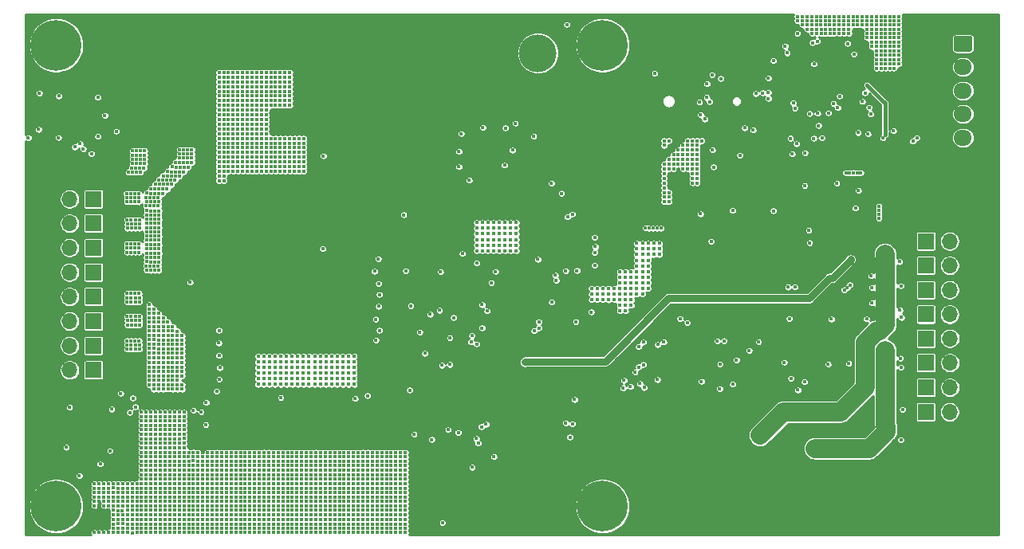
<source format=gbr>
G04 #@! TF.GenerationSoftware,KiCad,Pcbnew,5.1.5-52549c5~84~ubuntu18.04.1*
G04 #@! TF.CreationDate,2019-12-21T18:01:40-05:00*
G04 #@! TF.ProjectId,SmallKat v2,536d616c-6c4b-4617-9420-76322e6b6963,rev?*
G04 #@! TF.SameCoordinates,Original*
G04 #@! TF.FileFunction,Copper,L3,Inr*
G04 #@! TF.FilePolarity,Positive*
%FSLAX46Y46*%
G04 Gerber Fmt 4.6, Leading zero omitted, Abs format (unit mm)*
G04 Created by KiCad (PCBNEW 5.1.5-52549c5~84~ubuntu18.04.1) date 2019-12-21 18:01:40*
%MOMM*%
%LPD*%
G04 APERTURE LIST*
%ADD10O,1.950000X1.700000*%
%ADD11C,0.100000*%
%ADD12C,1.400000*%
%ADD13O,1.700000X1.700000*%
%ADD14R,1.700000X1.700000*%
%ADD15C,4.000000*%
%ADD16R,4.000000X4.000000*%
%ADD17C,0.800000*%
%ADD18C,5.400000*%
%ADD19C,0.400000*%
%ADD20C,0.400000*%
%ADD21C,2.000000*%
%ADD22C,0.750000*%
%ADD23C,0.254000*%
G04 APERTURE END LIST*
D10*
X198825000Y-100325000D03*
X198825000Y-97825000D03*
X198825000Y-95325000D03*
X198825000Y-92825000D03*
G04 #@! TA.AperFunction,ViaPad*
D11*
G36*
X199574504Y-89476204D02*
G01*
X199598773Y-89479804D01*
X199622571Y-89485765D01*
X199645671Y-89494030D01*
X199667849Y-89504520D01*
X199688893Y-89517133D01*
X199708598Y-89531747D01*
X199726777Y-89548223D01*
X199743253Y-89566402D01*
X199757867Y-89586107D01*
X199770480Y-89607151D01*
X199780970Y-89629329D01*
X199789235Y-89652429D01*
X199795196Y-89676227D01*
X199798796Y-89700496D01*
X199800000Y-89725000D01*
X199800000Y-90925000D01*
X199798796Y-90949504D01*
X199795196Y-90973773D01*
X199789235Y-90997571D01*
X199780970Y-91020671D01*
X199770480Y-91042849D01*
X199757867Y-91063893D01*
X199743253Y-91083598D01*
X199726777Y-91101777D01*
X199708598Y-91118253D01*
X199688893Y-91132867D01*
X199667849Y-91145480D01*
X199645671Y-91155970D01*
X199622571Y-91164235D01*
X199598773Y-91170196D01*
X199574504Y-91173796D01*
X199550000Y-91175000D01*
X198100000Y-91175000D01*
X198075496Y-91173796D01*
X198051227Y-91170196D01*
X198027429Y-91164235D01*
X198004329Y-91155970D01*
X197982151Y-91145480D01*
X197961107Y-91132867D01*
X197941402Y-91118253D01*
X197923223Y-91101777D01*
X197906747Y-91083598D01*
X197892133Y-91063893D01*
X197879520Y-91042849D01*
X197869030Y-91020671D01*
X197860765Y-90997571D01*
X197854804Y-90973773D01*
X197851204Y-90949504D01*
X197850000Y-90925000D01*
X197850000Y-89725000D01*
X197851204Y-89700496D01*
X197854804Y-89676227D01*
X197860765Y-89652429D01*
X197869030Y-89629329D01*
X197879520Y-89607151D01*
X197892133Y-89586107D01*
X197906747Y-89566402D01*
X197923223Y-89548223D01*
X197941402Y-89531747D01*
X197961107Y-89517133D01*
X197982151Y-89504520D01*
X198004329Y-89494030D01*
X198027429Y-89485765D01*
X198051227Y-89479804D01*
X198075496Y-89476204D01*
X198100000Y-89475000D01*
X199550000Y-89475000D01*
X199574504Y-89476204D01*
G37*
G04 #@! TD.AperFunction*
D12*
X175670000Y-89250000D03*
X166690000Y-89250000D03*
X167050000Y-95200000D03*
X175310000Y-95200000D03*
D13*
X199955000Y-111325000D03*
X197415000Y-111325000D03*
D14*
X194875000Y-111325000D03*
D13*
X101445000Y-106850000D03*
X103985000Y-106850000D03*
D14*
X106525000Y-106850000D03*
D13*
X199955000Y-113900000D03*
X197415000Y-113900000D03*
D14*
X194875000Y-113900000D03*
D13*
X101445000Y-109425000D03*
X103985000Y-109425000D03*
D14*
X106525000Y-109425000D03*
D13*
X199955000Y-116500000D03*
X197415000Y-116500000D03*
D14*
X194875000Y-116500000D03*
D13*
X101445000Y-112025000D03*
X103985000Y-112025000D03*
D14*
X106525000Y-112025000D03*
D13*
X199955000Y-119100000D03*
X197415000Y-119100000D03*
D14*
X194875000Y-119100000D03*
D13*
X101445000Y-114625000D03*
X103985000Y-114625000D03*
D14*
X106525000Y-114625000D03*
D13*
X199975000Y-121650000D03*
X197435000Y-121650000D03*
D14*
X194895000Y-121650000D03*
D13*
X101445000Y-117225000D03*
X103985000Y-117225000D03*
D14*
X106525000Y-117225000D03*
D13*
X199980000Y-124250000D03*
X197440000Y-124250000D03*
D14*
X194900000Y-124250000D03*
D13*
X101445000Y-119825000D03*
X103985000Y-119825000D03*
D14*
X106525000Y-119825000D03*
D13*
X199980000Y-126875000D03*
X197440000Y-126875000D03*
D14*
X194900000Y-126875000D03*
D13*
X101445000Y-122425000D03*
X103985000Y-122425000D03*
D14*
X106525000Y-122425000D03*
D13*
X199955000Y-129475000D03*
X197415000Y-129475000D03*
D14*
X194875000Y-129475000D03*
D13*
X101445000Y-125025000D03*
X103985000Y-125025000D03*
D14*
X106525000Y-125025000D03*
D15*
X153694720Y-91350160D03*
D16*
X148694720Y-91350160D03*
D17*
X103991891Y-89063109D03*
X102560000Y-88470000D03*
X101128109Y-89063109D03*
X100535000Y-90495000D03*
X101128109Y-91926891D03*
X102560000Y-92520000D03*
X103991891Y-91926891D03*
X104585000Y-90495000D03*
D18*
X102560000Y-90495000D03*
D17*
X161991891Y-89063109D03*
X160560000Y-88470000D03*
X159128109Y-89063109D03*
X158535000Y-90495000D03*
X159128109Y-91926891D03*
X160560000Y-92520000D03*
X161991891Y-91926891D03*
X162585000Y-90495000D03*
D18*
X160560000Y-90495000D03*
D17*
X103991891Y-138063109D03*
X102560000Y-137470000D03*
X101128109Y-138063109D03*
X100535000Y-139495000D03*
X101128109Y-140926891D03*
X102560000Y-141520000D03*
X103991891Y-140926891D03*
X104585000Y-139495000D03*
D18*
X102560000Y-139495000D03*
D17*
X161991891Y-138063109D03*
X160560000Y-137470000D03*
X159128109Y-138063109D03*
X158535000Y-139495000D03*
X159128109Y-140926891D03*
X160560000Y-141520000D03*
X161991891Y-140926891D03*
X162585000Y-139495000D03*
D18*
X160560000Y-139495000D03*
D19*
X107625000Y-138975000D03*
X107625000Y-139450000D03*
X128930000Y-120970000D03*
X126530000Y-121610000D03*
X130960000Y-121680000D03*
X128950000Y-118870000D03*
X128960000Y-117230000D03*
X126690000Y-118830000D03*
X130970000Y-118830000D03*
X131020000Y-117190000D03*
X126670000Y-117280000D03*
X181600000Y-122150000D03*
X183200000Y-122050000D03*
X183200000Y-122750000D03*
X181600000Y-122650000D03*
X178875000Y-88925000D03*
X178350000Y-89375000D03*
X179325000Y-89375000D03*
X179325000Y-88425000D03*
X178375000Y-88425000D03*
X156025000Y-112550000D03*
X158075000Y-112550000D03*
X158150000Y-110550000D03*
X156050000Y-110525000D03*
X169700000Y-124700000D03*
X168000000Y-124700000D03*
X169775000Y-123100000D03*
X167975000Y-123100000D03*
X148400000Y-101950000D03*
X147950000Y-101950000D03*
X147500000Y-101950000D03*
X104850000Y-98050000D03*
X104000000Y-98950000D03*
X105550000Y-98900000D03*
X105550000Y-97300000D03*
X104000000Y-97250000D03*
X105300000Y-130300000D03*
X107000000Y-130300000D03*
X105250000Y-132000000D03*
X107000000Y-132000000D03*
X142950000Y-109975000D03*
X143325000Y-113900000D03*
X141000000Y-116150000D03*
X124075000Y-127950000D03*
X136000000Y-111950000D03*
X136780000Y-111945000D03*
X123550000Y-111925000D03*
X122770000Y-111930000D03*
X118100000Y-116800000D03*
X141700000Y-114172990D03*
X182150000Y-94300000D03*
X182650000Y-94300000D03*
X183200000Y-94300000D03*
X183750000Y-94300000D03*
X183750000Y-94800000D03*
X182650000Y-94800000D03*
X183200000Y-94800000D03*
X182150000Y-94800000D03*
X182650000Y-95300000D03*
X183750000Y-95300000D03*
X182150000Y-95300000D03*
X183200000Y-95300000D03*
X183200000Y-95800000D03*
X182150000Y-95800000D03*
X182650000Y-95800000D03*
X183750000Y-95800000D03*
X178250000Y-98000000D03*
X178250000Y-98000000D03*
X179330000Y-98020000D03*
X185125000Y-90475000D03*
X186333058Y-92063058D03*
X157202500Y-116547500D03*
X106300000Y-135900000D03*
X106062500Y-131212500D03*
X176200000Y-128300000D03*
X172850000Y-123100000D03*
X151475000Y-131825000D03*
X183950000Y-105925000D03*
X184400000Y-105925000D03*
X184850000Y-105925000D03*
X185300000Y-105925000D03*
X185300000Y-106375000D03*
X184850000Y-106375000D03*
X184400000Y-106375000D03*
X183950000Y-106375000D03*
X184850000Y-107275000D03*
X184850000Y-106825000D03*
X185300000Y-107275000D03*
X183950000Y-106825000D03*
X184400000Y-106825000D03*
X185300000Y-106825000D03*
X183950000Y-107275000D03*
X184400000Y-107275000D03*
X183950000Y-108175000D03*
X184400000Y-107725000D03*
X183950000Y-107725000D03*
X184400000Y-108175000D03*
X184850000Y-107725000D03*
X185300000Y-107725000D03*
X185300000Y-108175000D03*
X184850000Y-108175000D03*
X185300000Y-108625000D03*
X184850000Y-109075000D03*
X184400000Y-108625000D03*
X185300000Y-109075000D03*
X184850000Y-108625000D03*
X184400000Y-109075000D03*
X183950000Y-108625000D03*
X183950000Y-109075000D03*
X182985000Y-103465000D03*
X182950000Y-104450000D03*
X175200000Y-103100000D03*
X175650000Y-103100000D03*
X176100000Y-103100000D03*
X175650000Y-103600000D03*
X175200000Y-103600000D03*
X176100000Y-103600000D03*
X175200000Y-104550000D03*
X175200000Y-105000000D03*
X175200000Y-104100000D03*
X175200000Y-106400000D03*
X175200000Y-105950000D03*
X175200000Y-105500000D03*
X175200000Y-106850000D03*
X175200000Y-107300000D03*
X184150000Y-112500000D03*
X183700000Y-112500000D03*
X183250000Y-112500000D03*
X184150000Y-112950000D03*
X183700000Y-112950000D03*
X183250000Y-112950000D03*
X184150000Y-113400000D03*
X183700000Y-113400000D03*
X183250000Y-113400000D03*
X183250000Y-113850000D03*
X184150000Y-113850000D03*
X183700000Y-113850000D03*
X183700000Y-114300000D03*
X184150000Y-114300000D03*
X183250000Y-114300000D03*
X144300000Y-96050000D03*
X144800000Y-96050000D03*
X145300000Y-96050000D03*
X145800000Y-96050000D03*
X146300000Y-96050000D03*
X145300000Y-96550000D03*
X146300000Y-96550000D03*
X145800000Y-96550000D03*
X144800000Y-96550000D03*
X144300000Y-96550000D03*
X144800000Y-97050000D03*
X146300000Y-97050000D03*
X144300000Y-97050000D03*
X145300000Y-97050000D03*
X145800000Y-97050000D03*
X145300000Y-97550000D03*
X146300000Y-97550000D03*
X144800000Y-97550000D03*
X144300000Y-97550000D03*
X145800000Y-97550000D03*
X146300000Y-98050000D03*
X145300000Y-98050000D03*
X145800000Y-98050000D03*
X144300000Y-98050000D03*
X144800000Y-98050000D03*
X146300000Y-98550000D03*
X145800000Y-98550000D03*
X144800000Y-98550000D03*
X145300000Y-98550000D03*
X144300000Y-98550000D03*
X144100000Y-105750000D03*
X143800000Y-104450000D03*
X142553613Y-100971445D03*
X147500000Y-102400000D03*
X147950000Y-102400000D03*
X148400000Y-102400000D03*
X147500000Y-102850000D03*
X148400000Y-102850000D03*
X147950000Y-102850000D03*
X147950000Y-103300000D03*
X148400000Y-103300000D03*
X147500000Y-103300000D03*
X148400000Y-103750000D03*
X147950000Y-103750000D03*
X147500000Y-103750000D03*
X150900000Y-104550000D03*
X99550000Y-98050000D03*
X151100000Y-117950000D03*
X151575000Y-117975000D03*
X152025000Y-117975000D03*
X151500000Y-120550000D03*
X151950000Y-120550000D03*
X151025000Y-120525000D03*
X151500000Y-117150000D03*
X168875000Y-123975000D03*
X149225000Y-107725000D03*
X154675000Y-109150000D03*
X160100000Y-108625000D03*
X160525000Y-108625000D03*
X160100000Y-109075000D03*
X160525000Y-109075000D03*
X160525000Y-109975000D03*
X160100000Y-109525000D03*
X160525000Y-109525000D03*
X160100000Y-109975000D03*
X160525000Y-110425000D03*
X160525000Y-110875000D03*
X160475000Y-114425000D03*
X160475000Y-114875000D03*
X160050000Y-114875000D03*
X161325000Y-114400000D03*
X161325000Y-114875000D03*
X160900000Y-114400000D03*
X160900000Y-114875000D03*
X161775000Y-114900000D03*
X161775000Y-114425000D03*
X160100000Y-115775000D03*
X160975000Y-115325000D03*
X160100000Y-115300000D03*
X160525000Y-115775000D03*
X160975000Y-115800000D03*
X160525000Y-115300000D03*
X161400000Y-115325000D03*
X161400000Y-115800000D03*
X161850000Y-115825000D03*
X161850000Y-115350000D03*
X160550000Y-94300000D03*
X160550000Y-94750000D03*
X160550000Y-95225000D03*
X160550000Y-95675000D03*
X160550000Y-96200000D03*
X160550000Y-97125000D03*
X160550000Y-97575000D03*
X160550000Y-96650000D03*
X160550000Y-98025000D03*
X162650000Y-96250000D03*
X162650000Y-98075000D03*
X162650000Y-97625000D03*
X162650000Y-94350000D03*
X162650000Y-97175000D03*
X162650000Y-95275000D03*
X162650000Y-96700000D03*
X162650000Y-95725000D03*
X162650000Y-94800000D03*
X163075000Y-96900000D03*
X163075000Y-95475000D03*
X163075000Y-94550000D03*
X163075000Y-95000000D03*
X163075000Y-96450000D03*
X163075000Y-98275000D03*
X163075000Y-95925000D03*
X163075000Y-97375000D03*
X163075000Y-97825000D03*
X162650000Y-100925000D03*
X162650000Y-99500000D03*
X162650000Y-98575000D03*
X163075000Y-100675000D03*
X162650000Y-99025000D03*
X163075000Y-99225000D03*
X162650000Y-100475000D03*
X163075000Y-101125000D03*
X162650000Y-102300000D03*
X163075000Y-99700000D03*
X162650000Y-99950000D03*
X162650000Y-101400000D03*
X163075000Y-102050000D03*
X163075000Y-98775000D03*
X163075000Y-101600000D03*
X162650000Y-101850000D03*
X163075000Y-102500000D03*
X163075000Y-100150000D03*
X162650000Y-103200000D03*
X163075000Y-102950000D03*
X163075000Y-103400000D03*
X162650000Y-102750000D03*
X162225000Y-103500000D03*
X161800000Y-102850000D03*
X162225000Y-101225000D03*
X161800000Y-101025000D03*
X162225000Y-100250000D03*
X161800000Y-101950000D03*
X162225000Y-98875000D03*
X162225000Y-100775000D03*
X162225000Y-102600000D03*
X161800000Y-103300000D03*
X162225000Y-103050000D03*
X162225000Y-99800000D03*
X161800000Y-100050000D03*
X161800000Y-98675000D03*
X161800000Y-102400000D03*
X162225000Y-101700000D03*
X162225000Y-102150000D03*
X162225000Y-99325000D03*
X161800000Y-99600000D03*
X161800000Y-101500000D03*
X161800000Y-99125000D03*
X161800000Y-100575000D03*
X161325000Y-99125000D03*
X161325000Y-98675000D03*
X168600000Y-103700000D03*
X189375000Y-98350000D03*
X179925000Y-87575000D03*
X195900000Y-95775000D03*
X195775000Y-98500000D03*
X195650000Y-101025000D03*
X195717981Y-89543977D03*
X195850000Y-92450000D03*
X192150000Y-93050000D03*
X156475000Y-100550000D03*
X155125000Y-103625000D03*
X180025000Y-92600000D03*
X117325000Y-111775000D03*
X115875000Y-107800000D03*
X101150000Y-103550000D03*
X120350000Y-129475000D03*
X143025000Y-107850000D03*
X188650000Y-136500000D03*
X114175000Y-89750000D03*
X114175000Y-89275000D03*
X114175000Y-88825000D03*
X114175000Y-88350000D03*
X114175000Y-87875000D03*
X114175000Y-87425000D03*
X114650000Y-89750000D03*
X114650000Y-89275000D03*
X114650000Y-87875000D03*
X114650000Y-88825000D03*
X114650000Y-87425000D03*
X114650000Y-88350000D03*
X115575000Y-89750000D03*
X115575000Y-88350000D03*
X115100000Y-89750000D03*
X115100000Y-89275000D03*
X115100000Y-87875000D03*
X115100000Y-88825000D03*
X115100000Y-87425000D03*
X115575000Y-87875000D03*
X115100000Y-88350000D03*
X115575000Y-87425000D03*
X115575000Y-89275000D03*
X115575000Y-88825000D03*
X116025000Y-87875000D03*
X116025000Y-89275000D03*
X116500000Y-88825000D03*
X116025000Y-88825000D03*
X116500000Y-89275000D03*
X116025000Y-89750000D03*
X116500000Y-89750000D03*
X116500000Y-88350000D03*
X116025000Y-88350000D03*
X116500000Y-87875000D03*
X116025000Y-87425000D03*
X116500000Y-87425000D03*
X119275000Y-87425000D03*
X117875000Y-87875000D03*
X117875000Y-89275000D03*
X118800000Y-88350000D03*
X117425000Y-89750000D03*
X117425000Y-88350000D03*
X116950000Y-89750000D03*
X116950000Y-89275000D03*
X118350000Y-88825000D03*
X117875000Y-88825000D03*
X119275000Y-89750000D03*
X118800000Y-89750000D03*
X118350000Y-89275000D03*
X119275000Y-88825000D03*
X117875000Y-89750000D03*
X118350000Y-89750000D03*
X116950000Y-87875000D03*
X116950000Y-88825000D03*
X116950000Y-87425000D03*
X118800000Y-87425000D03*
X118800000Y-87875000D03*
X118350000Y-88350000D03*
X118800000Y-88825000D03*
X117875000Y-88350000D03*
X118350000Y-87875000D03*
X117875000Y-87425000D03*
X119275000Y-88350000D03*
X117425000Y-87875000D03*
X119275000Y-89275000D03*
X116950000Y-88350000D03*
X119275000Y-87875000D03*
X118350000Y-87425000D03*
X117425000Y-87425000D03*
X117425000Y-89275000D03*
X118800000Y-89275000D03*
X117425000Y-88825000D03*
X120675000Y-87875000D03*
X120200000Y-87875000D03*
X119750000Y-88350000D03*
X120200000Y-88825000D03*
X119750000Y-87425000D03*
X120675000Y-87425000D03*
X119750000Y-87875000D03*
X119750000Y-88825000D03*
X120200000Y-87425000D03*
X120200000Y-88350000D03*
X122050000Y-87425000D03*
X121575000Y-87875000D03*
X122500000Y-87425000D03*
X121100000Y-87875000D03*
X122050000Y-87875000D03*
X122975000Y-87875000D03*
X121575000Y-87425000D03*
X122975000Y-87425000D03*
X121100000Y-87425000D03*
X122500000Y-87875000D03*
X124375000Y-87425000D03*
X123425000Y-87425000D03*
X123900000Y-87875000D03*
X123425000Y-87875000D03*
X125300000Y-87425000D03*
X125300000Y-87875000D03*
X123900000Y-87425000D03*
X124375000Y-87875000D03*
X124825000Y-87875000D03*
X124825000Y-87425000D03*
X126225000Y-87425000D03*
X126225000Y-87875000D03*
X125750000Y-87425000D03*
X127625000Y-87875000D03*
X127150000Y-87425000D03*
X127150000Y-87875000D03*
X127625000Y-87425000D03*
X125750000Y-87875000D03*
X126700000Y-87875000D03*
X126700000Y-87425000D03*
X128075000Y-87875000D03*
X129025000Y-87425000D03*
X129025000Y-87875000D03*
X128075000Y-87425000D03*
X128550000Y-87425000D03*
X128550000Y-87875000D03*
X129025000Y-88775000D03*
X127625000Y-88325000D03*
X127150000Y-88325000D03*
X127625000Y-88775000D03*
X128075000Y-88775000D03*
X129025000Y-88325000D03*
X128550000Y-88325000D03*
X127150000Y-88775000D03*
X128550000Y-88775000D03*
X128075000Y-88325000D03*
X129025000Y-89200000D03*
X127150000Y-89650000D03*
X128550000Y-89650000D03*
X129025000Y-89650000D03*
X127625000Y-89650000D03*
X128550000Y-89200000D03*
X127625000Y-89200000D03*
X127150000Y-89200000D03*
X128075000Y-89200000D03*
X128075000Y-89650000D03*
X126175000Y-98875000D03*
X166100000Y-113550000D03*
X166600000Y-113550000D03*
X167100000Y-113550000D03*
X166100000Y-114050000D03*
X167100000Y-114050000D03*
X166600000Y-114050000D03*
X166100000Y-114550000D03*
X167100000Y-114550000D03*
X166600000Y-114550000D03*
X167100000Y-115050000D03*
X166600000Y-115050000D03*
X166100000Y-115050000D03*
X167100000Y-116050000D03*
X167100000Y-115550000D03*
X166600000Y-116050000D03*
X166600000Y-115550000D03*
X166100000Y-115550000D03*
X166100000Y-116050000D03*
X168600000Y-115050000D03*
X168600000Y-114550000D03*
X168600000Y-116050000D03*
X167600000Y-115550000D03*
X168100000Y-116050000D03*
X168100000Y-115050000D03*
X167600000Y-116050000D03*
X168600000Y-115550000D03*
X168100000Y-114550000D03*
X168100000Y-115550000D03*
X167600000Y-114550000D03*
X167600000Y-115050000D03*
X169600000Y-114550000D03*
X169100000Y-116050000D03*
X169600000Y-115550000D03*
X169100000Y-115550000D03*
X169100000Y-114550000D03*
X170100000Y-115550000D03*
X170100000Y-114550000D03*
X169100000Y-115050000D03*
X170100000Y-116050000D03*
X169600000Y-115050000D03*
X169600000Y-116050000D03*
X170100000Y-115050000D03*
X170600000Y-114550000D03*
X170600000Y-116050000D03*
X171600000Y-115550000D03*
X171100000Y-115550000D03*
X171100000Y-114550000D03*
X171100000Y-116050000D03*
X171100000Y-115050000D03*
X170600000Y-115050000D03*
X170600000Y-115550000D03*
X171600000Y-116050000D03*
X177100000Y-116050000D03*
X173100000Y-116050000D03*
X172100000Y-115550000D03*
X175100000Y-116050000D03*
X173600000Y-116050000D03*
X174100000Y-115550000D03*
X176100000Y-115550000D03*
X173600000Y-115550000D03*
X172600000Y-116050000D03*
X177100000Y-115550000D03*
X174600000Y-115550000D03*
X172100000Y-116050000D03*
X173100000Y-115550000D03*
X177600000Y-116050000D03*
X175600000Y-115550000D03*
X177600000Y-115550000D03*
X176600000Y-116050000D03*
X175600000Y-116050000D03*
X174600000Y-116050000D03*
X172600000Y-115550000D03*
X176600000Y-115550000D03*
X174100000Y-116050000D03*
X175100000Y-115550000D03*
X176100000Y-116050000D03*
X178100000Y-116050000D03*
X178600000Y-115550000D03*
X178600000Y-116050000D03*
X178100000Y-115550000D03*
X178200000Y-123050000D03*
X107125000Y-140400000D03*
X108125000Y-140400000D03*
X108125000Y-139925000D03*
X107125000Y-139450000D03*
X107625000Y-140400000D03*
X106625000Y-140400000D03*
X106625000Y-139925000D03*
X107125000Y-139925000D03*
X107625000Y-139925000D03*
X107125000Y-138975000D03*
X144140000Y-129050000D03*
X146780000Y-129160000D03*
X146770000Y-126270000D03*
X143950000Y-126290000D03*
X107625000Y-140900000D03*
X108125000Y-141375000D03*
X107125000Y-140900000D03*
X107625000Y-141375000D03*
X107125000Y-141825000D03*
X108125000Y-141825000D03*
X108125000Y-140900000D03*
X106625000Y-141825000D03*
X107125000Y-141375000D03*
X106625000Y-140900000D03*
X107625000Y-141825000D03*
X106625000Y-141375000D03*
X118125000Y-133775000D03*
X155500000Y-125250000D03*
X155500000Y-125750000D03*
X162510000Y-131100000D03*
X162010000Y-131500000D03*
X181600000Y-100490000D03*
X141980000Y-141380000D03*
X141495000Y-141425000D03*
X142510000Y-130550000D03*
X146660000Y-124120000D03*
X145425000Y-114750000D03*
X145450000Y-115750000D03*
X146567010Y-116350000D03*
X156496191Y-128916994D03*
X158513343Y-131127010D03*
X187596611Y-97644406D03*
X155500000Y-124802010D03*
X190630000Y-103530000D03*
X191080000Y-103550000D03*
X191550000Y-103570000D03*
X191970000Y-103570000D03*
X192390000Y-103570000D03*
X192810000Y-103570000D03*
X191710000Y-101860000D03*
X146400000Y-104850000D03*
X153250000Y-100200000D03*
X191450000Y-99600000D03*
X186575000Y-90325000D03*
X178700000Y-92150000D03*
X178150000Y-94000000D03*
X171650000Y-94600000D03*
X166100000Y-93500000D03*
X156775000Y-88300000D03*
X186390000Y-104050000D03*
X165130000Y-109910000D03*
X165510000Y-109950000D03*
X165930000Y-109950000D03*
X166340000Y-109950000D03*
X166760000Y-109950000D03*
X186790000Y-104050000D03*
X187190000Y-104050000D03*
X187590000Y-104050000D03*
X187980000Y-104050000D03*
X187700000Y-99790000D03*
X173120000Y-94050000D03*
X173043770Y-124398896D03*
X174775000Y-123950000D03*
X155125000Y-105175000D03*
X100700000Y-99450000D03*
X116775000Y-115700000D03*
X107225000Y-135000000D03*
X105000000Y-136250000D03*
X179940000Y-90600000D03*
X180160000Y-91320000D03*
X183369057Y-90076589D03*
X190330000Y-100370000D03*
X190560000Y-99990000D03*
X190560000Y-99520000D03*
X117100000Y-129310000D03*
X188650000Y-94749992D03*
X164200000Y-111550000D03*
X164800000Y-111550000D03*
X165400000Y-111550000D03*
X166000000Y-111550000D03*
X166600000Y-111550000D03*
X166000000Y-112150000D03*
X164200000Y-112150000D03*
X165400000Y-112150000D03*
X164800000Y-112150000D03*
X166600000Y-112150000D03*
X166000000Y-112750000D03*
X165400000Y-112750000D03*
X164800000Y-112750000D03*
X166600000Y-112750000D03*
X164200000Y-112750000D03*
X165400000Y-113350000D03*
X164800000Y-113350000D03*
X164200000Y-113350000D03*
X165400000Y-114550000D03*
X164800000Y-114550000D03*
X165400000Y-115750000D03*
X165400000Y-115150000D03*
X164800000Y-115150000D03*
X164200000Y-113950000D03*
X165400000Y-113950000D03*
X164800000Y-113950000D03*
X164200000Y-114550000D03*
X164200000Y-115150000D03*
X164800000Y-115750000D03*
X164200000Y-115750000D03*
X163000000Y-116350000D03*
X163000000Y-115750000D03*
X163000000Y-114550000D03*
X163600000Y-115150000D03*
X162400000Y-115750000D03*
X163600000Y-116350000D03*
X163000000Y-115150000D03*
X162400000Y-114550000D03*
X162400000Y-116350000D03*
X162400000Y-115150000D03*
X163600000Y-114550000D03*
X163600000Y-115750000D03*
X164800000Y-116350000D03*
X165400000Y-116350000D03*
X164200000Y-116350000D03*
X161800000Y-117550000D03*
X161800000Y-116950000D03*
X161200000Y-116950000D03*
X160600000Y-116350000D03*
X159400000Y-117550000D03*
X161800000Y-116350000D03*
X159400000Y-116950000D03*
X160000000Y-117550000D03*
X160600000Y-117550000D03*
X161200000Y-117550000D03*
X160000000Y-116350000D03*
X159400000Y-116350000D03*
X161200000Y-116350000D03*
X160600000Y-116950000D03*
X160000000Y-116950000D03*
X162400000Y-117550000D03*
X163600000Y-117550000D03*
X163600000Y-116950000D03*
X162400000Y-116950000D03*
X163000000Y-117550000D03*
X163000000Y-116950000D03*
X163600000Y-118150000D03*
X163000000Y-118750000D03*
X162400000Y-118750000D03*
X162400000Y-118150000D03*
X163000000Y-118150000D03*
X164200000Y-116950000D03*
X164800000Y-116950000D03*
X151400000Y-109950000D03*
X147800000Y-110550000D03*
X147800000Y-109350000D03*
X147800000Y-109950000D03*
X148400000Y-110550000D03*
X149000000Y-109350000D03*
X149600000Y-110550000D03*
X150800000Y-110550000D03*
X149600000Y-109350000D03*
X149600000Y-109950000D03*
X150800000Y-109350000D03*
X148400000Y-109950000D03*
X149000000Y-110550000D03*
X148400000Y-109350000D03*
X151400000Y-110550000D03*
X147200000Y-109350000D03*
X151400000Y-109350000D03*
X150200000Y-110550000D03*
X149000000Y-109950000D03*
X150200000Y-109350000D03*
X147200000Y-110550000D03*
X150200000Y-109950000D03*
X147200000Y-109950000D03*
X150800000Y-109950000D03*
X150800000Y-112350000D03*
X149600000Y-112350000D03*
X149000000Y-112350000D03*
X147800000Y-111750000D03*
X147200000Y-111750000D03*
X149000000Y-111750000D03*
X149600000Y-111750000D03*
X150200000Y-111750000D03*
X151400000Y-112350000D03*
X147800000Y-111150000D03*
X147200000Y-111150000D03*
X147800000Y-112350000D03*
X149600000Y-111150000D03*
X150200000Y-111150000D03*
X148400000Y-111750000D03*
X150800000Y-111150000D03*
X148400000Y-111150000D03*
X151400000Y-111150000D03*
X147200000Y-112350000D03*
X148400000Y-112350000D03*
X151400000Y-111750000D03*
X150800000Y-111750000D03*
X149000000Y-111150000D03*
X150200000Y-112350000D03*
X132400000Y-123550000D03*
X130600000Y-123550000D03*
X125800000Y-125350000D03*
X131200000Y-125350000D03*
X128200000Y-125950000D03*
X133600000Y-123550000D03*
X133600000Y-124750000D03*
X128800000Y-123550000D03*
X132400000Y-126550000D03*
X124000000Y-123550000D03*
X130000000Y-125950000D03*
X124000000Y-125350000D03*
X126400000Y-124150000D03*
X127600000Y-125950000D03*
X128800000Y-124750000D03*
X124600000Y-124750000D03*
X132400000Y-125950000D03*
X134200000Y-125950000D03*
X131800000Y-124150000D03*
X128800000Y-126550000D03*
X127000000Y-124750000D03*
X125200000Y-123550000D03*
X131800000Y-125950000D03*
X133600000Y-124150000D03*
X134200000Y-123550000D03*
X128200000Y-124750000D03*
X133000000Y-124150000D03*
X124000000Y-124150000D03*
X125200000Y-126550000D03*
X128800000Y-125350000D03*
X130000000Y-125350000D03*
X127600000Y-124750000D03*
X133000000Y-126550000D03*
X129400000Y-123550000D03*
X130600000Y-124150000D03*
X129400000Y-124150000D03*
X131200000Y-123550000D03*
X133600000Y-125350000D03*
X131800000Y-125350000D03*
X128800000Y-124150000D03*
X131200000Y-125950000D03*
X132400000Y-124150000D03*
X128200000Y-123550000D03*
X128200000Y-124150000D03*
X125800000Y-124150000D03*
X131200000Y-126550000D03*
X126400000Y-125950000D03*
X132400000Y-125350000D03*
X124600000Y-124150000D03*
X133000000Y-125350000D03*
X132400000Y-124750000D03*
X127600000Y-123550000D03*
X129400000Y-125950000D03*
X127000000Y-126550000D03*
X130600000Y-124750000D03*
X130600000Y-126550000D03*
X131800000Y-124750000D03*
X131800000Y-123550000D03*
X125200000Y-124150000D03*
X125800000Y-123550000D03*
X133000000Y-125950000D03*
X124600000Y-125350000D03*
X127600000Y-125350000D03*
X125200000Y-125350000D03*
X130600000Y-125950000D03*
X127600000Y-126550000D03*
X127000000Y-125350000D03*
X131800000Y-126550000D03*
X124600000Y-126550000D03*
X131200000Y-124150000D03*
X133600000Y-125950000D03*
X129400000Y-124750000D03*
X124600000Y-123550000D03*
X125800000Y-124750000D03*
X129400000Y-126550000D03*
X129400000Y-125350000D03*
X124600000Y-125950000D03*
X125800000Y-125950000D03*
X133600000Y-126550000D03*
X130000000Y-126550000D03*
X133000000Y-124750000D03*
X128200000Y-125350000D03*
X131200000Y-124750000D03*
X126400000Y-125350000D03*
X127000000Y-125950000D03*
X125800000Y-126550000D03*
X130000000Y-124750000D03*
X124000000Y-126550000D03*
X124000000Y-125950000D03*
X134200000Y-124750000D03*
X127000000Y-124150000D03*
X130000000Y-124150000D03*
X124000000Y-124750000D03*
X126400000Y-123550000D03*
X126400000Y-124750000D03*
X125200000Y-124750000D03*
X134200000Y-124150000D03*
X134200000Y-125350000D03*
X133000000Y-123550000D03*
X130600000Y-125350000D03*
X125200000Y-125950000D03*
X130000000Y-123550000D03*
X127600000Y-124150000D03*
X128800000Y-125950000D03*
X126400000Y-126550000D03*
X127000000Y-123550000D03*
X128200000Y-126550000D03*
X134200000Y-126550000D03*
X164000025Y-125236091D03*
X177120000Y-122020000D03*
X176111827Y-122948173D03*
X186230000Y-116500000D03*
X157100000Y-132150000D03*
X157600000Y-128150000D03*
X186535000Y-116275000D03*
X186835000Y-115975000D03*
X189900000Y-107620000D03*
X189900000Y-108060000D03*
X189900000Y-108510000D03*
X189900000Y-108900000D03*
X116125000Y-132800000D03*
X116125000Y-131850000D03*
X116125000Y-130900000D03*
X116125000Y-130425000D03*
X116125000Y-131375000D03*
X116125000Y-129975000D03*
X116125000Y-129500000D03*
X115625000Y-129975000D03*
X115625000Y-129500000D03*
X115625000Y-132325000D03*
X115625000Y-131375000D03*
X115625000Y-131850000D03*
X115625000Y-130900000D03*
X115625000Y-132800000D03*
X115625000Y-130425000D03*
X114625000Y-131850000D03*
X114625000Y-131375000D03*
X114625000Y-129975000D03*
X115125000Y-129975000D03*
X115125000Y-129500000D03*
X114625000Y-129500000D03*
X114625000Y-130900000D03*
X115125000Y-131375000D03*
X114625000Y-132800000D03*
X115125000Y-131850000D03*
X115125000Y-130900000D03*
X114625000Y-132325000D03*
X115125000Y-132800000D03*
X115125000Y-130425000D03*
X113625000Y-132800000D03*
X114125000Y-132325000D03*
X114125000Y-131375000D03*
X113625000Y-129975000D03*
X114125000Y-130900000D03*
X114125000Y-132800000D03*
X113625000Y-129500000D03*
X114125000Y-129500000D03*
X113625000Y-131375000D03*
X113625000Y-130900000D03*
X113625000Y-132325000D03*
X113625000Y-130425000D03*
X114125000Y-129975000D03*
X114125000Y-131850000D03*
X113625000Y-131850000D03*
X113125000Y-131850000D03*
X112625000Y-129500000D03*
X112625000Y-129975000D03*
X112625000Y-130425000D03*
X112625000Y-130900000D03*
X113125000Y-132800000D03*
X113125000Y-130900000D03*
X113125000Y-131375000D03*
X113125000Y-129500000D03*
X113125000Y-129975000D03*
X112625000Y-132800000D03*
X113125000Y-130425000D03*
X112625000Y-132325000D03*
X113125000Y-132325000D03*
X112625000Y-131375000D03*
X112625000Y-131850000D03*
X111625000Y-131850000D03*
X112125000Y-132325000D03*
X112125000Y-130425000D03*
X111625000Y-129500000D03*
X111625000Y-132800000D03*
X112125000Y-129500000D03*
X112125000Y-131375000D03*
X112125000Y-129975000D03*
X112125000Y-130900000D03*
X111625000Y-130900000D03*
X111625000Y-131375000D03*
X111625000Y-129975000D03*
X112125000Y-131850000D03*
X111625000Y-132325000D03*
X112125000Y-132800000D03*
X111625000Y-130425000D03*
X115625000Y-135650000D03*
X114125000Y-135650000D03*
X111625000Y-133775000D03*
X113625000Y-133300000D03*
X112625000Y-135650000D03*
X114625000Y-136600000D03*
X112125000Y-134225000D03*
X115625000Y-135175000D03*
X113625000Y-133775000D03*
X113125000Y-136125000D03*
X115625000Y-133775000D03*
X113125000Y-134225000D03*
X115125000Y-136125000D03*
X113625000Y-134225000D03*
X111625000Y-136125000D03*
X115125000Y-135175000D03*
X113625000Y-134700000D03*
X112125000Y-135650000D03*
X112125000Y-133300000D03*
X116125000Y-133775000D03*
X114125000Y-136600000D03*
X114625000Y-133775000D03*
X111625000Y-134225000D03*
X116125000Y-133300000D03*
X112625000Y-133300000D03*
X112625000Y-136600000D03*
X111625000Y-133300000D03*
X115625000Y-133300000D03*
X116125000Y-136125000D03*
X115625000Y-134700000D03*
X116125000Y-135175000D03*
X115625000Y-136600000D03*
X114125000Y-134700000D03*
X115125000Y-134700000D03*
X115125000Y-136600000D03*
X116125000Y-135650000D03*
X112125000Y-134700000D03*
X116125000Y-134700000D03*
X111625000Y-135650000D03*
X114625000Y-133300000D03*
X114125000Y-135175000D03*
X115125000Y-133300000D03*
X111625000Y-134700000D03*
X112125000Y-135175000D03*
X113125000Y-133300000D03*
X115125000Y-134225000D03*
X114125000Y-133300000D03*
X113125000Y-135175000D03*
X115625000Y-134225000D03*
X115625000Y-136125000D03*
X114125000Y-133775000D03*
X113125000Y-133775000D03*
X114625000Y-135175000D03*
X114625000Y-134700000D03*
X113125000Y-134700000D03*
X114625000Y-136125000D03*
X114625000Y-134225000D03*
X112625000Y-134700000D03*
X113625000Y-136600000D03*
X114125000Y-134225000D03*
X112625000Y-135175000D03*
X113625000Y-136125000D03*
X114125000Y-136125000D03*
X112625000Y-133775000D03*
X113125000Y-135650000D03*
X115125000Y-133775000D03*
X112625000Y-136125000D03*
X111625000Y-135175000D03*
X113625000Y-135175000D03*
X112125000Y-136125000D03*
X111625000Y-136600000D03*
X115125000Y-135650000D03*
X112125000Y-133775000D03*
X116125000Y-136600000D03*
X114625000Y-135650000D03*
X112125000Y-136600000D03*
X113125000Y-136600000D03*
X116125000Y-134225000D03*
X113625000Y-135650000D03*
X112625000Y-134225000D03*
X115125000Y-138025000D03*
X114125000Y-137100000D03*
X115125000Y-138975000D03*
X113625000Y-138500000D03*
X116125000Y-139450000D03*
X112125000Y-138500000D03*
X116125000Y-138025000D03*
X113625000Y-139450000D03*
X116125000Y-140400000D03*
X114625000Y-139450000D03*
X112625000Y-137575000D03*
X113125000Y-139450000D03*
X112625000Y-138500000D03*
X113625000Y-140400000D03*
X114625000Y-137100000D03*
X114125000Y-138975000D03*
X116125000Y-137100000D03*
X112625000Y-137100000D03*
X113625000Y-137575000D03*
X116125000Y-137575000D03*
X114125000Y-140400000D03*
X113125000Y-138025000D03*
X115125000Y-139925000D03*
X113125000Y-138975000D03*
X115625000Y-138025000D03*
X113625000Y-138025000D03*
X111625000Y-139925000D03*
X112125000Y-139925000D03*
X111625000Y-140400000D03*
X116125000Y-138500000D03*
X111625000Y-139450000D03*
X113625000Y-139925000D03*
X114125000Y-139925000D03*
X115625000Y-137575000D03*
X113625000Y-137100000D03*
X115125000Y-138500000D03*
X115125000Y-140400000D03*
X115625000Y-137100000D03*
X116125000Y-139925000D03*
X115625000Y-139925000D03*
X114125000Y-137575000D03*
X115625000Y-140400000D03*
X114125000Y-138500000D03*
X115125000Y-137575000D03*
X112625000Y-139925000D03*
X114125000Y-138025000D03*
X112625000Y-138975000D03*
X115125000Y-139450000D03*
X112125000Y-137575000D03*
X114625000Y-140400000D03*
X112625000Y-140400000D03*
X111625000Y-137100000D03*
X114625000Y-138500000D03*
X113125000Y-138500000D03*
X114625000Y-139925000D03*
X114625000Y-138025000D03*
X112125000Y-138975000D03*
X113125000Y-137100000D03*
X115625000Y-139450000D03*
X113125000Y-139925000D03*
X112625000Y-139450000D03*
X112125000Y-138025000D03*
X115625000Y-138975000D03*
X113125000Y-137575000D03*
X114625000Y-138975000D03*
X111625000Y-138975000D03*
X113625000Y-138975000D03*
X115625000Y-138500000D03*
X116125000Y-138975000D03*
X112125000Y-139450000D03*
X112125000Y-137100000D03*
X112625000Y-138025000D03*
X115125000Y-137100000D03*
X111625000Y-138500000D03*
X112125000Y-140400000D03*
X113125000Y-140400000D03*
X114625000Y-137575000D03*
X111625000Y-138025000D03*
X114125000Y-139450000D03*
X111625000Y-137575000D03*
X111125000Y-139450000D03*
X110125000Y-138975000D03*
X107125000Y-137100000D03*
X107625000Y-138025000D03*
X109625000Y-138975000D03*
X106625000Y-138975000D03*
X111125000Y-137100000D03*
X107625000Y-137100000D03*
X108125000Y-138975000D03*
X111125000Y-138975000D03*
X109625000Y-137100000D03*
X109125000Y-138975000D03*
X109625000Y-138500000D03*
X108125000Y-138500000D03*
X109625000Y-139450000D03*
X108625000Y-139450000D03*
X111125000Y-140400000D03*
X111125000Y-137575000D03*
X106625000Y-139450000D03*
X108625000Y-139925000D03*
X109125000Y-139450000D03*
X106625000Y-137575000D03*
X111125000Y-138025000D03*
X109125000Y-140400000D03*
X108125000Y-138025000D03*
X108625000Y-137100000D03*
X110125000Y-138500000D03*
X109125000Y-138500000D03*
X110125000Y-137575000D03*
X110625000Y-137575000D03*
X106625000Y-137100000D03*
X108125000Y-139450000D03*
X108625000Y-138975000D03*
X110625000Y-138500000D03*
X109125000Y-137575000D03*
X110625000Y-140400000D03*
X111125000Y-138500000D03*
X110625000Y-138025000D03*
X109125000Y-137100000D03*
X110125000Y-137100000D03*
X106625000Y-138500000D03*
X111125000Y-139925000D03*
X110625000Y-139925000D03*
X110125000Y-140400000D03*
X110625000Y-137100000D03*
X107125000Y-137575000D03*
X109625000Y-140400000D03*
X110125000Y-139450000D03*
X110625000Y-138975000D03*
X108125000Y-137575000D03*
X109125000Y-138025000D03*
X107625000Y-137575000D03*
X110125000Y-138025000D03*
X108125000Y-137100000D03*
X107125000Y-138025000D03*
X107125000Y-138500000D03*
X108625000Y-138500000D03*
X107625000Y-138500000D03*
X108625000Y-140400000D03*
X106625000Y-138025000D03*
X106625000Y-142300000D03*
X110125000Y-142300000D03*
X109125000Y-142300000D03*
X110625000Y-141825000D03*
X108625000Y-141825000D03*
X111125000Y-140900000D03*
X108125000Y-142300000D03*
X109625000Y-142300000D03*
X107125000Y-142300000D03*
X108625000Y-140900000D03*
X109125000Y-140900000D03*
X110125000Y-141375000D03*
X109625000Y-140900000D03*
X110125000Y-140900000D03*
X108625000Y-142300000D03*
X107625000Y-142300000D03*
X111125000Y-141825000D03*
X110625000Y-140900000D03*
X111125000Y-142300000D03*
X110625000Y-141375000D03*
X110125000Y-141825000D03*
X108625000Y-141375000D03*
X111125000Y-141375000D03*
X113125000Y-141375000D03*
X114125000Y-142300000D03*
X115625000Y-141825000D03*
X112125000Y-141825000D03*
X115125000Y-140900000D03*
X116125000Y-141825000D03*
X115625000Y-142300000D03*
X115125000Y-141375000D03*
X112625000Y-140900000D03*
X113625000Y-142300000D03*
X112625000Y-142300000D03*
X114625000Y-141825000D03*
X113625000Y-140900000D03*
X114125000Y-140900000D03*
X113125000Y-142300000D03*
X113125000Y-140900000D03*
X115625000Y-141375000D03*
X116125000Y-142300000D03*
X114625000Y-140900000D03*
X112125000Y-142300000D03*
X113125000Y-141825000D03*
X115125000Y-142300000D03*
X113625000Y-141825000D03*
X111625000Y-142300000D03*
X114125000Y-141375000D03*
X114625000Y-142300000D03*
X114625000Y-141375000D03*
X112625000Y-141375000D03*
X116125000Y-141375000D03*
X112625000Y-141825000D03*
X111625000Y-141825000D03*
X113625000Y-141375000D03*
X111625000Y-140900000D03*
X111625000Y-141375000D03*
X115125000Y-141825000D03*
X114125000Y-141825000D03*
X112125000Y-140900000D03*
X116125000Y-140900000D03*
X115625000Y-140900000D03*
X112125000Y-141375000D03*
X125625000Y-141825000D03*
X126125000Y-139450000D03*
X125125000Y-138975000D03*
X116625000Y-138500000D03*
X121125000Y-139925000D03*
X118125000Y-141375000D03*
X119125000Y-142300000D03*
X120625000Y-141825000D03*
X117125000Y-141825000D03*
X120125000Y-140900000D03*
X116625000Y-139450000D03*
X118625000Y-139925000D03*
X117625000Y-137100000D03*
X120125000Y-139925000D03*
X120125000Y-138500000D03*
X119125000Y-138500000D03*
X124625000Y-139925000D03*
X124625000Y-138025000D03*
X125625000Y-141375000D03*
X120625000Y-138025000D03*
X118625000Y-138025000D03*
X121125000Y-139450000D03*
X121125000Y-141825000D03*
X120125000Y-139450000D03*
X120625000Y-138975000D03*
X118125000Y-137575000D03*
X117625000Y-139925000D03*
X118125000Y-140400000D03*
X119625000Y-138975000D03*
X122625000Y-141825000D03*
X122125000Y-137100000D03*
X122625000Y-138025000D03*
X124625000Y-138975000D03*
X121625000Y-138975000D03*
X119625000Y-139925000D03*
X120625000Y-142300000D03*
X122125000Y-140400000D03*
X123125000Y-140400000D03*
X122125000Y-142300000D03*
X120125000Y-141375000D03*
X117625000Y-140900000D03*
X126125000Y-137100000D03*
X122625000Y-137100000D03*
X125125000Y-139925000D03*
X123125000Y-138975000D03*
X122625000Y-142300000D03*
X125625000Y-139450000D03*
X123125000Y-139925000D03*
X126125000Y-138975000D03*
X122125000Y-139450000D03*
X119625000Y-138025000D03*
X117125000Y-137100000D03*
X124625000Y-137100000D03*
X124125000Y-138975000D03*
X121125000Y-137100000D03*
X118125000Y-138500000D03*
X119625000Y-139450000D03*
X118625000Y-142300000D03*
X117625000Y-142300000D03*
X124625000Y-138500000D03*
X123125000Y-138500000D03*
X124625000Y-139450000D03*
X123625000Y-139450000D03*
X126125000Y-140400000D03*
X123625000Y-137575000D03*
X126125000Y-137575000D03*
X121625000Y-139450000D03*
X123625000Y-139925000D03*
X119625000Y-140400000D03*
X117625000Y-138975000D03*
X124125000Y-141375000D03*
X116625000Y-138975000D03*
X124125000Y-139450000D03*
X121625000Y-137575000D03*
X119125000Y-138025000D03*
X117625000Y-137575000D03*
X119625000Y-141825000D03*
X123625000Y-140900000D03*
X119125000Y-138975000D03*
X119625000Y-138500000D03*
X126125000Y-138025000D03*
X124125000Y-140400000D03*
X123125000Y-138025000D03*
X118625000Y-140900000D03*
X119125000Y-140900000D03*
X123625000Y-137100000D03*
X125125000Y-138500000D03*
X122125000Y-140900000D03*
X118125000Y-142300000D03*
X118125000Y-140900000D03*
X124125000Y-138500000D03*
X125125000Y-137575000D03*
X126125000Y-142300000D03*
X122625000Y-140900000D03*
X120625000Y-141375000D03*
X124125000Y-139925000D03*
X125625000Y-137575000D03*
X121125000Y-142300000D03*
X119625000Y-140900000D03*
X122625000Y-140400000D03*
X121625000Y-137100000D03*
X123125000Y-139450000D03*
X125125000Y-142300000D03*
X124625000Y-141825000D03*
X123625000Y-138975000D03*
X125625000Y-138500000D03*
X124125000Y-137575000D03*
X125625000Y-140400000D03*
X117125000Y-142300000D03*
X118125000Y-141825000D03*
X118625000Y-138975000D03*
X120625000Y-138500000D03*
X118125000Y-139925000D03*
X121125000Y-138975000D03*
X121625000Y-140400000D03*
X126125000Y-138500000D03*
X120125000Y-142300000D03*
X125625000Y-138025000D03*
X123625000Y-138025000D03*
X123125000Y-142300000D03*
X117125000Y-138025000D03*
X117125000Y-138500000D03*
X118125000Y-138025000D03*
X118625000Y-137100000D03*
X118625000Y-141825000D03*
X119125000Y-137100000D03*
X116625000Y-139925000D03*
X124625000Y-142300000D03*
X118125000Y-137100000D03*
X117625000Y-139450000D03*
X123125000Y-140900000D03*
X124125000Y-137100000D03*
X120125000Y-137575000D03*
X119125000Y-139925000D03*
X121625000Y-139925000D03*
X122125000Y-139925000D03*
X116625000Y-138025000D03*
X116625000Y-142300000D03*
X119125000Y-141375000D03*
X117125000Y-139450000D03*
X119625000Y-137100000D03*
X119625000Y-142300000D03*
X125125000Y-137100000D03*
X121625000Y-138500000D03*
X126125000Y-139925000D03*
X125625000Y-139925000D03*
X117125000Y-139925000D03*
X120125000Y-137100000D03*
X125125000Y-140400000D03*
X125625000Y-137100000D03*
X119625000Y-141375000D03*
X124625000Y-141375000D03*
X122125000Y-137575000D03*
X124625000Y-140400000D03*
X118625000Y-140400000D03*
X119625000Y-137575000D03*
X122625000Y-138975000D03*
X125125000Y-139450000D03*
X117625000Y-141375000D03*
X121125000Y-141375000D03*
X125125000Y-140900000D03*
X122625000Y-141375000D03*
X125625000Y-138975000D03*
X123125000Y-137575000D03*
X117625000Y-141825000D03*
X116625000Y-141825000D03*
X118625000Y-138500000D03*
X117625000Y-138500000D03*
X118625000Y-141375000D03*
X121125000Y-138025000D03*
X119125000Y-140400000D03*
X126125000Y-141825000D03*
X122125000Y-141825000D03*
X122625000Y-139925000D03*
X124125000Y-138025000D03*
X116625000Y-140900000D03*
X122625000Y-137575000D03*
X117125000Y-140400000D03*
X120125000Y-138975000D03*
X125625000Y-140900000D03*
X123125000Y-141375000D03*
X125125000Y-138025000D03*
X116625000Y-141375000D03*
X120125000Y-141825000D03*
X122125000Y-138975000D03*
X123125000Y-137100000D03*
X121625000Y-142300000D03*
X124125000Y-140900000D03*
X122625000Y-139450000D03*
X122125000Y-138025000D03*
X125125000Y-141375000D03*
X123625000Y-141825000D03*
X119125000Y-141825000D03*
X117125000Y-140900000D03*
X121125000Y-140900000D03*
X120625000Y-140900000D03*
X117125000Y-141375000D03*
X119125000Y-137575000D03*
X120625000Y-140400000D03*
X120625000Y-139925000D03*
X120125000Y-140400000D03*
X120625000Y-137100000D03*
X117125000Y-137575000D03*
X122125000Y-138500000D03*
X118125000Y-138975000D03*
X120625000Y-139450000D03*
X125625000Y-142300000D03*
X126125000Y-141375000D03*
X123625000Y-138500000D03*
X122125000Y-141375000D03*
X122625000Y-138500000D03*
X123625000Y-140400000D03*
X124125000Y-141825000D03*
X124625000Y-137575000D03*
X121625000Y-138025000D03*
X121625000Y-140900000D03*
X116625000Y-140400000D03*
X121125000Y-138500000D03*
X124125000Y-142300000D03*
X116625000Y-137100000D03*
X118125000Y-139450000D03*
X126125000Y-140900000D03*
X120625000Y-137575000D03*
X117625000Y-140400000D03*
X121625000Y-141825000D03*
X124625000Y-140900000D03*
X117625000Y-138025000D03*
X125125000Y-141825000D03*
X119125000Y-139450000D03*
X116625000Y-137575000D03*
X120125000Y-138025000D03*
X117125000Y-138975000D03*
X118625000Y-139450000D03*
X121125000Y-140400000D03*
X118625000Y-137575000D03*
X121125000Y-137575000D03*
X123625000Y-142300000D03*
X123625000Y-141375000D03*
X121625000Y-141375000D03*
X123125000Y-141825000D03*
X131125000Y-139925000D03*
X127125000Y-139450000D03*
X129625000Y-137100000D03*
X131625000Y-138500000D03*
X136125000Y-139925000D03*
X136125000Y-138500000D03*
X130125000Y-142300000D03*
X128625000Y-139925000D03*
X127625000Y-137100000D03*
X134625000Y-139450000D03*
X133625000Y-139450000D03*
X133125000Y-137575000D03*
X127625000Y-141825000D03*
X126625000Y-139450000D03*
X129125000Y-137575000D03*
X130625000Y-140400000D03*
X136125000Y-140400000D03*
X133625000Y-137575000D03*
X133625000Y-137100000D03*
X135125000Y-138500000D03*
X130125000Y-141825000D03*
X132125000Y-138975000D03*
X134625000Y-141825000D03*
X133625000Y-138975000D03*
X133125000Y-137100000D03*
X131625000Y-142300000D03*
X133625000Y-141825000D03*
X129125000Y-141825000D03*
X135125000Y-141825000D03*
X129125000Y-139450000D03*
X132625000Y-140400000D03*
X131625000Y-137100000D03*
X130625000Y-139450000D03*
X135625000Y-142300000D03*
X132625000Y-139925000D03*
X134125000Y-138025000D03*
X129625000Y-137575000D03*
X132625000Y-138975000D03*
X136125000Y-140900000D03*
X130625000Y-137575000D03*
X131125000Y-138025000D03*
X129125000Y-140400000D03*
X130625000Y-140900000D03*
X127125000Y-141375000D03*
X128125000Y-141825000D03*
X128625000Y-138975000D03*
X131125000Y-140400000D03*
X128625000Y-137575000D03*
X133125000Y-142300000D03*
X127125000Y-138025000D03*
X127125000Y-138500000D03*
X128125000Y-138025000D03*
X132125000Y-138500000D03*
X128125000Y-138975000D03*
X128625000Y-140900000D03*
X129125000Y-140900000D03*
X133625000Y-140900000D03*
X129125000Y-138975000D03*
X127625000Y-140400000D03*
X131625000Y-141825000D03*
X134625000Y-141375000D03*
X132125000Y-137575000D03*
X131125000Y-141375000D03*
X135125000Y-140900000D03*
X131125000Y-137575000D03*
X133625000Y-142300000D03*
X135625000Y-137100000D03*
X129625000Y-141375000D03*
X131125000Y-138975000D03*
X131625000Y-140400000D03*
X129125000Y-142300000D03*
X131125000Y-138500000D03*
X134125000Y-142300000D03*
X127125000Y-141825000D03*
X132125000Y-139450000D03*
X129625000Y-138025000D03*
X130625000Y-142300000D03*
X132125000Y-140400000D03*
X128125000Y-140400000D03*
X129625000Y-138975000D03*
X129625000Y-138500000D03*
X136125000Y-138025000D03*
X134625000Y-138500000D03*
X133125000Y-138500000D03*
X128125000Y-138500000D03*
X129625000Y-139450000D03*
X134125000Y-140400000D03*
X133125000Y-138025000D03*
X130125000Y-137100000D03*
X135125000Y-140400000D03*
X131625000Y-140900000D03*
X126625000Y-140400000D03*
X133625000Y-140400000D03*
X134125000Y-141825000D03*
X127125000Y-138975000D03*
X128625000Y-139450000D03*
X135625000Y-141825000D03*
X135125000Y-138025000D03*
X126625000Y-141375000D03*
X132125000Y-139925000D03*
X126625000Y-138025000D03*
X132625000Y-140900000D03*
X130625000Y-141375000D03*
X133125000Y-139925000D03*
X136125000Y-138975000D03*
X127625000Y-137575000D03*
X129625000Y-141825000D03*
X126625000Y-141825000D03*
X128625000Y-138500000D03*
X129125000Y-139925000D03*
X131625000Y-139925000D03*
X135125000Y-139450000D03*
X127625000Y-141375000D03*
X132125000Y-138025000D03*
X135125000Y-141375000D03*
X130625000Y-141825000D03*
X130625000Y-137100000D03*
X127125000Y-137575000D03*
X134625000Y-137575000D03*
X131625000Y-138025000D03*
X135125000Y-137575000D03*
X136125000Y-142300000D03*
X127125000Y-137100000D03*
X134625000Y-137100000D03*
X135625000Y-139925000D03*
X127125000Y-139925000D03*
X134125000Y-139925000D03*
X135625000Y-137575000D03*
X129125000Y-138500000D03*
X134625000Y-139925000D03*
X134625000Y-142300000D03*
X128125000Y-137100000D03*
X130625000Y-138500000D03*
X128125000Y-139925000D03*
X127125000Y-140400000D03*
X130125000Y-138975000D03*
X129125000Y-137100000D03*
X126625000Y-139925000D03*
X132625000Y-141375000D03*
X135625000Y-138975000D03*
X126625000Y-137575000D03*
X130125000Y-138025000D03*
X132625000Y-138025000D03*
X134625000Y-138975000D03*
X131625000Y-138975000D03*
X129625000Y-139925000D03*
X135625000Y-140900000D03*
X133125000Y-141375000D03*
X134125000Y-140900000D03*
X132625000Y-139450000D03*
X126625000Y-138500000D03*
X127125000Y-140900000D03*
X131125000Y-140900000D03*
X132625000Y-142300000D03*
X135625000Y-139450000D03*
X128125000Y-137575000D03*
X127625000Y-139925000D03*
X135625000Y-138500000D03*
X134125000Y-137575000D03*
X128625000Y-137100000D03*
X128625000Y-141825000D03*
X134625000Y-140400000D03*
X128625000Y-140400000D03*
X133125000Y-141825000D03*
X136125000Y-141825000D03*
X132125000Y-141825000D03*
X127625000Y-138500000D03*
X128625000Y-141375000D03*
X136125000Y-137575000D03*
X131625000Y-139450000D03*
X133625000Y-141375000D03*
X131625000Y-141375000D03*
X133125000Y-139450000D03*
X135125000Y-142300000D03*
X136125000Y-141375000D03*
X133625000Y-138500000D03*
X126625000Y-137100000D03*
X128125000Y-139450000D03*
X129625000Y-142300000D03*
X135125000Y-137100000D03*
X134125000Y-137100000D03*
X130125000Y-137575000D03*
X126625000Y-138975000D03*
X134125000Y-139450000D03*
X130125000Y-141375000D03*
X127625000Y-140900000D03*
X126625000Y-140900000D03*
X132625000Y-137575000D03*
X135625000Y-138025000D03*
X133625000Y-138025000D03*
X130625000Y-139925000D03*
X130125000Y-140400000D03*
X133125000Y-140400000D03*
X132125000Y-142300000D03*
X126625000Y-142300000D03*
X129125000Y-141375000D03*
X128125000Y-140900000D03*
X134125000Y-138500000D03*
X134625000Y-140900000D03*
X127625000Y-138025000D03*
X133625000Y-139925000D03*
X129625000Y-140400000D03*
X135125000Y-139925000D03*
X133125000Y-138975000D03*
X135625000Y-140400000D03*
X127125000Y-142300000D03*
X131125000Y-142300000D03*
X129625000Y-140900000D03*
X132125000Y-141375000D03*
X132625000Y-138500000D03*
X136125000Y-137100000D03*
X132625000Y-137100000D03*
X136125000Y-139450000D03*
X127625000Y-139450000D03*
X133125000Y-140900000D03*
X134125000Y-138975000D03*
X131125000Y-137100000D03*
X127625000Y-138975000D03*
X134125000Y-141375000D03*
X131125000Y-139450000D03*
X131125000Y-141825000D03*
X128125000Y-141375000D03*
X134625000Y-138025000D03*
X135625000Y-141375000D03*
X132125000Y-140900000D03*
X128125000Y-142300000D03*
X130625000Y-138025000D03*
X128625000Y-138025000D03*
X130125000Y-139925000D03*
X130125000Y-138500000D03*
X135125000Y-138975000D03*
X132625000Y-141825000D03*
X132125000Y-137100000D03*
X130125000Y-139450000D03*
X130625000Y-138975000D03*
X130125000Y-140900000D03*
X131625000Y-137575000D03*
X129125000Y-138025000D03*
X128625000Y-142300000D03*
X127625000Y-142300000D03*
X120125000Y-134225000D03*
X120125000Y-135175000D03*
X118625000Y-134700000D03*
X121125000Y-135650000D03*
X121125000Y-134225000D03*
X118625000Y-135650000D03*
X121125000Y-136600000D03*
X119625000Y-135650000D03*
X117625000Y-133775000D03*
X118125000Y-135650000D03*
X117625000Y-134700000D03*
X118625000Y-136600000D03*
X119125000Y-135175000D03*
X118625000Y-133775000D03*
X121125000Y-133775000D03*
X119125000Y-136600000D03*
X118125000Y-134225000D03*
X120125000Y-136125000D03*
X118125000Y-135175000D03*
X120625000Y-134225000D03*
X118625000Y-134225000D03*
X116625000Y-136125000D03*
X117125000Y-136125000D03*
X116625000Y-136600000D03*
X121125000Y-134700000D03*
X116625000Y-135650000D03*
X118625000Y-136125000D03*
X119125000Y-136125000D03*
X120625000Y-133775000D03*
X120125000Y-134700000D03*
X120125000Y-136600000D03*
X121125000Y-136125000D03*
X120625000Y-136125000D03*
X119125000Y-133775000D03*
X120625000Y-136600000D03*
X119125000Y-134700000D03*
X120125000Y-133775000D03*
X117625000Y-136125000D03*
X119125000Y-134225000D03*
X117625000Y-135175000D03*
X120125000Y-135650000D03*
X119625000Y-136600000D03*
X117625000Y-136600000D03*
X119625000Y-134700000D03*
X118125000Y-134700000D03*
X119625000Y-136125000D03*
X119625000Y-134225000D03*
X117125000Y-135175000D03*
X120625000Y-135650000D03*
X118125000Y-136125000D03*
X117625000Y-135650000D03*
X120625000Y-135175000D03*
X119625000Y-135175000D03*
X116625000Y-135175000D03*
X118625000Y-135175000D03*
X120625000Y-134700000D03*
X121125000Y-135175000D03*
X117125000Y-135650000D03*
X117625000Y-134225000D03*
X116625000Y-134700000D03*
X117125000Y-136600000D03*
X118125000Y-136600000D03*
X119625000Y-133775000D03*
X119125000Y-135650000D03*
X116625000Y-133775000D03*
X126125000Y-133775000D03*
X126125000Y-134225000D03*
X122625000Y-133775000D03*
X122625000Y-134700000D03*
X124125000Y-133775000D03*
X125625000Y-136600000D03*
X123625000Y-134700000D03*
X124625000Y-135175000D03*
X121625000Y-135175000D03*
X125125000Y-136125000D03*
X123125000Y-135175000D03*
X124625000Y-134225000D03*
X122125000Y-135175000D03*
X124125000Y-135175000D03*
X126125000Y-136125000D03*
X125625000Y-136125000D03*
X122625000Y-134225000D03*
X121625000Y-134700000D03*
X123125000Y-135650000D03*
X126125000Y-135650000D03*
X125625000Y-135175000D03*
X123125000Y-133775000D03*
X124125000Y-136600000D03*
X123125000Y-134225000D03*
X124625000Y-133775000D03*
X121625000Y-134225000D03*
X124125000Y-134700000D03*
X125125000Y-133775000D03*
X126125000Y-136600000D03*
X122125000Y-136600000D03*
X123125000Y-136600000D03*
X123625000Y-135650000D03*
X124125000Y-136125000D03*
X125625000Y-133775000D03*
X122625000Y-135175000D03*
X125125000Y-135650000D03*
X122125000Y-133775000D03*
X124625000Y-136600000D03*
X124625000Y-135650000D03*
X121625000Y-135650000D03*
X123625000Y-136125000D03*
X122125000Y-134700000D03*
X123625000Y-133775000D03*
X121625000Y-136600000D03*
X126125000Y-134700000D03*
X123125000Y-134700000D03*
X124625000Y-136125000D03*
X122625000Y-136125000D03*
X124125000Y-134225000D03*
X122625000Y-135650000D03*
X122125000Y-134225000D03*
X125625000Y-134225000D03*
X123625000Y-134225000D03*
X125625000Y-135650000D03*
X123125000Y-136125000D03*
X123625000Y-135175000D03*
X125625000Y-134700000D03*
X125125000Y-135175000D03*
X125125000Y-134225000D03*
X126125000Y-135175000D03*
X122125000Y-135650000D03*
X121625000Y-136125000D03*
X122125000Y-136125000D03*
X123625000Y-136600000D03*
X125125000Y-134700000D03*
X125125000Y-136600000D03*
X122625000Y-136600000D03*
X124625000Y-134700000D03*
X124125000Y-135650000D03*
X121625000Y-133775000D03*
X130625000Y-136600000D03*
X127625000Y-136125000D03*
X129125000Y-134225000D03*
X129625000Y-134225000D03*
X127125000Y-135175000D03*
X129625000Y-136600000D03*
X129625000Y-135650000D03*
X130125000Y-134225000D03*
X131125000Y-135175000D03*
X131125000Y-133775000D03*
X131125000Y-134225000D03*
X130625000Y-135650000D03*
X128125000Y-136125000D03*
X130125000Y-133775000D03*
X131125000Y-136600000D03*
X130625000Y-133775000D03*
X127625000Y-135175000D03*
X128125000Y-133775000D03*
X129125000Y-136600000D03*
X127125000Y-136600000D03*
X128125000Y-136600000D03*
X130625000Y-134225000D03*
X128625000Y-134225000D03*
X128625000Y-135650000D03*
X129125000Y-136125000D03*
X131125000Y-135650000D03*
X130625000Y-135175000D03*
X127625000Y-135650000D03*
X127125000Y-134225000D03*
X130125000Y-134700000D03*
X130125000Y-136600000D03*
X129125000Y-135175000D03*
X131125000Y-136125000D03*
X126625000Y-134225000D03*
X129125000Y-134700000D03*
X128125000Y-134225000D03*
X129625000Y-133775000D03*
X126625000Y-134700000D03*
X128125000Y-135650000D03*
X130125000Y-136125000D03*
X128125000Y-135175000D03*
X127625000Y-136600000D03*
X129625000Y-134700000D03*
X127625000Y-134700000D03*
X129125000Y-133775000D03*
X130125000Y-135650000D03*
X127125000Y-133775000D03*
X126625000Y-136600000D03*
X131125000Y-134700000D03*
X127625000Y-133775000D03*
X130625000Y-136125000D03*
X127625000Y-134225000D03*
X126625000Y-135175000D03*
X127125000Y-136125000D03*
X128625000Y-136600000D03*
X128125000Y-134700000D03*
X129625000Y-136125000D03*
X127125000Y-135650000D03*
X126625000Y-136125000D03*
X128625000Y-134700000D03*
X127125000Y-134700000D03*
X128625000Y-133775000D03*
X129625000Y-135175000D03*
X126625000Y-135650000D03*
X128625000Y-136125000D03*
X129125000Y-135650000D03*
X126625000Y-133775000D03*
X128625000Y-135175000D03*
X130625000Y-134700000D03*
X130125000Y-135175000D03*
X132125000Y-135650000D03*
X131625000Y-136125000D03*
X133625000Y-134700000D03*
X134125000Y-136125000D03*
X136125000Y-135650000D03*
X132625000Y-135175000D03*
X133125000Y-133775000D03*
X132125000Y-134700000D03*
X133625000Y-133775000D03*
X134625000Y-135175000D03*
X132125000Y-133775000D03*
X131625000Y-136600000D03*
X135625000Y-135175000D03*
X132625000Y-135650000D03*
X134125000Y-134700000D03*
X133125000Y-134225000D03*
X136125000Y-136125000D03*
X131625000Y-134225000D03*
X133625000Y-136600000D03*
X133125000Y-134700000D03*
X134625000Y-136125000D03*
X133625000Y-134225000D03*
X133625000Y-135650000D03*
X132125000Y-135175000D03*
X134125000Y-134225000D03*
X133125000Y-136600000D03*
X135625000Y-134225000D03*
X131625000Y-135175000D03*
X132125000Y-136125000D03*
X134625000Y-134700000D03*
X132625000Y-134700000D03*
X131625000Y-135650000D03*
X133625000Y-136125000D03*
X134125000Y-135650000D03*
X136125000Y-135175000D03*
X136125000Y-133775000D03*
X132125000Y-134225000D03*
X135125000Y-134700000D03*
X135125000Y-134225000D03*
X136125000Y-136600000D03*
X135625000Y-133775000D03*
X136125000Y-134700000D03*
X132625000Y-133775000D03*
X132625000Y-136125000D03*
X134625000Y-133775000D03*
X131625000Y-134700000D03*
X133125000Y-136125000D03*
X135125000Y-133775000D03*
X133125000Y-135175000D03*
X132625000Y-136600000D03*
X135125000Y-136600000D03*
X134125000Y-135175000D03*
X135625000Y-136125000D03*
X132625000Y-134225000D03*
X131625000Y-133775000D03*
X133625000Y-135175000D03*
X135625000Y-134700000D03*
X134125000Y-133775000D03*
X135125000Y-135650000D03*
X134625000Y-135650000D03*
X134625000Y-134225000D03*
X136125000Y-134225000D03*
X135625000Y-135650000D03*
X133125000Y-135650000D03*
X135125000Y-136125000D03*
X135125000Y-135175000D03*
X134625000Y-136600000D03*
X134125000Y-136600000D03*
X132125000Y-136600000D03*
X135625000Y-136600000D03*
X113925000Y-125175000D03*
X115425000Y-126575000D03*
X115925000Y-125175000D03*
X115925000Y-125625000D03*
X115425000Y-125625000D03*
X113425000Y-125625000D03*
X113925000Y-127050000D03*
X114925000Y-124700000D03*
X113925000Y-123725000D03*
X115925000Y-126575000D03*
X115425000Y-125175000D03*
X115425000Y-123725000D03*
X113425000Y-124200000D03*
X115925000Y-127050000D03*
X114925000Y-122300000D03*
X113925000Y-126100000D03*
X114925000Y-123725000D03*
X114925000Y-122775000D03*
X113925000Y-125625000D03*
X114425000Y-122775000D03*
X113425000Y-122775000D03*
X113925000Y-124700000D03*
X114925000Y-125175000D03*
X114925000Y-124200000D03*
X113925000Y-122775000D03*
X114425000Y-121375000D03*
X114425000Y-121825000D03*
X115925000Y-121825000D03*
X113425000Y-121375000D03*
X113925000Y-121825000D03*
X113425000Y-127050000D03*
X114925000Y-125625000D03*
X113925000Y-126575000D03*
X115425000Y-121825000D03*
X114425000Y-123725000D03*
X113425000Y-121825000D03*
X114425000Y-126100000D03*
X114425000Y-126575000D03*
X115425000Y-126100000D03*
X113425000Y-125175000D03*
X113425000Y-126100000D03*
X114425000Y-124200000D03*
X113925000Y-124200000D03*
X115425000Y-127050000D03*
X113425000Y-126575000D03*
X113425000Y-124700000D03*
X114925000Y-126100000D03*
X114425000Y-124700000D03*
X114425000Y-125625000D03*
X114925000Y-126575000D03*
X114925000Y-127050000D03*
X114425000Y-125175000D03*
X114925000Y-123250000D03*
X114425000Y-123250000D03*
X115425000Y-124700000D03*
X115925000Y-124700000D03*
X115425000Y-123250000D03*
X115425000Y-122300000D03*
X113925000Y-121375000D03*
X113925000Y-122300000D03*
X115425000Y-124200000D03*
X113425000Y-123250000D03*
X115925000Y-122775000D03*
X115925000Y-121375000D03*
X115925000Y-123725000D03*
X113425000Y-123725000D03*
X113925000Y-123250000D03*
X114925000Y-121375000D03*
X115425000Y-121375000D03*
X115925000Y-122300000D03*
X115925000Y-123250000D03*
X115425000Y-122775000D03*
X114925000Y-121825000D03*
X115925000Y-124200000D03*
X113425000Y-122300000D03*
X114425000Y-122300000D03*
X113925000Y-119475000D03*
X112925000Y-120875000D03*
X113425000Y-119475000D03*
X112925000Y-119925000D03*
X113425000Y-120875000D03*
X113925000Y-120400000D03*
X112425000Y-120875000D03*
X113425000Y-120400000D03*
X113925000Y-120875000D03*
X113925000Y-119925000D03*
X112425000Y-120400000D03*
X113425000Y-119925000D03*
X114925000Y-120400000D03*
X114425000Y-120875000D03*
X114425000Y-120400000D03*
X112925000Y-119475000D03*
X112925000Y-120400000D03*
X112425000Y-119925000D03*
X114925000Y-120875000D03*
X112425000Y-119475000D03*
X114400000Y-119925000D03*
X112425000Y-119000000D03*
X112900000Y-118525000D03*
X113425000Y-119000000D03*
X112425000Y-118525000D03*
X112925000Y-119000000D03*
X112425000Y-118075000D03*
X112425000Y-122275000D03*
X112925000Y-121800000D03*
X112925000Y-123675000D03*
X112925000Y-122725000D03*
X112425000Y-123675000D03*
X112900000Y-121325000D03*
X112925000Y-122275000D03*
X112425000Y-122725000D03*
X112925000Y-123200000D03*
X112425000Y-121800000D03*
X112425000Y-123200000D03*
X112425000Y-121325000D03*
X112425000Y-126575000D03*
X112425000Y-124225000D03*
X112425000Y-125625000D03*
X112925000Y-125625000D03*
X112925000Y-124700000D03*
X112925000Y-126575000D03*
X112425000Y-125175000D03*
X112925000Y-126100000D03*
X112425000Y-124700000D03*
X112925000Y-125175000D03*
X112900000Y-124225000D03*
X112425000Y-126100000D03*
X112925000Y-127050000D03*
X137625000Y-137575000D03*
X139125000Y-138975000D03*
X137125000Y-140400000D03*
X137625000Y-141825000D03*
X139625000Y-137575000D03*
X139625000Y-138025000D03*
X139125000Y-138025000D03*
X137125000Y-138025000D03*
X139125000Y-140900000D03*
X136625000Y-141375000D03*
X137125000Y-142300000D03*
X137625000Y-139450000D03*
X138625000Y-137100000D03*
X136625000Y-135175000D03*
X137625000Y-136125000D03*
X138125000Y-140900000D03*
X139625000Y-138975000D03*
X137625000Y-142300000D03*
X137625000Y-139925000D03*
X139125000Y-137575000D03*
X139125000Y-136125000D03*
X137125000Y-136600000D03*
X136625000Y-134700000D03*
X139625000Y-139450000D03*
X138125000Y-141375000D03*
X137125000Y-141375000D03*
X138625000Y-139925000D03*
X136625000Y-138975000D03*
X138625000Y-134700000D03*
X139125000Y-140400000D03*
X137625000Y-140900000D03*
X138625000Y-141375000D03*
X137625000Y-138500000D03*
X137125000Y-140900000D03*
X138625000Y-136125000D03*
X138625000Y-135175000D03*
X139625000Y-140900000D03*
X136625000Y-137575000D03*
X136625000Y-142300000D03*
X137625000Y-138025000D03*
X138125000Y-135175000D03*
X137125000Y-135175000D03*
X137625000Y-137100000D03*
X137625000Y-141375000D03*
X139125000Y-139925000D03*
X138625000Y-137575000D03*
X139625000Y-142300000D03*
X136625000Y-140400000D03*
X138625000Y-136600000D03*
X137625000Y-135175000D03*
X138125000Y-133775000D03*
X139625000Y-138500000D03*
X138125000Y-134225000D03*
X139625000Y-134225000D03*
X139125000Y-142300000D03*
X137125000Y-141825000D03*
X136625000Y-137100000D03*
X137125000Y-133775000D03*
X137625000Y-134225000D03*
X136625000Y-136600000D03*
X137125000Y-139450000D03*
X136625000Y-139925000D03*
X139125000Y-141825000D03*
X138625000Y-138025000D03*
X136625000Y-139450000D03*
X138625000Y-142300000D03*
X136625000Y-140900000D03*
X137625000Y-138975000D03*
X139125000Y-134225000D03*
X138125000Y-139450000D03*
X138625000Y-140900000D03*
X138125000Y-136125000D03*
X137125000Y-134225000D03*
X138125000Y-138500000D03*
X136625000Y-138500000D03*
X139625000Y-141825000D03*
X138125000Y-138975000D03*
X139125000Y-138500000D03*
X139625000Y-139925000D03*
X138125000Y-139925000D03*
X136625000Y-133775000D03*
X137125000Y-139925000D03*
X139625000Y-140400000D03*
X137125000Y-137575000D03*
X138625000Y-141825000D03*
X138125000Y-140400000D03*
X139625000Y-141375000D03*
X137125000Y-138500000D03*
X138125000Y-136600000D03*
X137625000Y-136600000D03*
X139125000Y-139450000D03*
X138125000Y-141825000D03*
X137125000Y-138975000D03*
X137125000Y-137100000D03*
X138625000Y-138500000D03*
X138125000Y-137100000D03*
X138125000Y-138025000D03*
X139125000Y-141375000D03*
X138625000Y-138975000D03*
X138125000Y-142300000D03*
X136625000Y-141825000D03*
X138625000Y-140400000D03*
X138625000Y-139450000D03*
X138125000Y-137575000D03*
X138625000Y-135650000D03*
X138125000Y-135650000D03*
X139125000Y-137100000D03*
X139625000Y-137100000D03*
X139125000Y-135650000D03*
X136625000Y-135650000D03*
X139125000Y-134700000D03*
X137625000Y-133775000D03*
X137625000Y-134700000D03*
X136625000Y-134225000D03*
X139125000Y-136600000D03*
X137125000Y-135650000D03*
X139625000Y-135175000D03*
X139625000Y-133775000D03*
X139625000Y-136125000D03*
X137125000Y-136125000D03*
X137625000Y-135650000D03*
X136625000Y-136125000D03*
X138625000Y-133775000D03*
X139125000Y-133775000D03*
X139625000Y-134700000D03*
X139625000Y-135650000D03*
X139125000Y-135175000D03*
X138625000Y-134225000D03*
X139625000Y-136600000D03*
X137625000Y-140400000D03*
X136625000Y-138025000D03*
X137125000Y-134700000D03*
X138125000Y-134700000D03*
X108620000Y-137560000D03*
X108620000Y-138020000D03*
X109625000Y-138035000D03*
X109625000Y-137585000D03*
X109125000Y-139935000D03*
X109575000Y-139935000D03*
X110620000Y-139440000D03*
X110120000Y-139920000D03*
X109115000Y-141370000D03*
X109615000Y-141370000D03*
X109105000Y-141820000D03*
X109605000Y-141820000D03*
X110625000Y-142310000D03*
X114625000Y-130435000D03*
X114125000Y-130435000D03*
X115110000Y-132330000D03*
X116620000Y-134220000D03*
X117125000Y-134680000D03*
X117125000Y-133755000D03*
X117120000Y-134200000D03*
X114430000Y-127040000D03*
X115420000Y-120890000D03*
X116120000Y-132270000D03*
X119850000Y-93400000D03*
X120350000Y-93400000D03*
X120850000Y-93400000D03*
X121350000Y-93400000D03*
X121850000Y-93400000D03*
X122350000Y-93400000D03*
X122850000Y-93400000D03*
X123350000Y-93400000D03*
X123850000Y-93400000D03*
X124350000Y-93400000D03*
X124850000Y-93400000D03*
X125350000Y-93400000D03*
X125850000Y-93400000D03*
X126350000Y-93400000D03*
X126850000Y-93400000D03*
X127350000Y-93400000D03*
X126350000Y-93900000D03*
X121850000Y-93900000D03*
X121350000Y-93900000D03*
X123350000Y-93900000D03*
X124850000Y-93900000D03*
X119850000Y-93900000D03*
X122350000Y-93900000D03*
X120850000Y-93900000D03*
X120350000Y-93900000D03*
X125850000Y-93900000D03*
X126850000Y-93900000D03*
X124350000Y-93900000D03*
X127350000Y-93900000D03*
X125350000Y-93900000D03*
X122850000Y-93900000D03*
X123850000Y-93900000D03*
X123850000Y-94400000D03*
X125850000Y-94400000D03*
X124350000Y-94400000D03*
X120350000Y-94400000D03*
X120850000Y-94400000D03*
X126350000Y-94400000D03*
X122850000Y-94400000D03*
X124850000Y-94400000D03*
X119850000Y-94400000D03*
X123350000Y-94400000D03*
X121350000Y-94400000D03*
X125350000Y-94400000D03*
X127350000Y-94400000D03*
X126850000Y-94400000D03*
X121850000Y-94400000D03*
X122350000Y-94400000D03*
X123350000Y-94900000D03*
X125350000Y-94900000D03*
X122850000Y-94900000D03*
X126850000Y-94900000D03*
X121850000Y-94900000D03*
X126350000Y-94900000D03*
X120850000Y-94900000D03*
X119850000Y-94900000D03*
X125850000Y-94900000D03*
X121350000Y-94900000D03*
X127350000Y-94900000D03*
X122350000Y-94900000D03*
X123850000Y-94900000D03*
X124350000Y-94900000D03*
X120350000Y-94900000D03*
X124850000Y-94900000D03*
X122850000Y-95400000D03*
X126350000Y-95400000D03*
X125350000Y-95400000D03*
X122350000Y-95400000D03*
X127350000Y-95400000D03*
X126850000Y-95400000D03*
X124350000Y-95400000D03*
X119850000Y-95400000D03*
X120850000Y-95400000D03*
X121350000Y-95400000D03*
X123350000Y-95400000D03*
X123850000Y-95400000D03*
X124850000Y-95400000D03*
X125850000Y-95400000D03*
X121850000Y-95400000D03*
X120350000Y-95400000D03*
X122350000Y-95900000D03*
X121850000Y-95900000D03*
X124350000Y-95900000D03*
X123850000Y-95900000D03*
X124850000Y-95900000D03*
X119850000Y-95900000D03*
X125850000Y-95900000D03*
X121350000Y-95900000D03*
X126350000Y-95900000D03*
X123350000Y-95900000D03*
X125350000Y-95900000D03*
X127350000Y-95900000D03*
X120850000Y-95900000D03*
X126850000Y-95900000D03*
X122850000Y-95900000D03*
X120350000Y-95900000D03*
X124850000Y-96400000D03*
X126850000Y-96400000D03*
X120850000Y-96400000D03*
X119850000Y-96400000D03*
X120350000Y-96400000D03*
X122350000Y-96400000D03*
X127350000Y-96400000D03*
X123350000Y-96400000D03*
X122850000Y-96400000D03*
X121850000Y-96400000D03*
X123850000Y-96400000D03*
X125850000Y-96400000D03*
X126350000Y-96400000D03*
X125350000Y-96400000D03*
X121350000Y-96400000D03*
X124350000Y-96400000D03*
X125850000Y-96900000D03*
X121350000Y-96900000D03*
X122850000Y-96900000D03*
X124350000Y-96900000D03*
X120350000Y-96900000D03*
X123850000Y-96900000D03*
X121850000Y-96900000D03*
X126350000Y-96900000D03*
X119850000Y-96900000D03*
X126850000Y-96900000D03*
X124850000Y-96900000D03*
X123350000Y-96900000D03*
X127350000Y-96900000D03*
X122350000Y-96900000D03*
X120850000Y-96900000D03*
X125350000Y-96900000D03*
X121350000Y-100400000D03*
X123350000Y-98400000D03*
X122850000Y-98900000D03*
X122850000Y-100400000D03*
X123850000Y-97900000D03*
X124350000Y-100400000D03*
X122350000Y-100900000D03*
X122350000Y-99400000D03*
X124350000Y-97900000D03*
X120350000Y-97900000D03*
X124850000Y-99900000D03*
X120350000Y-100400000D03*
X122850000Y-98400000D03*
X120850000Y-97900000D03*
X121850000Y-99400000D03*
X124350000Y-99400000D03*
X123850000Y-99400000D03*
X123850000Y-100400000D03*
X124850000Y-99400000D03*
X121850000Y-100400000D03*
X122850000Y-100900000D03*
X121850000Y-98400000D03*
X120850000Y-99900000D03*
X119850000Y-99900000D03*
X119850000Y-99400000D03*
X120350000Y-99900000D03*
X121850000Y-97400000D03*
X122350000Y-98900000D03*
X121350000Y-99400000D03*
X121350000Y-97400000D03*
X122350000Y-99900000D03*
X124350000Y-98900000D03*
X119850000Y-100400000D03*
X119850000Y-98900000D03*
X123350000Y-97400000D03*
X123350000Y-99400000D03*
X120850000Y-98900000D03*
X121850000Y-100900000D03*
X122850000Y-97900000D03*
X124850000Y-97900000D03*
X123350000Y-99900000D03*
X119850000Y-97900000D03*
X124850000Y-97400000D03*
X120850000Y-100900000D03*
X121350000Y-98900000D03*
X119850000Y-97400000D03*
X124850000Y-100400000D03*
X120850000Y-98400000D03*
X119850000Y-98400000D03*
X123350000Y-98900000D03*
X122350000Y-97400000D03*
X120850000Y-97400000D03*
X123850000Y-100900000D03*
X123350000Y-97900000D03*
X123850000Y-98900000D03*
X123350000Y-100900000D03*
X122850000Y-99900000D03*
X121850000Y-99900000D03*
X121350000Y-97900000D03*
X124350000Y-100900000D03*
X123850000Y-99900000D03*
X119850000Y-100900000D03*
X124850000Y-98900000D03*
X120350000Y-97400000D03*
X123350000Y-100400000D03*
X120350000Y-100900000D03*
X122350000Y-100400000D03*
X120850000Y-99400000D03*
X120850000Y-100400000D03*
X121350000Y-98400000D03*
X122350000Y-98400000D03*
X121350000Y-100900000D03*
X124350000Y-97400000D03*
X122850000Y-99400000D03*
X121850000Y-98900000D03*
X124850000Y-100900000D03*
X121350000Y-99900000D03*
X123850000Y-98400000D03*
X124350000Y-99900000D03*
X124350000Y-98400000D03*
X120350000Y-98900000D03*
X121850000Y-97900000D03*
X122850000Y-97400000D03*
X120350000Y-98400000D03*
X124850000Y-98400000D03*
X120350000Y-99400000D03*
X123850000Y-97400000D03*
X122350000Y-97900000D03*
X121850000Y-101900000D03*
X122350000Y-103900000D03*
X122850000Y-102400000D03*
X122850000Y-103900000D03*
X124350000Y-101400000D03*
X120850000Y-101900000D03*
X123850000Y-103400000D03*
X123850000Y-103900000D03*
X122850000Y-101400000D03*
X121350000Y-102900000D03*
X120350000Y-102400000D03*
X124350000Y-102900000D03*
X124350000Y-102400000D03*
X121350000Y-103400000D03*
X121350000Y-101900000D03*
X124850000Y-102900000D03*
X120850000Y-103400000D03*
X123350000Y-102900000D03*
X119850000Y-103900000D03*
X119850000Y-102900000D03*
X122350000Y-102400000D03*
X120350000Y-104900000D03*
X120350000Y-104400000D03*
X119850000Y-103400000D03*
X124850000Y-103900000D03*
X119850000Y-104400000D03*
X123850000Y-101400000D03*
X123850000Y-101900000D03*
X120850000Y-101400000D03*
X123850000Y-102900000D03*
X124350000Y-103900000D03*
X123850000Y-102400000D03*
X120350000Y-101400000D03*
X124350000Y-101900000D03*
X123350000Y-101900000D03*
X122850000Y-102900000D03*
X121850000Y-101400000D03*
X120350000Y-103900000D03*
X122350000Y-101900000D03*
X124850000Y-101900000D03*
X122350000Y-101400000D03*
X120350000Y-103400000D03*
X120850000Y-102900000D03*
X120850000Y-102400000D03*
X123350000Y-101400000D03*
X119850000Y-104900000D03*
X119850000Y-102400000D03*
X119850000Y-101400000D03*
X121350000Y-101400000D03*
X123350000Y-102400000D03*
X121850000Y-103400000D03*
X119850000Y-101900000D03*
X122850000Y-101900000D03*
X120350000Y-101900000D03*
X124350000Y-103400000D03*
X122350000Y-102900000D03*
X120350000Y-102900000D03*
X124850000Y-103400000D03*
X123350000Y-103400000D03*
X124850000Y-102400000D03*
X121850000Y-103900000D03*
X121850000Y-102400000D03*
X120850000Y-103900000D03*
X122350000Y-103400000D03*
X123350000Y-103900000D03*
X124850000Y-101400000D03*
X121350000Y-103900000D03*
X121350000Y-102400000D03*
X122850000Y-103400000D03*
X121850000Y-102900000D03*
X127850000Y-101900000D03*
X128350000Y-101900000D03*
X128850000Y-102900000D03*
X126350000Y-101900000D03*
X125350000Y-103900000D03*
X127350000Y-101900000D03*
X127850000Y-100400000D03*
X126350000Y-100400000D03*
X127850000Y-102900000D03*
X127350000Y-100900000D03*
X128850000Y-100900000D03*
X128350000Y-100900000D03*
X127350000Y-100400000D03*
X126850000Y-100900000D03*
X126350000Y-102900000D03*
X126850000Y-101400000D03*
X128850000Y-101400000D03*
X126350000Y-102400000D03*
X125850000Y-103400000D03*
X126850000Y-101900000D03*
X128850000Y-101900000D03*
X125850000Y-102400000D03*
X128350000Y-102400000D03*
X128850000Y-103900000D03*
X128350000Y-102900000D03*
X128850000Y-103400000D03*
X127850000Y-103400000D03*
X126350000Y-100900000D03*
X127850000Y-102400000D03*
X127350000Y-103900000D03*
X126850000Y-103400000D03*
X125350000Y-102400000D03*
X125350000Y-102900000D03*
X126850000Y-100400000D03*
X126350000Y-103400000D03*
X127350000Y-102400000D03*
X128350000Y-103900000D03*
X125850000Y-101400000D03*
X126350000Y-103900000D03*
X128350000Y-103400000D03*
X128850000Y-102400000D03*
X125850000Y-100900000D03*
X127350000Y-103400000D03*
X125850000Y-103900000D03*
X125850000Y-100400000D03*
X126850000Y-102400000D03*
X125850000Y-101900000D03*
X127850000Y-100900000D03*
X125350000Y-100900000D03*
X125350000Y-101400000D03*
X127350000Y-101400000D03*
X128350000Y-101400000D03*
X126350000Y-101400000D03*
X125850000Y-102900000D03*
X125350000Y-100400000D03*
X125350000Y-101900000D03*
X127350000Y-102900000D03*
X128350000Y-100400000D03*
X127850000Y-103900000D03*
X126850000Y-102900000D03*
X126850000Y-103900000D03*
X125350000Y-103400000D03*
X127850000Y-101400000D03*
X128850000Y-100400000D03*
X130925000Y-102275000D03*
X151300000Y-98800000D03*
X147850000Y-99250000D03*
X150150000Y-103250000D03*
X147850000Y-99250000D03*
X145322990Y-101800000D03*
X145322990Y-103423355D03*
X151000000Y-101650000D03*
X150250000Y-99300000D03*
X147775000Y-120550000D03*
X153800000Y-119900000D03*
X157725000Y-119900000D03*
X136500000Y-121849994D03*
X136475000Y-119625000D03*
X147775000Y-118075000D03*
X170849234Y-96550060D03*
X156850000Y-108750000D03*
X156650000Y-114472990D03*
X171614986Y-96046264D03*
X170970190Y-97895190D03*
X118475000Y-128475000D03*
X126400000Y-127950000D03*
X157350000Y-108450000D03*
X157850000Y-114450000D03*
X171429810Y-98354810D03*
X155175000Y-117800000D03*
X159725000Y-113900000D03*
X159725000Y-110925000D03*
X159350000Y-118850000D03*
X143350000Y-114575000D03*
X139675000Y-114475000D03*
X149200000Y-114550000D03*
X153300000Y-120850000D03*
X136350000Y-114525000D03*
X140200000Y-118200000D03*
X145682990Y-112650000D03*
X147200000Y-113650000D03*
X153801942Y-120548058D03*
X136800000Y-118250000D03*
X155550000Y-114950000D03*
X159745979Y-112548058D03*
X136800000Y-115825000D03*
X143250000Y-118675000D03*
X159800000Y-111900000D03*
X155650000Y-115500000D03*
X136875000Y-117000000D03*
X142245196Y-119102010D03*
X167100000Y-100650000D03*
X167600000Y-100650000D03*
X167100000Y-101150000D03*
X171100000Y-100650000D03*
X170600000Y-100650000D03*
X170100000Y-100650000D03*
X169600000Y-100650000D03*
X169100000Y-101150000D03*
X169600000Y-101150000D03*
X170100000Y-101150000D03*
X170600000Y-101150000D03*
X170600000Y-101650000D03*
X170100000Y-101650000D03*
X169600000Y-101650000D03*
X169100000Y-101650000D03*
X168600000Y-101650000D03*
X168100000Y-102150000D03*
X168600000Y-102150000D03*
X169100000Y-102150000D03*
X169600000Y-102150000D03*
X170100000Y-102150000D03*
X170600000Y-102150000D03*
X170600000Y-102650000D03*
X170100000Y-102650000D03*
X169600000Y-102650000D03*
X169100000Y-102650000D03*
X168600000Y-102650000D03*
X168100000Y-102650000D03*
X167600000Y-102650000D03*
X167100000Y-103150000D03*
X167600000Y-103150000D03*
X168100000Y-103150000D03*
X168600000Y-103150000D03*
X169100000Y-103150000D03*
X169600000Y-103150000D03*
X170100000Y-103150000D03*
X170600000Y-103150000D03*
X170100000Y-103650000D03*
X170600000Y-103650000D03*
X170600000Y-104150000D03*
X170100000Y-104150000D03*
X170100000Y-104650000D03*
X170600000Y-104650000D03*
X170600000Y-105150000D03*
X170100000Y-105150000D03*
X169600000Y-103650000D03*
X169100000Y-103650000D03*
X168100000Y-103650000D03*
X167100000Y-103650000D03*
X167600000Y-103650000D03*
X167100000Y-104150000D03*
X167100000Y-104650000D03*
X167100000Y-105150000D03*
X167100000Y-105650000D03*
X167100000Y-106150000D03*
X167100000Y-106650000D03*
X167100000Y-107150000D03*
X167600000Y-107150000D03*
X167600000Y-106650000D03*
X167600000Y-106150000D03*
X181250000Y-87450000D03*
X181800000Y-87450000D03*
X182300000Y-87450000D03*
X182800000Y-87450000D03*
X183300000Y-87450000D03*
X183750000Y-87450000D03*
X184200000Y-87450000D03*
X186700000Y-87450000D03*
X185200000Y-87450000D03*
X187600000Y-87450000D03*
X187150000Y-87450000D03*
X185700000Y-87450000D03*
X184650000Y-87450000D03*
X186200000Y-87450000D03*
X190150000Y-87450000D03*
X189150000Y-87450000D03*
X191050000Y-87450000D03*
X188650000Y-87450000D03*
X188100000Y-87450000D03*
X189650000Y-87450000D03*
X190600000Y-87450000D03*
X192000000Y-87450000D03*
X191500000Y-87450000D03*
X183300000Y-87900000D03*
X191050000Y-87900000D03*
X186700000Y-87900000D03*
X185700000Y-87900000D03*
X181800000Y-87900000D03*
X189150000Y-87900000D03*
X187600000Y-87900000D03*
X192000000Y-87900000D03*
X185200000Y-87900000D03*
X184200000Y-87900000D03*
X183750000Y-87900000D03*
X182300000Y-87900000D03*
X184650000Y-87900000D03*
X181250000Y-87900000D03*
X190600000Y-87900000D03*
X191500000Y-87900000D03*
X186200000Y-87900000D03*
X187150000Y-87900000D03*
X188100000Y-87900000D03*
X188650000Y-87900000D03*
X182800000Y-87900000D03*
X190150000Y-87900000D03*
X189650000Y-87900000D03*
X190150000Y-88350000D03*
X186200000Y-88350000D03*
X191500000Y-88350000D03*
X184200000Y-88350000D03*
X189150000Y-88350000D03*
X188650000Y-88350000D03*
X182300000Y-88350000D03*
X188100000Y-88350000D03*
X182800000Y-88350000D03*
X190600000Y-88350000D03*
X189650000Y-88350000D03*
X187150000Y-88350000D03*
X183750000Y-88350000D03*
X192000000Y-88350000D03*
X186700000Y-88350000D03*
X183300000Y-88350000D03*
X185200000Y-88350000D03*
X191050000Y-88350000D03*
X187600000Y-88350000D03*
X185700000Y-88350000D03*
X181800000Y-88350000D03*
X184650000Y-88350000D03*
X185700000Y-89250000D03*
X186700000Y-88800000D03*
X183800000Y-89250000D03*
X184250000Y-89250000D03*
X182800000Y-89250000D03*
X184700000Y-88800000D03*
X186200000Y-89250000D03*
X186700000Y-89250000D03*
X182800000Y-88800000D03*
X184700000Y-89250000D03*
X185150000Y-89250000D03*
X183300000Y-88800000D03*
X184250000Y-88800000D03*
X183800000Y-88800000D03*
X185700000Y-88800000D03*
X186200000Y-88800000D03*
X182300000Y-88800000D03*
X183300000Y-89250000D03*
X185150000Y-88800000D03*
X190150000Y-89250000D03*
X191050000Y-88800000D03*
X189150000Y-89700000D03*
X192000000Y-89700000D03*
X189650000Y-89700000D03*
X191500000Y-89250000D03*
X189150000Y-89250000D03*
X188650000Y-89250000D03*
X190600000Y-89700000D03*
X189150000Y-88800000D03*
X192000000Y-88800000D03*
X190150000Y-89700000D03*
X190600000Y-89250000D03*
X191050000Y-89700000D03*
X189650000Y-89250000D03*
X191500000Y-89700000D03*
X192000000Y-89250000D03*
X188650000Y-89700000D03*
X191050000Y-89250000D03*
X190600000Y-88800000D03*
X191500000Y-88800000D03*
X188650000Y-88800000D03*
X190150000Y-88800000D03*
X189650000Y-88800000D03*
X191050000Y-91100000D03*
X189650000Y-90650000D03*
X190150000Y-90650000D03*
X190600000Y-91100000D03*
X191500000Y-90650000D03*
X189650000Y-90200000D03*
X192000000Y-91100000D03*
X190150000Y-91100000D03*
X190150000Y-90200000D03*
X190600000Y-90650000D03*
X191050000Y-90650000D03*
X189150000Y-90200000D03*
X190600000Y-90200000D03*
X192000000Y-90650000D03*
X191500000Y-90200000D03*
X191500000Y-91100000D03*
X191050000Y-90200000D03*
X192000000Y-90200000D03*
X189650000Y-91100000D03*
X189150000Y-90650000D03*
X191500000Y-92500000D03*
X191050000Y-91550000D03*
X190600000Y-92500000D03*
X191050000Y-92500000D03*
X190600000Y-91550000D03*
X190150000Y-92500000D03*
X192000000Y-92500000D03*
X192000000Y-91550000D03*
X189650000Y-92500000D03*
X190150000Y-91550000D03*
X189650000Y-92050000D03*
X191500000Y-91550000D03*
X191500000Y-92050000D03*
X192000000Y-92050000D03*
X191050000Y-92050000D03*
X190600000Y-92050000D03*
X189650000Y-91550000D03*
X190150000Y-92050000D03*
X191500000Y-92950000D03*
X190150000Y-92950000D03*
X189650000Y-92950000D03*
X190600000Y-92950000D03*
X191050000Y-92950000D03*
X176540000Y-99510000D03*
X188146494Y-96482991D03*
X109405000Y-127505000D03*
X110963778Y-128925389D03*
X173000000Y-127010000D03*
X192240000Y-132440000D03*
X174390000Y-126520000D03*
X192420000Y-129200000D03*
X166420000Y-122310000D03*
X192240000Y-124730000D03*
X173470000Y-121920000D03*
X192190000Y-123780000D03*
X99600000Y-100330000D03*
X100760000Y-95590000D03*
X180560000Y-125910000D03*
X186690000Y-124320000D03*
X192300000Y-119430000D03*
X188590000Y-119590000D03*
X192120000Y-118660000D03*
X189160000Y-117890000D03*
X107000000Y-100190000D03*
X105420000Y-101530000D03*
X189160000Y-116250000D03*
X192230000Y-116070000D03*
X107720000Y-97970000D03*
X106980000Y-96040000D03*
X192100000Y-113500000D03*
X189060000Y-115020000D03*
X143580000Y-141250000D03*
X147160000Y-132304021D03*
X115675000Y-102975000D03*
X116950000Y-101600000D03*
X116950000Y-102050000D03*
X116525000Y-101600000D03*
X116100000Y-102500000D03*
X116100000Y-102975000D03*
X116525000Y-102050000D03*
X116100000Y-102050000D03*
X116950000Y-102500000D03*
X116950000Y-102975000D03*
X116100000Y-101600000D03*
X116525000Y-102500000D03*
X116525000Y-102975000D03*
X115675000Y-101600000D03*
X115675000Y-102500000D03*
X115675000Y-102050000D03*
X115225000Y-102950000D03*
X116575000Y-103450000D03*
X115300000Y-103450000D03*
X114850000Y-103425000D03*
X115725000Y-103450000D03*
X116150000Y-103450000D03*
X115250000Y-103950000D03*
X116100000Y-103950000D03*
X115675000Y-103950000D03*
X114825000Y-103950000D03*
X114375000Y-103925000D03*
X115650000Y-104400000D03*
X113925000Y-104375000D03*
X114375000Y-104400000D03*
X114800000Y-104400000D03*
X115225000Y-104400000D03*
X113900000Y-104825000D03*
X114325000Y-104825000D03*
X115175000Y-104825000D03*
X114750000Y-104825000D03*
X113450000Y-104800000D03*
X112600000Y-106250000D03*
X113400000Y-106675000D03*
X114325000Y-105800000D03*
X112600000Y-105775000D03*
X112125000Y-106675000D03*
X113950000Y-105300000D03*
X112975000Y-106675000D03*
X113050000Y-105800000D03*
X114800000Y-105300000D03*
X113025000Y-106250000D03*
X114375000Y-105300000D03*
X112550000Y-106675000D03*
X113475000Y-105800000D03*
X113875000Y-106250000D03*
X113525000Y-105300000D03*
X113075000Y-105275000D03*
X113450000Y-106250000D03*
X113900000Y-105800000D03*
X112150000Y-106225000D03*
X112550000Y-107575000D03*
X112150000Y-107125000D03*
X113025000Y-107150000D03*
X112600000Y-107150000D03*
X113450000Y-107150000D03*
X112975000Y-107575000D03*
X112125000Y-107575000D03*
X113400000Y-107575000D03*
X112575000Y-108525000D03*
X112175000Y-108975000D03*
X113000000Y-109425000D03*
X112175000Y-108075000D03*
X113475000Y-109000000D03*
X113050000Y-109000000D03*
X112575000Y-109425000D03*
X113050000Y-108100000D03*
X112150000Y-109425000D03*
X112625000Y-108100000D03*
X113475000Y-108100000D03*
X113000000Y-108525000D03*
X112150000Y-108525000D03*
X112625000Y-109000000D03*
X113425000Y-108525000D03*
X113425000Y-109425000D03*
X113050000Y-110800000D03*
X112575000Y-110325000D03*
X112175000Y-109875000D03*
X112175000Y-110775000D03*
X112150000Y-111225000D03*
X112150000Y-110325000D03*
X113050000Y-109900000D03*
X113425000Y-110325000D03*
X113475000Y-110800000D03*
X112625000Y-109900000D03*
X113000000Y-111225000D03*
X113475000Y-109900000D03*
X112625000Y-110800000D03*
X112575000Y-111225000D03*
X113000000Y-110325000D03*
X113425000Y-111225000D03*
X112150000Y-113050000D03*
X112575000Y-113050000D03*
X113000000Y-112150000D03*
X112175000Y-111700000D03*
X112575000Y-112150000D03*
X113425000Y-112150000D03*
X113000000Y-113050000D03*
X113050000Y-112625000D03*
X113475000Y-111725000D03*
X112625000Y-112625000D03*
X112150000Y-112150000D03*
X113050000Y-111725000D03*
X112625000Y-111725000D03*
X112175000Y-112600000D03*
X113475000Y-112625000D03*
X113425000Y-113050000D03*
X113450000Y-113525000D03*
X112150000Y-114400000D03*
X113450000Y-114425000D03*
X112125000Y-113950000D03*
X112600000Y-113525000D03*
X112600000Y-114425000D03*
X112150000Y-113500000D03*
X112550000Y-113950000D03*
X113025000Y-114425000D03*
X113025000Y-113525000D03*
X112975000Y-113950000D03*
X113400000Y-113950000D03*
X110500000Y-116875000D03*
X111375000Y-117775000D03*
X110950000Y-117325000D03*
X111350000Y-116875000D03*
X110925000Y-116875000D03*
X110525000Y-117325000D03*
X111375000Y-117325000D03*
X110100000Y-117775000D03*
X110075000Y-116875000D03*
X110525000Y-117775000D03*
X110950000Y-117775000D03*
X110100000Y-117325000D03*
X110950000Y-119325000D03*
X110125000Y-119775000D03*
X110125000Y-120225000D03*
X111400000Y-120225000D03*
X111400000Y-119775000D03*
X110100000Y-119325000D03*
X111375000Y-119325000D03*
X110550000Y-120225000D03*
X110525000Y-119325000D03*
X110550000Y-119775000D03*
X110975000Y-119775000D03*
X110975000Y-120225000D03*
X110925000Y-121900000D03*
X111350000Y-121900000D03*
X110500000Y-121900000D03*
X110100000Y-122350000D03*
X110075000Y-121900000D03*
X110525000Y-122350000D03*
X110950000Y-122800000D03*
X110950000Y-122350000D03*
X110525000Y-122800000D03*
X111375000Y-122350000D03*
X111375000Y-122800000D03*
X110100000Y-122800000D03*
X108450000Y-129175000D03*
X103975000Y-128975000D03*
X103625000Y-133225000D03*
X108275000Y-133600000D03*
X191150000Y-126500000D03*
X190675000Y-123900000D03*
X190225000Y-129450000D03*
X191225000Y-129925000D03*
X191225000Y-129425000D03*
X190225000Y-129925000D03*
X190675000Y-127500000D03*
X190750000Y-129450000D03*
X190150000Y-126525000D03*
X190150000Y-127500000D03*
X191150000Y-127475000D03*
X190150000Y-127000000D03*
X190675000Y-126525000D03*
X190675000Y-124875000D03*
X191150000Y-124850000D03*
X190150000Y-124375000D03*
X191150000Y-124375000D03*
X190225000Y-130425000D03*
X191150000Y-127000000D03*
X191225000Y-130400000D03*
X190750000Y-129950000D03*
X190750000Y-130425000D03*
X191150000Y-123875000D03*
X190150000Y-124875000D03*
X190675000Y-127025000D03*
X190675000Y-124400000D03*
X190150000Y-123900000D03*
X184700000Y-133275000D03*
X185650000Y-132800000D03*
X186125000Y-132825000D03*
X187525000Y-133775000D03*
X186100000Y-133750000D03*
X188475000Y-133300000D03*
X188950000Y-132825000D03*
X184700000Y-132800000D03*
X186600000Y-133300000D03*
X186600000Y-132825000D03*
X188000000Y-133300000D03*
X185625000Y-133275000D03*
X188500000Y-132850000D03*
X189400000Y-133750000D03*
X186100000Y-133275000D03*
X187075000Y-133300000D03*
X188475000Y-133775000D03*
X186575000Y-133750000D03*
X188950000Y-133300000D03*
X188925000Y-133750000D03*
X185175000Y-133275000D03*
X187550000Y-133300000D03*
X188000000Y-133775000D03*
X187050000Y-133750000D03*
X189425000Y-133300000D03*
X188025000Y-132825000D03*
X185150000Y-133750000D03*
X185175000Y-132800000D03*
X185625000Y-133750000D03*
X187075000Y-132825000D03*
X189425000Y-132825000D03*
X184675000Y-133725000D03*
X187550000Y-132825000D03*
X189425000Y-132350000D03*
X188950000Y-132350000D03*
X189875000Y-132825000D03*
X189875000Y-133300000D03*
X190375000Y-132350000D03*
X190375000Y-132825000D03*
X189875000Y-132375000D03*
X166390000Y-126040000D03*
X171060000Y-126230000D03*
X172720000Y-121940000D03*
X167060000Y-122040000D03*
X111525000Y-101725000D03*
X111100000Y-101725000D03*
X110675000Y-101725000D03*
X111950000Y-101725000D03*
X111950000Y-102175000D03*
X111525000Y-102175000D03*
X111100000Y-102175000D03*
X110675000Y-102175000D03*
X111950000Y-102625000D03*
X111525000Y-102625000D03*
X111100000Y-102625000D03*
X110675000Y-102625000D03*
X111100000Y-103100000D03*
X111950000Y-103100000D03*
X111525000Y-103100000D03*
X110675000Y-103100000D03*
X110600000Y-103550000D03*
X111025000Y-103550000D03*
X111875000Y-103550000D03*
X111450000Y-103550000D03*
X111075000Y-104000000D03*
X110650000Y-104000000D03*
X110225000Y-104000000D03*
X111500000Y-104000000D03*
X110025000Y-106250000D03*
X110450000Y-106250000D03*
X110875000Y-106250000D03*
X111300000Y-106250000D03*
X110900000Y-106700000D03*
X111325000Y-106700000D03*
X110475000Y-106700000D03*
X110050000Y-106700000D03*
X110475000Y-107150000D03*
X110900000Y-107150000D03*
X111325000Y-107150000D03*
X110050000Y-107150000D03*
X110550000Y-109500000D03*
X110975000Y-109500000D03*
X110950000Y-109050000D03*
X111375000Y-109050000D03*
X111400000Y-109500000D03*
X111400000Y-109950000D03*
X110125000Y-109950000D03*
X110525000Y-109050000D03*
X110550000Y-109950000D03*
X110100000Y-109050000D03*
X110125000Y-109500000D03*
X110975000Y-109950000D03*
X111350000Y-112050000D03*
X110900000Y-111600000D03*
X111350000Y-112500000D03*
X110925000Y-112050000D03*
X110475000Y-111600000D03*
X110925000Y-112500000D03*
X110075000Y-112500000D03*
X110500000Y-112050000D03*
X110050000Y-111600000D03*
X111325000Y-111600000D03*
X110500000Y-112500000D03*
X110075000Y-112050000D03*
X102800000Y-100325000D03*
X106300000Y-102025000D03*
X102850000Y-95900000D03*
X108950000Y-99650000D03*
X177850000Y-130350000D03*
X178325000Y-130350000D03*
X178800000Y-130350000D03*
X179275000Y-130350000D03*
X179750000Y-130350000D03*
X180275000Y-129900000D03*
X178850000Y-129900000D03*
X178375000Y-129900000D03*
X179800000Y-129900000D03*
X179325000Y-129900000D03*
X178875000Y-129450000D03*
X180300000Y-129450000D03*
X179825000Y-129450000D03*
X179350000Y-129450000D03*
X180775000Y-129450000D03*
X180775000Y-128975000D03*
X180300000Y-128975000D03*
X179825000Y-128975000D03*
X181250000Y-128975000D03*
X179350000Y-128975000D03*
X181700000Y-129450000D03*
X180750000Y-129925000D03*
X181700000Y-129925000D03*
X181225000Y-129450000D03*
X181225000Y-129925000D03*
X181725000Y-129000000D03*
X182675000Y-129475000D03*
X183625000Y-129000000D03*
X184100000Y-129025000D03*
X184075000Y-129950000D03*
X182675000Y-129000000D03*
X183600000Y-129475000D03*
X182175000Y-129925000D03*
X182200000Y-129475000D03*
X184075000Y-129475000D03*
X183150000Y-129475000D03*
X182200000Y-129000000D03*
X183125000Y-129950000D03*
X183150000Y-129000000D03*
X183600000Y-129950000D03*
X182650000Y-129925000D03*
X185475000Y-129950000D03*
X186425000Y-129475000D03*
X184550000Y-129475000D03*
X184550000Y-129000000D03*
X185950000Y-129475000D03*
X185025000Y-129475000D03*
X186425000Y-129950000D03*
X184525000Y-129925000D03*
X185500000Y-129475000D03*
X185950000Y-129950000D03*
X185000000Y-129925000D03*
X185025000Y-129000000D03*
X185500000Y-129000000D03*
X186925000Y-127575000D03*
X186900000Y-129475000D03*
X187425000Y-127075000D03*
X187425000Y-127575000D03*
X187900000Y-127050000D03*
X187900000Y-127525000D03*
X187900000Y-126550000D03*
X188425000Y-126575000D03*
X188400000Y-127500000D03*
X188425000Y-126075000D03*
X188425000Y-127050000D03*
X188900000Y-127025000D03*
X188900000Y-126050000D03*
X188900000Y-126550000D03*
X188900000Y-127475000D03*
X187900000Y-126075000D03*
X188900000Y-125600000D03*
X188425000Y-125625000D03*
X187900000Y-125600000D03*
X190125000Y-118575000D03*
X191125000Y-118550000D03*
X190650000Y-119550000D03*
X190125000Y-119550000D03*
X191125000Y-119050000D03*
X190650000Y-119075000D03*
X190125000Y-119050000D03*
X190650000Y-118575000D03*
X191125000Y-119525000D03*
X190100000Y-116050000D03*
X191100000Y-116525000D03*
X191100000Y-116025000D03*
X190100000Y-116525000D03*
X190625000Y-116050000D03*
X190100000Y-117025000D03*
X191100000Y-117000000D03*
X190625000Y-116550000D03*
X190625000Y-117025000D03*
X191100000Y-113400000D03*
X190625000Y-114400000D03*
X190100000Y-113425000D03*
X190100000Y-114400000D03*
X191100000Y-114375000D03*
X190100000Y-113900000D03*
X190625000Y-113425000D03*
X191100000Y-113900000D03*
X190625000Y-113925000D03*
X179850000Y-124200000D03*
X184500000Y-124400000D03*
X184850000Y-119600000D03*
X180400000Y-119550000D03*
X188425000Y-95575000D03*
X172221943Y-101621941D03*
X185725000Y-95925000D03*
X180500000Y-100400000D03*
X184550000Y-97700000D03*
X182027010Y-105425000D03*
X185077010Y-96700000D03*
X187252002Y-91450000D03*
X185527010Y-97158210D03*
X180800000Y-96622990D03*
X178172923Y-96172923D03*
X181000000Y-97200000D03*
X182540660Y-97778771D03*
X181160000Y-100980000D03*
X182538345Y-111513345D03*
X178700000Y-108100000D03*
X180700000Y-102050000D03*
X182050000Y-101950000D03*
X183850000Y-100350000D03*
X178150000Y-95525000D03*
X174375000Y-108075000D03*
X175663058Y-99283058D03*
X172100000Y-111350000D03*
X177550000Y-95570000D03*
X171925989Y-96500000D03*
X172200000Y-93650000D03*
X172350000Y-103450000D03*
X175150000Y-102200000D03*
X183394671Y-97751385D03*
X182450000Y-110175000D03*
X182980000Y-100400000D03*
X183490000Y-99050000D03*
X170950000Y-108425000D03*
X176850000Y-95640000D03*
X189040000Y-97820000D03*
X144170000Y-131360000D03*
X156650000Y-130650000D03*
X164400000Y-124700000D03*
X164400000Y-122550000D03*
X180248058Y-116198058D03*
X193500000Y-100700000D03*
X181254819Y-89245181D03*
X164522990Y-126456481D03*
X183010000Y-92500000D03*
X182846762Y-90233238D03*
X188860000Y-97110000D03*
X164900000Y-124450000D03*
X157376942Y-130726942D03*
X164900000Y-122050000D03*
X181000000Y-116200000D03*
X193927010Y-100350000D03*
X164990000Y-126890000D03*
X145244237Y-131668123D03*
X136875000Y-120800000D03*
X146700000Y-121350000D03*
X146600000Y-122050000D03*
X147200000Y-122250000D03*
X141700000Y-123250000D03*
X140100000Y-127150000D03*
X135600000Y-127750000D03*
X134300000Y-128050000D03*
X119600000Y-127275000D03*
X119875000Y-126000000D03*
X119925000Y-124775000D03*
X119850000Y-123475000D03*
X119825000Y-122150000D03*
X119850000Y-120800000D03*
X156200000Y-106250000D03*
X144350000Y-124430000D03*
X144350000Y-121600000D03*
X148300000Y-118750000D03*
X148750000Y-115750000D03*
X153700000Y-113250000D03*
X145550000Y-99900000D03*
X143500000Y-124510000D03*
X141150000Y-120990000D03*
X144760000Y-119450000D03*
X105080000Y-100970000D03*
X118440000Y-130830000D03*
X110700438Y-128002802D03*
X163519442Y-126784442D03*
X162847500Y-126112500D03*
X168790000Y-119560000D03*
X104537165Y-101313272D03*
X117940000Y-129470000D03*
X162745000Y-126955000D03*
X110377011Y-129522989D03*
X182000000Y-126270000D03*
X181295258Y-127139962D03*
X169560000Y-119987010D03*
X136750000Y-113200000D03*
X139450000Y-108525000D03*
X130875000Y-112125000D03*
X147700000Y-131050000D03*
X146725000Y-135350000D03*
X148200000Y-130775000D03*
X149025000Y-134225000D03*
X184970000Y-115220000D03*
X185265000Y-114885000D03*
X185600000Y-114550000D03*
X185935000Y-114215000D03*
X186260000Y-113890000D03*
X186565000Y-113585000D03*
X186895000Y-113255000D03*
X152325000Y-124175000D03*
X152950000Y-124100000D03*
X153500000Y-124100000D03*
X154075000Y-124100000D03*
X154600000Y-124100000D03*
X155125000Y-124100000D03*
X155600000Y-124100000D03*
X156100000Y-124100000D03*
X142425000Y-132400000D03*
X147359572Y-132791784D03*
X140550000Y-131850000D03*
X188740000Y-99930000D03*
X187410000Y-107810000D03*
X185420000Y-105180000D03*
X187720000Y-105940000D03*
D20*
X190560000Y-96660000D02*
X190560000Y-99990000D01*
X190350000Y-96450000D02*
X190560000Y-96660000D01*
X188650000Y-94749992D02*
X190350000Y-96449992D01*
X190350000Y-96449992D02*
X190350000Y-96450000D01*
D21*
X190662500Y-131550000D02*
X188862500Y-133350000D01*
X190600000Y-125650000D02*
X190600000Y-126225000D01*
X188862500Y-133350000D02*
X183100000Y-133350000D01*
X190662500Y-130975000D02*
X190662500Y-131550000D01*
X190602009Y-126227009D02*
X190602009Y-130914509D01*
X190602009Y-130914509D02*
X190662500Y-130975000D01*
X190600000Y-122950000D02*
X190600000Y-125650000D01*
X188447990Y-126877010D02*
X188447990Y-122068964D01*
X177275000Y-131946398D02*
X179771398Y-129450000D01*
X185875000Y-129450000D02*
X188447990Y-126877010D01*
X188447990Y-122068964D02*
X189693964Y-120822990D01*
X179771398Y-129450000D02*
X185875000Y-129450000D01*
X190610481Y-112760481D02*
X190537500Y-112687500D01*
X190014510Y-120822990D02*
X190610481Y-120227019D01*
X190610481Y-120227019D02*
X190610481Y-112760481D01*
D22*
X186895000Y-113295000D02*
X184970000Y-115220000D01*
X186895000Y-113255000D02*
X186895000Y-113295000D01*
X152400000Y-124100000D02*
X152325000Y-124175000D01*
X152950000Y-124100000D02*
X152400000Y-124100000D01*
X153500000Y-124100000D02*
X152950000Y-124100000D01*
X154075000Y-124100000D02*
X153500000Y-124100000D01*
X154800000Y-124100000D02*
X154075000Y-124100000D01*
X160875000Y-124100000D02*
X154800000Y-124100000D01*
X167575000Y-117400000D02*
X160875000Y-124100000D01*
X182507158Y-117400000D02*
X167575000Y-117400000D01*
X184970000Y-115220000D02*
X184687158Y-115220000D01*
X184687158Y-115220000D02*
X182507158Y-117400000D01*
D23*
G36*
X180847670Y-87234950D02*
G01*
X180813447Y-87317573D01*
X180796000Y-87405285D01*
X180796000Y-87494715D01*
X180813447Y-87582427D01*
X180847670Y-87665050D01*
X180854318Y-87675000D01*
X180847670Y-87684950D01*
X180813447Y-87767573D01*
X180796000Y-87855285D01*
X180796000Y-87944715D01*
X180813447Y-88032427D01*
X180847670Y-88115050D01*
X180897355Y-88189408D01*
X180960592Y-88252645D01*
X181034950Y-88302330D01*
X181117573Y-88336553D01*
X181205285Y-88354000D01*
X181294715Y-88354000D01*
X181346000Y-88343799D01*
X181346000Y-88394715D01*
X181363447Y-88482427D01*
X181397670Y-88565050D01*
X181447355Y-88639408D01*
X181510592Y-88702645D01*
X181584950Y-88752330D01*
X181667573Y-88786553D01*
X181755285Y-88804000D01*
X181844715Y-88804000D01*
X181846000Y-88803744D01*
X181846000Y-88844715D01*
X181863447Y-88932427D01*
X181897670Y-89015050D01*
X181947355Y-89089408D01*
X182010592Y-89152645D01*
X182084950Y-89202330D01*
X182167573Y-89236553D01*
X182255285Y-89254000D01*
X182344715Y-89254000D01*
X182346000Y-89253744D01*
X182346000Y-89294715D01*
X182363447Y-89382427D01*
X182397670Y-89465050D01*
X182447355Y-89539408D01*
X182510592Y-89602645D01*
X182584950Y-89652330D01*
X182667573Y-89686553D01*
X182755285Y-89704000D01*
X182844715Y-89704000D01*
X182932427Y-89686553D01*
X183015050Y-89652330D01*
X183050000Y-89628977D01*
X183084950Y-89652330D01*
X183147840Y-89678380D01*
X183079649Y-89723944D01*
X183016412Y-89787181D01*
X183003369Y-89806701D01*
X182979189Y-89796685D01*
X182891477Y-89779238D01*
X182802047Y-89779238D01*
X182714335Y-89796685D01*
X182631712Y-89830908D01*
X182557354Y-89880593D01*
X182494117Y-89943830D01*
X182444432Y-90018188D01*
X182410209Y-90100811D01*
X182392762Y-90188523D01*
X182392762Y-90277953D01*
X182410209Y-90365665D01*
X182444432Y-90448288D01*
X182494117Y-90522646D01*
X182557354Y-90585883D01*
X182631712Y-90635568D01*
X182714335Y-90669791D01*
X182802047Y-90687238D01*
X182891477Y-90687238D01*
X182979189Y-90669791D01*
X183061812Y-90635568D01*
X183136170Y-90585883D01*
X183199407Y-90522646D01*
X183212450Y-90503126D01*
X183236630Y-90513142D01*
X183324342Y-90530589D01*
X183413772Y-90530589D01*
X183501484Y-90513142D01*
X183584107Y-90478919D01*
X183658465Y-90429234D01*
X183721702Y-90365997D01*
X183771387Y-90291639D01*
X183776089Y-90280285D01*
X186121000Y-90280285D01*
X186121000Y-90369715D01*
X186138447Y-90457427D01*
X186172670Y-90540050D01*
X186222355Y-90614408D01*
X186285592Y-90677645D01*
X186359950Y-90727330D01*
X186442573Y-90761553D01*
X186530285Y-90779000D01*
X186619715Y-90779000D01*
X186707427Y-90761553D01*
X186790050Y-90727330D01*
X186864408Y-90677645D01*
X186927645Y-90614408D01*
X186977330Y-90540050D01*
X187011553Y-90457427D01*
X187029000Y-90369715D01*
X187029000Y-90280285D01*
X187011553Y-90192573D01*
X186977330Y-90109950D01*
X186927645Y-90035592D01*
X186864408Y-89972355D01*
X186790050Y-89922670D01*
X186707427Y-89888447D01*
X186619715Y-89871000D01*
X186530285Y-89871000D01*
X186442573Y-89888447D01*
X186359950Y-89922670D01*
X186285592Y-89972355D01*
X186222355Y-90035592D01*
X186172670Y-90109950D01*
X186138447Y-90192573D01*
X186121000Y-90280285D01*
X183776089Y-90280285D01*
X183805610Y-90209016D01*
X183823057Y-90121304D01*
X183823057Y-90031874D01*
X183805610Y-89944162D01*
X183771387Y-89861539D01*
X183721702Y-89787181D01*
X183658465Y-89723944D01*
X183584107Y-89674259D01*
X183521217Y-89648209D01*
X183550000Y-89628977D01*
X183584950Y-89652330D01*
X183667573Y-89686553D01*
X183755285Y-89704000D01*
X183844715Y-89704000D01*
X183932427Y-89686553D01*
X184015050Y-89652330D01*
X184025000Y-89645682D01*
X184034950Y-89652330D01*
X184117573Y-89686553D01*
X184205285Y-89704000D01*
X184294715Y-89704000D01*
X184382427Y-89686553D01*
X184465050Y-89652330D01*
X184475000Y-89645682D01*
X184484950Y-89652330D01*
X184567573Y-89686553D01*
X184655285Y-89704000D01*
X184744715Y-89704000D01*
X184832427Y-89686553D01*
X184915050Y-89652330D01*
X184925000Y-89645682D01*
X184934950Y-89652330D01*
X185017573Y-89686553D01*
X185105285Y-89704000D01*
X185194715Y-89704000D01*
X185282427Y-89686553D01*
X185365050Y-89652330D01*
X185425000Y-89612272D01*
X185484950Y-89652330D01*
X185567573Y-89686553D01*
X185655285Y-89704000D01*
X185744715Y-89704000D01*
X185832427Y-89686553D01*
X185915050Y-89652330D01*
X185950000Y-89628977D01*
X185984950Y-89652330D01*
X186067573Y-89686553D01*
X186155285Y-89704000D01*
X186244715Y-89704000D01*
X186332427Y-89686553D01*
X186415050Y-89652330D01*
X186450000Y-89628977D01*
X186484950Y-89652330D01*
X186567573Y-89686553D01*
X186655285Y-89704000D01*
X186744715Y-89704000D01*
X186832427Y-89686553D01*
X186915050Y-89652330D01*
X186989408Y-89602645D01*
X187052645Y-89539408D01*
X187102330Y-89465050D01*
X187136553Y-89382427D01*
X187154000Y-89294715D01*
X187154000Y-89205285D01*
X187136553Y-89117573D01*
X187102330Y-89034950D01*
X187095682Y-89025000D01*
X187102330Y-89015050D01*
X187136553Y-88932427D01*
X187154000Y-88844715D01*
X187154000Y-88804000D01*
X187194715Y-88804000D01*
X187282427Y-88786553D01*
X187365050Y-88752330D01*
X187375000Y-88745682D01*
X187384950Y-88752330D01*
X187467573Y-88786553D01*
X187555285Y-88804000D01*
X187644715Y-88804000D01*
X187732427Y-88786553D01*
X187815050Y-88752330D01*
X187850000Y-88728977D01*
X187884950Y-88752330D01*
X187967573Y-88786553D01*
X188055285Y-88804000D01*
X188144715Y-88804000D01*
X188196000Y-88793799D01*
X188196000Y-88844715D01*
X188213447Y-88932427D01*
X188247670Y-89015050D01*
X188254318Y-89025000D01*
X188247670Y-89034950D01*
X188213447Y-89117573D01*
X188196000Y-89205285D01*
X188196000Y-89294715D01*
X188213447Y-89382427D01*
X188247670Y-89465050D01*
X188254318Y-89475000D01*
X188247670Y-89484950D01*
X188213447Y-89567573D01*
X188196000Y-89655285D01*
X188196000Y-89744715D01*
X188213447Y-89832427D01*
X188247670Y-89915050D01*
X188297355Y-89989408D01*
X188360592Y-90052645D01*
X188434950Y-90102330D01*
X188517573Y-90136553D01*
X188605285Y-90154000D01*
X188694715Y-90154000D01*
X188696319Y-90153681D01*
X188696000Y-90155285D01*
X188696000Y-90244715D01*
X188713447Y-90332427D01*
X188747670Y-90415050D01*
X188754318Y-90425000D01*
X188747670Y-90434950D01*
X188713447Y-90517573D01*
X188696000Y-90605285D01*
X188696000Y-90694715D01*
X188713447Y-90782427D01*
X188747670Y-90865050D01*
X188797355Y-90939408D01*
X188860592Y-91002645D01*
X188934950Y-91052330D01*
X189017573Y-91086553D01*
X189105285Y-91104000D01*
X189194715Y-91104000D01*
X189196000Y-91103744D01*
X189196000Y-91144715D01*
X189213447Y-91232427D01*
X189247670Y-91315050D01*
X189254318Y-91325000D01*
X189247670Y-91334950D01*
X189213447Y-91417573D01*
X189196000Y-91505285D01*
X189196000Y-91594715D01*
X189213447Y-91682427D01*
X189247670Y-91765050D01*
X189271023Y-91800000D01*
X189247670Y-91834950D01*
X189213447Y-91917573D01*
X189196000Y-92005285D01*
X189196000Y-92094715D01*
X189213447Y-92182427D01*
X189247670Y-92265050D01*
X189254318Y-92275000D01*
X189247670Y-92284950D01*
X189213447Y-92367573D01*
X189196000Y-92455285D01*
X189196000Y-92544715D01*
X189213447Y-92632427D01*
X189247670Y-92715050D01*
X189254318Y-92725000D01*
X189247670Y-92734950D01*
X189213447Y-92817573D01*
X189196000Y-92905285D01*
X189196000Y-92994715D01*
X189213447Y-93082427D01*
X189247670Y-93165050D01*
X189297355Y-93239408D01*
X189360592Y-93302645D01*
X189434950Y-93352330D01*
X189517573Y-93386553D01*
X189605285Y-93404000D01*
X189694715Y-93404000D01*
X189782427Y-93386553D01*
X189865050Y-93352330D01*
X189900000Y-93328977D01*
X189934950Y-93352330D01*
X190017573Y-93386553D01*
X190105285Y-93404000D01*
X190194715Y-93404000D01*
X190282427Y-93386553D01*
X190365050Y-93352330D01*
X190375000Y-93345682D01*
X190384950Y-93352330D01*
X190467573Y-93386553D01*
X190555285Y-93404000D01*
X190644715Y-93404000D01*
X190732427Y-93386553D01*
X190815050Y-93352330D01*
X190825000Y-93345682D01*
X190834950Y-93352330D01*
X190917573Y-93386553D01*
X191005285Y-93404000D01*
X191094715Y-93404000D01*
X191182427Y-93386553D01*
X191265050Y-93352330D01*
X191275000Y-93345682D01*
X191284950Y-93352330D01*
X191367573Y-93386553D01*
X191455285Y-93404000D01*
X191544715Y-93404000D01*
X191632427Y-93386553D01*
X191715050Y-93352330D01*
X191789408Y-93302645D01*
X191852645Y-93239408D01*
X191902330Y-93165050D01*
X191936553Y-93082427D01*
X191954000Y-92994715D01*
X191954000Y-92953744D01*
X191955285Y-92954000D01*
X192044715Y-92954000D01*
X192132427Y-92936553D01*
X192215050Y-92902330D01*
X192289408Y-92852645D01*
X192317053Y-92825000D01*
X197590659Y-92825000D01*
X197611975Y-93041422D01*
X197675103Y-93249526D01*
X197777617Y-93441317D01*
X197915577Y-93609423D01*
X198083683Y-93747383D01*
X198275474Y-93849897D01*
X198483578Y-93913025D01*
X198645773Y-93929000D01*
X199004227Y-93929000D01*
X199166422Y-93913025D01*
X199374526Y-93849897D01*
X199566317Y-93747383D01*
X199734423Y-93609423D01*
X199872383Y-93441317D01*
X199974897Y-93249526D01*
X200038025Y-93041422D01*
X200059341Y-92825000D01*
X200038025Y-92608578D01*
X199974897Y-92400474D01*
X199872383Y-92208683D01*
X199734423Y-92040577D01*
X199566317Y-91902617D01*
X199374526Y-91800103D01*
X199166422Y-91736975D01*
X199004227Y-91721000D01*
X198645773Y-91721000D01*
X198483578Y-91736975D01*
X198275474Y-91800103D01*
X198083683Y-91902617D01*
X197915577Y-92040577D01*
X197777617Y-92208683D01*
X197675103Y-92400474D01*
X197611975Y-92608578D01*
X197590659Y-92825000D01*
X192317053Y-92825000D01*
X192352645Y-92789408D01*
X192402330Y-92715050D01*
X192436553Y-92632427D01*
X192454000Y-92544715D01*
X192454000Y-92455285D01*
X192436553Y-92367573D01*
X192402330Y-92284950D01*
X192395682Y-92275000D01*
X192402330Y-92265050D01*
X192436553Y-92182427D01*
X192454000Y-92094715D01*
X192454000Y-92005285D01*
X192436553Y-91917573D01*
X192402330Y-91834950D01*
X192378977Y-91800000D01*
X192402330Y-91765050D01*
X192436553Y-91682427D01*
X192454000Y-91594715D01*
X192454000Y-91505285D01*
X192436553Y-91417573D01*
X192402330Y-91334950D01*
X192395682Y-91325000D01*
X192402330Y-91315050D01*
X192436553Y-91232427D01*
X192454000Y-91144715D01*
X192454000Y-91055285D01*
X192436553Y-90967573D01*
X192402330Y-90884950D01*
X192395682Y-90875000D01*
X192402330Y-90865050D01*
X192436553Y-90782427D01*
X192454000Y-90694715D01*
X192454000Y-90605285D01*
X192436553Y-90517573D01*
X192402330Y-90434950D01*
X192395682Y-90425000D01*
X192402330Y-90415050D01*
X192436553Y-90332427D01*
X192454000Y-90244715D01*
X192454000Y-90155285D01*
X192436553Y-90067573D01*
X192402330Y-89984950D01*
X192378977Y-89950000D01*
X192402330Y-89915050D01*
X192436553Y-89832427D01*
X192454000Y-89744715D01*
X192454000Y-89725000D01*
X197594772Y-89725000D01*
X197594772Y-90925000D01*
X197604480Y-91023565D01*
X197633230Y-91118342D01*
X197679918Y-91205690D01*
X197742750Y-91282250D01*
X197819310Y-91345082D01*
X197906658Y-91391770D01*
X198001435Y-91420520D01*
X198100000Y-91430228D01*
X199550000Y-91430228D01*
X199648565Y-91420520D01*
X199743342Y-91391770D01*
X199830690Y-91345082D01*
X199907250Y-91282250D01*
X199970082Y-91205690D01*
X200016770Y-91118342D01*
X200045520Y-91023565D01*
X200055228Y-90925000D01*
X200055228Y-89725000D01*
X200045520Y-89626435D01*
X200016770Y-89531658D01*
X199970082Y-89444310D01*
X199907250Y-89367750D01*
X199830690Y-89304918D01*
X199743342Y-89258230D01*
X199648565Y-89229480D01*
X199550000Y-89219772D01*
X198100000Y-89219772D01*
X198001435Y-89229480D01*
X197906658Y-89258230D01*
X197819310Y-89304918D01*
X197742750Y-89367750D01*
X197679918Y-89444310D01*
X197633230Y-89531658D01*
X197604480Y-89626435D01*
X197594772Y-89725000D01*
X192454000Y-89725000D01*
X192454000Y-89655285D01*
X192436553Y-89567573D01*
X192402330Y-89484950D01*
X192395682Y-89475000D01*
X192402330Y-89465050D01*
X192436553Y-89382427D01*
X192454000Y-89294715D01*
X192454000Y-89205285D01*
X192436553Y-89117573D01*
X192402330Y-89034950D01*
X192395682Y-89025000D01*
X192402330Y-89015050D01*
X192436553Y-88932427D01*
X192454000Y-88844715D01*
X192454000Y-88755285D01*
X192436553Y-88667573D01*
X192402330Y-88584950D01*
X192395682Y-88575000D01*
X192402330Y-88565050D01*
X192436553Y-88482427D01*
X192454000Y-88394715D01*
X192454000Y-88305285D01*
X192436553Y-88217573D01*
X192402330Y-88134950D01*
X192395682Y-88125000D01*
X192402330Y-88115050D01*
X192436553Y-88032427D01*
X192454000Y-87944715D01*
X192454000Y-87855285D01*
X192436553Y-87767573D01*
X192402330Y-87684950D01*
X192395682Y-87675000D01*
X192402330Y-87665050D01*
X192436553Y-87582427D01*
X192454000Y-87494715D01*
X192454000Y-87405285D01*
X192436553Y-87317573D01*
X192402330Y-87234950D01*
X192398354Y-87229000D01*
X202606001Y-87229000D01*
X202606000Y-142521000D01*
X140023354Y-142521000D01*
X140027330Y-142515050D01*
X140061553Y-142432427D01*
X140079000Y-142344715D01*
X140079000Y-142255285D01*
X140061553Y-142167573D01*
X140027330Y-142084950D01*
X140012329Y-142062500D01*
X140027330Y-142040050D01*
X140061553Y-141957427D01*
X140079000Y-141869715D01*
X140079000Y-141780285D01*
X140061553Y-141692573D01*
X140027330Y-141609950D01*
X140020682Y-141600000D01*
X140027330Y-141590050D01*
X140061553Y-141507427D01*
X140079000Y-141419715D01*
X140079000Y-141330285D01*
X140061553Y-141242573D01*
X140046109Y-141205285D01*
X143126000Y-141205285D01*
X143126000Y-141294715D01*
X143143447Y-141382427D01*
X143177670Y-141465050D01*
X143227355Y-141539408D01*
X143290592Y-141602645D01*
X143364950Y-141652330D01*
X143447573Y-141686553D01*
X143535285Y-141704000D01*
X143624715Y-141704000D01*
X143712427Y-141686553D01*
X143795050Y-141652330D01*
X143869408Y-141602645D01*
X143932645Y-141539408D01*
X143982330Y-141465050D01*
X144016553Y-141382427D01*
X144034000Y-141294715D01*
X144034000Y-141205285D01*
X144016553Y-141117573D01*
X143982330Y-141034950D01*
X143932645Y-140960592D01*
X143869408Y-140897355D01*
X143795050Y-140847670D01*
X143712427Y-140813447D01*
X143624715Y-140796000D01*
X143535285Y-140796000D01*
X143447573Y-140813447D01*
X143364950Y-140847670D01*
X143290592Y-140897355D01*
X143227355Y-140960592D01*
X143177670Y-141034950D01*
X143143447Y-141117573D01*
X143126000Y-141205285D01*
X140046109Y-141205285D01*
X140027330Y-141159950D01*
X140012329Y-141137500D01*
X140027330Y-141115050D01*
X140061553Y-141032427D01*
X140079000Y-140944715D01*
X140079000Y-140855285D01*
X140061553Y-140767573D01*
X140027330Y-140684950D01*
X140003977Y-140650000D01*
X140027330Y-140615050D01*
X140061553Y-140532427D01*
X140079000Y-140444715D01*
X140079000Y-140355285D01*
X140061553Y-140267573D01*
X140027330Y-140184950D01*
X140012329Y-140162500D01*
X140027330Y-140140050D01*
X140061553Y-140057427D01*
X140079000Y-139969715D01*
X140079000Y-139880285D01*
X140061553Y-139792573D01*
X140027330Y-139709950D01*
X140012329Y-139687500D01*
X140027330Y-139665050D01*
X140061553Y-139582427D01*
X140079000Y-139494715D01*
X140079000Y-139405285D01*
X140061553Y-139317573D01*
X140027330Y-139234950D01*
X140012329Y-139212500D01*
X140017971Y-139204056D01*
X157606000Y-139204056D01*
X157606000Y-139785944D01*
X157719521Y-140356650D01*
X157942199Y-140894244D01*
X158265478Y-141378065D01*
X158676935Y-141789522D01*
X159160756Y-142112801D01*
X159698350Y-142335479D01*
X160269056Y-142449000D01*
X160850944Y-142449000D01*
X161421650Y-142335479D01*
X161959244Y-142112801D01*
X162443065Y-141789522D01*
X162854522Y-141378065D01*
X163177801Y-140894244D01*
X163400479Y-140356650D01*
X163514000Y-139785944D01*
X163514000Y-139204056D01*
X163400479Y-138633350D01*
X163177801Y-138095756D01*
X162854522Y-137611935D01*
X162443065Y-137200478D01*
X161959244Y-136877199D01*
X161421650Y-136654521D01*
X160850944Y-136541000D01*
X160269056Y-136541000D01*
X159698350Y-136654521D01*
X159160756Y-136877199D01*
X158676935Y-137200478D01*
X158265478Y-137611935D01*
X157942199Y-138095756D01*
X157719521Y-138633350D01*
X157606000Y-139204056D01*
X140017971Y-139204056D01*
X140027330Y-139190050D01*
X140061553Y-139107427D01*
X140079000Y-139019715D01*
X140079000Y-138930285D01*
X140061553Y-138842573D01*
X140027330Y-138759950D01*
X140012329Y-138737500D01*
X140027330Y-138715050D01*
X140061553Y-138632427D01*
X140079000Y-138544715D01*
X140079000Y-138455285D01*
X140061553Y-138367573D01*
X140027330Y-138284950D01*
X140012329Y-138262500D01*
X140027330Y-138240050D01*
X140061553Y-138157427D01*
X140079000Y-138069715D01*
X140079000Y-137980285D01*
X140061553Y-137892573D01*
X140027330Y-137809950D01*
X140020682Y-137800000D01*
X140027330Y-137790050D01*
X140061553Y-137707427D01*
X140079000Y-137619715D01*
X140079000Y-137530285D01*
X140061553Y-137442573D01*
X140027330Y-137359950D01*
X140012329Y-137337500D01*
X140027330Y-137315050D01*
X140061553Y-137232427D01*
X140079000Y-137144715D01*
X140079000Y-137055285D01*
X140061553Y-136967573D01*
X140027330Y-136884950D01*
X140003977Y-136850000D01*
X140027330Y-136815050D01*
X140061553Y-136732427D01*
X140079000Y-136644715D01*
X140079000Y-136555285D01*
X140061553Y-136467573D01*
X140027330Y-136384950D01*
X140012329Y-136362500D01*
X140027330Y-136340050D01*
X140061553Y-136257427D01*
X140079000Y-136169715D01*
X140079000Y-136080285D01*
X140061553Y-135992573D01*
X140027330Y-135909950D01*
X140012329Y-135887500D01*
X140027330Y-135865050D01*
X140061553Y-135782427D01*
X140079000Y-135694715D01*
X140079000Y-135605285D01*
X140061553Y-135517573D01*
X140027330Y-135434950D01*
X140012329Y-135412500D01*
X140027330Y-135390050D01*
X140061553Y-135307427D01*
X140061979Y-135305285D01*
X146271000Y-135305285D01*
X146271000Y-135394715D01*
X146288447Y-135482427D01*
X146322670Y-135565050D01*
X146372355Y-135639408D01*
X146435592Y-135702645D01*
X146509950Y-135752330D01*
X146592573Y-135786553D01*
X146680285Y-135804000D01*
X146769715Y-135804000D01*
X146857427Y-135786553D01*
X146940050Y-135752330D01*
X147014408Y-135702645D01*
X147077645Y-135639408D01*
X147127330Y-135565050D01*
X147161553Y-135482427D01*
X147179000Y-135394715D01*
X147179000Y-135305285D01*
X147161553Y-135217573D01*
X147127330Y-135134950D01*
X147077645Y-135060592D01*
X147014408Y-134997355D01*
X146940050Y-134947670D01*
X146857427Y-134913447D01*
X146769715Y-134896000D01*
X146680285Y-134896000D01*
X146592573Y-134913447D01*
X146509950Y-134947670D01*
X146435592Y-134997355D01*
X146372355Y-135060592D01*
X146322670Y-135134950D01*
X146288447Y-135217573D01*
X146271000Y-135305285D01*
X140061979Y-135305285D01*
X140079000Y-135219715D01*
X140079000Y-135130285D01*
X140061553Y-135042573D01*
X140027330Y-134959950D01*
X140012329Y-134937500D01*
X140027330Y-134915050D01*
X140061553Y-134832427D01*
X140079000Y-134744715D01*
X140079000Y-134655285D01*
X140061553Y-134567573D01*
X140027330Y-134484950D01*
X140012329Y-134462500D01*
X140027330Y-134440050D01*
X140061553Y-134357427D01*
X140079000Y-134269715D01*
X140079000Y-134180285D01*
X148571000Y-134180285D01*
X148571000Y-134269715D01*
X148588447Y-134357427D01*
X148622670Y-134440050D01*
X148672355Y-134514408D01*
X148735592Y-134577645D01*
X148809950Y-134627330D01*
X148892573Y-134661553D01*
X148980285Y-134679000D01*
X149069715Y-134679000D01*
X149157427Y-134661553D01*
X149240050Y-134627330D01*
X149314408Y-134577645D01*
X149377645Y-134514408D01*
X149427330Y-134440050D01*
X149461553Y-134357427D01*
X149479000Y-134269715D01*
X149479000Y-134180285D01*
X149461553Y-134092573D01*
X149427330Y-134009950D01*
X149377645Y-133935592D01*
X149314408Y-133872355D01*
X149240050Y-133822670D01*
X149157427Y-133788447D01*
X149069715Y-133771000D01*
X148980285Y-133771000D01*
X148892573Y-133788447D01*
X148809950Y-133822670D01*
X148735592Y-133872355D01*
X148672355Y-133935592D01*
X148622670Y-134009950D01*
X148588447Y-134092573D01*
X148571000Y-134180285D01*
X140079000Y-134180285D01*
X140061553Y-134092573D01*
X140027330Y-134009950D01*
X140020682Y-134000000D01*
X140027330Y-133990050D01*
X140061553Y-133907427D01*
X140079000Y-133819715D01*
X140079000Y-133730285D01*
X140061553Y-133642573D01*
X140027330Y-133559950D01*
X139977645Y-133485592D01*
X139914408Y-133422355D01*
X139840050Y-133372670D01*
X139757427Y-133338447D01*
X139669715Y-133321000D01*
X139580285Y-133321000D01*
X139492573Y-133338447D01*
X139409950Y-133372670D01*
X139375000Y-133396023D01*
X139340050Y-133372670D01*
X139257427Y-133338447D01*
X139169715Y-133321000D01*
X139080285Y-133321000D01*
X138992573Y-133338447D01*
X138909950Y-133372670D01*
X138875000Y-133396023D01*
X138840050Y-133372670D01*
X138757427Y-133338447D01*
X138669715Y-133321000D01*
X138580285Y-133321000D01*
X138492573Y-133338447D01*
X138409950Y-133372670D01*
X138375000Y-133396023D01*
X138340050Y-133372670D01*
X138257427Y-133338447D01*
X138169715Y-133321000D01*
X138080285Y-133321000D01*
X137992573Y-133338447D01*
X137909950Y-133372670D01*
X137875000Y-133396023D01*
X137840050Y-133372670D01*
X137757427Y-133338447D01*
X137669715Y-133321000D01*
X137580285Y-133321000D01*
X137492573Y-133338447D01*
X137409950Y-133372670D01*
X137375000Y-133396023D01*
X137340050Y-133372670D01*
X137257427Y-133338447D01*
X137169715Y-133321000D01*
X137080285Y-133321000D01*
X136992573Y-133338447D01*
X136909950Y-133372670D01*
X136875000Y-133396023D01*
X136840050Y-133372670D01*
X136757427Y-133338447D01*
X136669715Y-133321000D01*
X136580285Y-133321000D01*
X136492573Y-133338447D01*
X136409950Y-133372670D01*
X136375000Y-133396023D01*
X136340050Y-133372670D01*
X136257427Y-133338447D01*
X136169715Y-133321000D01*
X136080285Y-133321000D01*
X135992573Y-133338447D01*
X135909950Y-133372670D01*
X135875000Y-133396023D01*
X135840050Y-133372670D01*
X135757427Y-133338447D01*
X135669715Y-133321000D01*
X135580285Y-133321000D01*
X135492573Y-133338447D01*
X135409950Y-133372670D01*
X135375000Y-133396023D01*
X135340050Y-133372670D01*
X135257427Y-133338447D01*
X135169715Y-133321000D01*
X135080285Y-133321000D01*
X134992573Y-133338447D01*
X134909950Y-133372670D01*
X134875000Y-133396023D01*
X134840050Y-133372670D01*
X134757427Y-133338447D01*
X134669715Y-133321000D01*
X134580285Y-133321000D01*
X134492573Y-133338447D01*
X134409950Y-133372670D01*
X134375000Y-133396023D01*
X134340050Y-133372670D01*
X134257427Y-133338447D01*
X134169715Y-133321000D01*
X134080285Y-133321000D01*
X133992573Y-133338447D01*
X133909950Y-133372670D01*
X133875000Y-133396023D01*
X133840050Y-133372670D01*
X133757427Y-133338447D01*
X133669715Y-133321000D01*
X133580285Y-133321000D01*
X133492573Y-133338447D01*
X133409950Y-133372670D01*
X133375000Y-133396023D01*
X133340050Y-133372670D01*
X133257427Y-133338447D01*
X133169715Y-133321000D01*
X133080285Y-133321000D01*
X132992573Y-133338447D01*
X132909950Y-133372670D01*
X132875000Y-133396023D01*
X132840050Y-133372670D01*
X132757427Y-133338447D01*
X132669715Y-133321000D01*
X132580285Y-133321000D01*
X132492573Y-133338447D01*
X132409950Y-133372670D01*
X132375000Y-133396023D01*
X132340050Y-133372670D01*
X132257427Y-133338447D01*
X132169715Y-133321000D01*
X132080285Y-133321000D01*
X131992573Y-133338447D01*
X131909950Y-133372670D01*
X131875000Y-133396023D01*
X131840050Y-133372670D01*
X131757427Y-133338447D01*
X131669715Y-133321000D01*
X131580285Y-133321000D01*
X131492573Y-133338447D01*
X131409950Y-133372670D01*
X131375000Y-133396023D01*
X131340050Y-133372670D01*
X131257427Y-133338447D01*
X131169715Y-133321000D01*
X131080285Y-133321000D01*
X130992573Y-133338447D01*
X130909950Y-133372670D01*
X130875000Y-133396023D01*
X130840050Y-133372670D01*
X130757427Y-133338447D01*
X130669715Y-133321000D01*
X130580285Y-133321000D01*
X130492573Y-133338447D01*
X130409950Y-133372670D01*
X130375000Y-133396023D01*
X130340050Y-133372670D01*
X130257427Y-133338447D01*
X130169715Y-133321000D01*
X130080285Y-133321000D01*
X129992573Y-133338447D01*
X129909950Y-133372670D01*
X129875000Y-133396023D01*
X129840050Y-133372670D01*
X129757427Y-133338447D01*
X129669715Y-133321000D01*
X129580285Y-133321000D01*
X129492573Y-133338447D01*
X129409950Y-133372670D01*
X129375000Y-133396023D01*
X129340050Y-133372670D01*
X129257427Y-133338447D01*
X129169715Y-133321000D01*
X129080285Y-133321000D01*
X128992573Y-133338447D01*
X128909950Y-133372670D01*
X128875000Y-133396023D01*
X128840050Y-133372670D01*
X128757427Y-133338447D01*
X128669715Y-133321000D01*
X128580285Y-133321000D01*
X128492573Y-133338447D01*
X128409950Y-133372670D01*
X128375000Y-133396023D01*
X128340050Y-133372670D01*
X128257427Y-133338447D01*
X128169715Y-133321000D01*
X128080285Y-133321000D01*
X127992573Y-133338447D01*
X127909950Y-133372670D01*
X127875000Y-133396023D01*
X127840050Y-133372670D01*
X127757427Y-133338447D01*
X127669715Y-133321000D01*
X127580285Y-133321000D01*
X127492573Y-133338447D01*
X127409950Y-133372670D01*
X127375000Y-133396023D01*
X127340050Y-133372670D01*
X127257427Y-133338447D01*
X127169715Y-133321000D01*
X127080285Y-133321000D01*
X126992573Y-133338447D01*
X126909950Y-133372670D01*
X126875000Y-133396023D01*
X126840050Y-133372670D01*
X126757427Y-133338447D01*
X126669715Y-133321000D01*
X126580285Y-133321000D01*
X126492573Y-133338447D01*
X126409950Y-133372670D01*
X126375000Y-133396023D01*
X126340050Y-133372670D01*
X126257427Y-133338447D01*
X126169715Y-133321000D01*
X126080285Y-133321000D01*
X125992573Y-133338447D01*
X125909950Y-133372670D01*
X125875000Y-133396023D01*
X125840050Y-133372670D01*
X125757427Y-133338447D01*
X125669715Y-133321000D01*
X125580285Y-133321000D01*
X125492573Y-133338447D01*
X125409950Y-133372670D01*
X125375000Y-133396023D01*
X125340050Y-133372670D01*
X125257427Y-133338447D01*
X125169715Y-133321000D01*
X125080285Y-133321000D01*
X124992573Y-133338447D01*
X124909950Y-133372670D01*
X124875000Y-133396023D01*
X124840050Y-133372670D01*
X124757427Y-133338447D01*
X124669715Y-133321000D01*
X124580285Y-133321000D01*
X124492573Y-133338447D01*
X124409950Y-133372670D01*
X124375000Y-133396023D01*
X124340050Y-133372670D01*
X124257427Y-133338447D01*
X124169715Y-133321000D01*
X124080285Y-133321000D01*
X123992573Y-133338447D01*
X123909950Y-133372670D01*
X123875000Y-133396023D01*
X123840050Y-133372670D01*
X123757427Y-133338447D01*
X123669715Y-133321000D01*
X123580285Y-133321000D01*
X123492573Y-133338447D01*
X123409950Y-133372670D01*
X123375000Y-133396023D01*
X123340050Y-133372670D01*
X123257427Y-133338447D01*
X123169715Y-133321000D01*
X123080285Y-133321000D01*
X122992573Y-133338447D01*
X122909950Y-133372670D01*
X122875000Y-133396023D01*
X122840050Y-133372670D01*
X122757427Y-133338447D01*
X122669715Y-133321000D01*
X122580285Y-133321000D01*
X122492573Y-133338447D01*
X122409950Y-133372670D01*
X122375000Y-133396023D01*
X122340050Y-133372670D01*
X122257427Y-133338447D01*
X122169715Y-133321000D01*
X122080285Y-133321000D01*
X121992573Y-133338447D01*
X121909950Y-133372670D01*
X121875000Y-133396023D01*
X121840050Y-133372670D01*
X121757427Y-133338447D01*
X121669715Y-133321000D01*
X121580285Y-133321000D01*
X121492573Y-133338447D01*
X121409950Y-133372670D01*
X121375000Y-133396023D01*
X121340050Y-133372670D01*
X121257427Y-133338447D01*
X121169715Y-133321000D01*
X121080285Y-133321000D01*
X120992573Y-133338447D01*
X120909950Y-133372670D01*
X120875000Y-133396023D01*
X120840050Y-133372670D01*
X120757427Y-133338447D01*
X120669715Y-133321000D01*
X120580285Y-133321000D01*
X120492573Y-133338447D01*
X120409950Y-133372670D01*
X120375000Y-133396023D01*
X120340050Y-133372670D01*
X120257427Y-133338447D01*
X120169715Y-133321000D01*
X120080285Y-133321000D01*
X119992573Y-133338447D01*
X119909950Y-133372670D01*
X119875000Y-133396023D01*
X119840050Y-133372670D01*
X119757427Y-133338447D01*
X119669715Y-133321000D01*
X119580285Y-133321000D01*
X119492573Y-133338447D01*
X119409950Y-133372670D01*
X119375000Y-133396023D01*
X119340050Y-133372670D01*
X119257427Y-133338447D01*
X119169715Y-133321000D01*
X119080285Y-133321000D01*
X118992573Y-133338447D01*
X118909950Y-133372670D01*
X118875000Y-133396023D01*
X118840050Y-133372670D01*
X118757427Y-133338447D01*
X118669715Y-133321000D01*
X118580285Y-133321000D01*
X118492573Y-133338447D01*
X118409950Y-133372670D01*
X118335592Y-133422355D01*
X118272355Y-133485592D01*
X118222670Y-133559950D01*
X118188447Y-133642573D01*
X118171000Y-133730285D01*
X118171000Y-133771256D01*
X118169715Y-133771000D01*
X118080285Y-133771000D01*
X118079000Y-133771256D01*
X118079000Y-133730285D01*
X118061553Y-133642573D01*
X118027330Y-133559950D01*
X117977645Y-133485592D01*
X117914408Y-133422355D01*
X117840050Y-133372670D01*
X117757427Y-133338447D01*
X117669715Y-133321000D01*
X117580285Y-133321000D01*
X117492573Y-133338447D01*
X117409950Y-133372670D01*
X117389966Y-133386023D01*
X117340050Y-133352670D01*
X117257427Y-133318447D01*
X117169715Y-133301000D01*
X117080285Y-133301000D01*
X116992573Y-133318447D01*
X116909950Y-133352670D01*
X116860034Y-133386023D01*
X116840050Y-133372670D01*
X116757427Y-133338447D01*
X116669715Y-133321000D01*
X116580285Y-133321000D01*
X116579000Y-133321256D01*
X116579000Y-133255285D01*
X116561553Y-133167573D01*
X116527330Y-133084950D01*
X116503977Y-133050000D01*
X116527330Y-133015050D01*
X116561553Y-132932427D01*
X116579000Y-132844715D01*
X116579000Y-132755285D01*
X116561553Y-132667573D01*
X116527330Y-132584950D01*
X116491454Y-132531259D01*
X116522330Y-132485050D01*
X116556553Y-132402427D01*
X116565930Y-132355285D01*
X141971000Y-132355285D01*
X141971000Y-132444715D01*
X141988447Y-132532427D01*
X142022670Y-132615050D01*
X142072355Y-132689408D01*
X142135592Y-132752645D01*
X142209950Y-132802330D01*
X142292573Y-132836553D01*
X142380285Y-132854000D01*
X142469715Y-132854000D01*
X142557427Y-132836553D01*
X142640050Y-132802330D01*
X142714408Y-132752645D01*
X142777645Y-132689408D01*
X142827330Y-132615050D01*
X142861553Y-132532427D01*
X142879000Y-132444715D01*
X142879000Y-132355285D01*
X142861553Y-132267573D01*
X142858129Y-132259306D01*
X146706000Y-132259306D01*
X146706000Y-132348736D01*
X146723447Y-132436448D01*
X146757670Y-132519071D01*
X146807355Y-132593429D01*
X146870592Y-132656666D01*
X146917341Y-132687903D01*
X146905572Y-132747069D01*
X146905572Y-132836499D01*
X146923019Y-132924211D01*
X146957242Y-133006834D01*
X147006927Y-133081192D01*
X147070164Y-133144429D01*
X147144522Y-133194114D01*
X147227145Y-133228337D01*
X147314857Y-133245784D01*
X147404287Y-133245784D01*
X147491999Y-133228337D01*
X147574622Y-133194114D01*
X147648980Y-133144429D01*
X147712217Y-133081192D01*
X147761902Y-133006834D01*
X147796125Y-132924211D01*
X147813572Y-132836499D01*
X147813572Y-132747069D01*
X147796125Y-132659357D01*
X147761902Y-132576734D01*
X147712217Y-132502376D01*
X147648980Y-132439139D01*
X147602231Y-132407902D01*
X147614000Y-132348736D01*
X147614000Y-132259306D01*
X147596553Y-132171594D01*
X147569088Y-132105285D01*
X156646000Y-132105285D01*
X156646000Y-132194715D01*
X156663447Y-132282427D01*
X156697670Y-132365050D01*
X156747355Y-132439408D01*
X156810592Y-132502645D01*
X156884950Y-132552330D01*
X156967573Y-132586553D01*
X157055285Y-132604000D01*
X157144715Y-132604000D01*
X157232427Y-132586553D01*
X157315050Y-132552330D01*
X157389408Y-132502645D01*
X157452645Y-132439408D01*
X157502330Y-132365050D01*
X157536553Y-132282427D01*
X157554000Y-132194715D01*
X157554000Y-132105285D01*
X157536553Y-132017573D01*
X157507072Y-131946398D01*
X176014933Y-131946398D01*
X176039145Y-132192224D01*
X176110850Y-132428604D01*
X176227293Y-132646453D01*
X176383999Y-132837399D01*
X176574945Y-132994105D01*
X176792794Y-133110548D01*
X177029174Y-133182253D01*
X177275000Y-133206465D01*
X177520826Y-133182253D01*
X177757206Y-133110548D01*
X177975055Y-132994105D01*
X178118154Y-132876666D01*
X180290822Y-130704000D01*
X185813401Y-130704000D01*
X185875000Y-130710067D01*
X185936599Y-130704000D01*
X186120827Y-130685855D01*
X186357207Y-130614150D01*
X186575056Y-130497707D01*
X186766002Y-130341002D01*
X186805277Y-130293145D01*
X189291146Y-127807278D01*
X189338992Y-127768012D01*
X189348009Y-127757024D01*
X189348010Y-130852900D01*
X189341942Y-130914509D01*
X189358316Y-131080760D01*
X188343078Y-132096000D01*
X183038401Y-132096000D01*
X182854173Y-132114145D01*
X182617793Y-132185850D01*
X182399944Y-132302293D01*
X182208998Y-132458998D01*
X182052293Y-132649944D01*
X181935850Y-132867793D01*
X181864145Y-133104173D01*
X181839933Y-133350000D01*
X181864145Y-133595827D01*
X181935850Y-133832207D01*
X182052293Y-134050056D01*
X182208998Y-134241002D01*
X182399944Y-134397707D01*
X182617793Y-134514150D01*
X182854173Y-134585855D01*
X183038401Y-134604000D01*
X188800901Y-134604000D01*
X188862500Y-134610067D01*
X188924099Y-134604000D01*
X189108327Y-134585855D01*
X189344707Y-134514150D01*
X189562556Y-134397707D01*
X189753502Y-134241002D01*
X189792777Y-134193145D01*
X191505655Y-132480269D01*
X191553502Y-132441002D01*
X191591020Y-132395285D01*
X191786000Y-132395285D01*
X191786000Y-132484715D01*
X191803447Y-132572427D01*
X191837670Y-132655050D01*
X191887355Y-132729408D01*
X191950592Y-132792645D01*
X192024950Y-132842330D01*
X192107573Y-132876553D01*
X192195285Y-132894000D01*
X192284715Y-132894000D01*
X192372427Y-132876553D01*
X192455050Y-132842330D01*
X192529408Y-132792645D01*
X192592645Y-132729408D01*
X192642330Y-132655050D01*
X192676553Y-132572427D01*
X192694000Y-132484715D01*
X192694000Y-132395285D01*
X192676553Y-132307573D01*
X192642330Y-132224950D01*
X192592645Y-132150592D01*
X192529408Y-132087355D01*
X192455050Y-132037670D01*
X192372427Y-132003447D01*
X192284715Y-131986000D01*
X192195285Y-131986000D01*
X192107573Y-132003447D01*
X192024950Y-132037670D01*
X191950592Y-132087355D01*
X191887355Y-132150592D01*
X191837670Y-132224950D01*
X191803447Y-132307573D01*
X191786000Y-132395285D01*
X191591020Y-132395285D01*
X191710207Y-132250056D01*
X191826650Y-132032207D01*
X191898355Y-131795826D01*
X191916500Y-131611598D01*
X191916500Y-131611589D01*
X191922566Y-131550001D01*
X191916500Y-131488412D01*
X191916500Y-131036588D01*
X191922566Y-130974999D01*
X191916500Y-130913411D01*
X191916500Y-130913401D01*
X191898355Y-130729173D01*
X191856009Y-130589577D01*
X191856009Y-129155285D01*
X191966000Y-129155285D01*
X191966000Y-129244715D01*
X191983447Y-129332427D01*
X192017670Y-129415050D01*
X192067355Y-129489408D01*
X192130592Y-129552645D01*
X192204950Y-129602330D01*
X192287573Y-129636553D01*
X192375285Y-129654000D01*
X192464715Y-129654000D01*
X192552427Y-129636553D01*
X192635050Y-129602330D01*
X192709408Y-129552645D01*
X192772645Y-129489408D01*
X192822330Y-129415050D01*
X192856553Y-129332427D01*
X192874000Y-129244715D01*
X192874000Y-129155285D01*
X192856553Y-129067573D01*
X192822330Y-128984950D01*
X192772645Y-128910592D01*
X192709408Y-128847355D01*
X192635050Y-128797670D01*
X192552427Y-128763447D01*
X192464715Y-128746000D01*
X192375285Y-128746000D01*
X192287573Y-128763447D01*
X192204950Y-128797670D01*
X192130592Y-128847355D01*
X192067355Y-128910592D01*
X192017670Y-128984950D01*
X191983447Y-129067573D01*
X191966000Y-129155285D01*
X191856009Y-129155285D01*
X191856009Y-128625000D01*
X193769772Y-128625000D01*
X193769772Y-130325000D01*
X193774676Y-130374793D01*
X193789200Y-130422672D01*
X193812786Y-130466797D01*
X193844527Y-130505473D01*
X193883203Y-130537214D01*
X193927328Y-130560800D01*
X193975207Y-130575324D01*
X194025000Y-130580228D01*
X195725000Y-130580228D01*
X195774793Y-130575324D01*
X195822672Y-130560800D01*
X195866797Y-130537214D01*
X195905473Y-130505473D01*
X195937214Y-130466797D01*
X195960800Y-130422672D01*
X195975324Y-130374793D01*
X195980228Y-130325000D01*
X195980228Y-129366265D01*
X196311000Y-129366265D01*
X196311000Y-129583735D01*
X196353426Y-129797025D01*
X196436648Y-129997940D01*
X196557467Y-130178759D01*
X196711241Y-130332533D01*
X196892060Y-130453352D01*
X197092975Y-130536574D01*
X197306265Y-130579000D01*
X197523735Y-130579000D01*
X197737025Y-130536574D01*
X197937940Y-130453352D01*
X198118759Y-130332533D01*
X198272533Y-130178759D01*
X198393352Y-129997940D01*
X198476574Y-129797025D01*
X198519000Y-129583735D01*
X198519000Y-129366265D01*
X198476574Y-129152975D01*
X198393352Y-128952060D01*
X198272533Y-128771241D01*
X198118759Y-128617467D01*
X197937940Y-128496648D01*
X197737025Y-128413426D01*
X197523735Y-128371000D01*
X197306265Y-128371000D01*
X197092975Y-128413426D01*
X196892060Y-128496648D01*
X196711241Y-128617467D01*
X196557467Y-128771241D01*
X196436648Y-128952060D01*
X196353426Y-129152975D01*
X196311000Y-129366265D01*
X195980228Y-129366265D01*
X195980228Y-128625000D01*
X195975324Y-128575207D01*
X195960800Y-128527328D01*
X195937214Y-128483203D01*
X195905473Y-128444527D01*
X195866797Y-128412786D01*
X195822672Y-128389200D01*
X195774793Y-128374676D01*
X195725000Y-128369772D01*
X194025000Y-128369772D01*
X193975207Y-128374676D01*
X193927328Y-128389200D01*
X193883203Y-128412786D01*
X193844527Y-128444527D01*
X193812786Y-128483203D01*
X193789200Y-128527328D01*
X193774676Y-128575207D01*
X193769772Y-128625000D01*
X191856009Y-128625000D01*
X191856009Y-126165410D01*
X191854000Y-126145012D01*
X191854000Y-126025000D01*
X193794772Y-126025000D01*
X193794772Y-127725000D01*
X193799676Y-127774793D01*
X193814200Y-127822672D01*
X193837786Y-127866797D01*
X193869527Y-127905473D01*
X193908203Y-127937214D01*
X193952328Y-127960800D01*
X194000207Y-127975324D01*
X194050000Y-127980228D01*
X195750000Y-127980228D01*
X195799793Y-127975324D01*
X195847672Y-127960800D01*
X195891797Y-127937214D01*
X195930473Y-127905473D01*
X195962214Y-127866797D01*
X195985800Y-127822672D01*
X196000324Y-127774793D01*
X196005228Y-127725000D01*
X196005228Y-126766265D01*
X196336000Y-126766265D01*
X196336000Y-126983735D01*
X196378426Y-127197025D01*
X196461648Y-127397940D01*
X196582467Y-127578759D01*
X196736241Y-127732533D01*
X196917060Y-127853352D01*
X197117975Y-127936574D01*
X197331265Y-127979000D01*
X197548735Y-127979000D01*
X197762025Y-127936574D01*
X197962940Y-127853352D01*
X198143759Y-127732533D01*
X198297533Y-127578759D01*
X198418352Y-127397940D01*
X198501574Y-127197025D01*
X198544000Y-126983735D01*
X198544000Y-126766265D01*
X198501574Y-126552975D01*
X198418352Y-126352060D01*
X198297533Y-126171241D01*
X198143759Y-126017467D01*
X197962940Y-125896648D01*
X197762025Y-125813426D01*
X197548735Y-125771000D01*
X197331265Y-125771000D01*
X197117975Y-125813426D01*
X196917060Y-125896648D01*
X196736241Y-126017467D01*
X196582467Y-126171241D01*
X196461648Y-126352060D01*
X196378426Y-126552975D01*
X196336000Y-126766265D01*
X196005228Y-126766265D01*
X196005228Y-126025000D01*
X196000324Y-125975207D01*
X195985800Y-125927328D01*
X195962214Y-125883203D01*
X195930473Y-125844527D01*
X195891797Y-125812786D01*
X195847672Y-125789200D01*
X195799793Y-125774676D01*
X195750000Y-125769772D01*
X194050000Y-125769772D01*
X194000207Y-125774676D01*
X193952328Y-125789200D01*
X193908203Y-125812786D01*
X193869527Y-125844527D01*
X193837786Y-125883203D01*
X193814200Y-125927328D01*
X193799676Y-125975207D01*
X193794772Y-126025000D01*
X191854000Y-126025000D01*
X191854000Y-124969489D01*
X191887355Y-125019408D01*
X191950592Y-125082645D01*
X192024950Y-125132330D01*
X192107573Y-125166553D01*
X192195285Y-125184000D01*
X192284715Y-125184000D01*
X192372427Y-125166553D01*
X192455050Y-125132330D01*
X192529408Y-125082645D01*
X192592645Y-125019408D01*
X192642330Y-124945050D01*
X192676553Y-124862427D01*
X192694000Y-124774715D01*
X192694000Y-124685285D01*
X192676553Y-124597573D01*
X192642330Y-124514950D01*
X192592645Y-124440592D01*
X192529408Y-124377355D01*
X192455050Y-124327670D01*
X192372427Y-124293447D01*
X192284715Y-124276000D01*
X192195285Y-124276000D01*
X192107573Y-124293447D01*
X192024950Y-124327670D01*
X191950592Y-124377355D01*
X191887355Y-124440592D01*
X191854000Y-124490511D01*
X191854000Y-124086053D01*
X191900592Y-124132645D01*
X191974950Y-124182330D01*
X192057573Y-124216553D01*
X192145285Y-124234000D01*
X192234715Y-124234000D01*
X192322427Y-124216553D01*
X192405050Y-124182330D01*
X192479408Y-124132645D01*
X192542645Y-124069408D01*
X192592330Y-123995050D01*
X192626553Y-123912427D01*
X192644000Y-123824715D01*
X192644000Y-123735285D01*
X192626553Y-123647573D01*
X192592330Y-123564950D01*
X192542645Y-123490592D01*
X192479408Y-123427355D01*
X192438469Y-123400000D01*
X193794772Y-123400000D01*
X193794772Y-125100000D01*
X193799676Y-125149793D01*
X193814200Y-125197672D01*
X193837786Y-125241797D01*
X193869527Y-125280473D01*
X193908203Y-125312214D01*
X193952328Y-125335800D01*
X194000207Y-125350324D01*
X194050000Y-125355228D01*
X195750000Y-125355228D01*
X195799793Y-125350324D01*
X195847672Y-125335800D01*
X195891797Y-125312214D01*
X195930473Y-125280473D01*
X195962214Y-125241797D01*
X195985800Y-125197672D01*
X196000324Y-125149793D01*
X196005228Y-125100000D01*
X196005228Y-124141265D01*
X196336000Y-124141265D01*
X196336000Y-124358735D01*
X196378426Y-124572025D01*
X196461648Y-124772940D01*
X196582467Y-124953759D01*
X196736241Y-125107533D01*
X196917060Y-125228352D01*
X197117975Y-125311574D01*
X197331265Y-125354000D01*
X197548735Y-125354000D01*
X197762025Y-125311574D01*
X197962940Y-125228352D01*
X198143759Y-125107533D01*
X198297533Y-124953759D01*
X198418352Y-124772940D01*
X198501574Y-124572025D01*
X198544000Y-124358735D01*
X198544000Y-124141265D01*
X198501574Y-123927975D01*
X198418352Y-123727060D01*
X198297533Y-123546241D01*
X198143759Y-123392467D01*
X197962940Y-123271648D01*
X197762025Y-123188426D01*
X197548735Y-123146000D01*
X197331265Y-123146000D01*
X197117975Y-123188426D01*
X196917060Y-123271648D01*
X196736241Y-123392467D01*
X196582467Y-123546241D01*
X196461648Y-123727060D01*
X196378426Y-123927975D01*
X196336000Y-124141265D01*
X196005228Y-124141265D01*
X196005228Y-123400000D01*
X196000324Y-123350207D01*
X195985800Y-123302328D01*
X195962214Y-123258203D01*
X195930473Y-123219527D01*
X195891797Y-123187786D01*
X195847672Y-123164200D01*
X195799793Y-123149676D01*
X195750000Y-123144772D01*
X194050000Y-123144772D01*
X194000207Y-123149676D01*
X193952328Y-123164200D01*
X193908203Y-123187786D01*
X193869527Y-123219527D01*
X193837786Y-123258203D01*
X193814200Y-123302328D01*
X193799676Y-123350207D01*
X193794772Y-123400000D01*
X192438469Y-123400000D01*
X192405050Y-123377670D01*
X192322427Y-123343447D01*
X192234715Y-123326000D01*
X192145285Y-123326000D01*
X192057573Y-123343447D01*
X191974950Y-123377670D01*
X191900592Y-123427355D01*
X191854000Y-123473947D01*
X191854000Y-122888401D01*
X191835855Y-122704173D01*
X191764150Y-122467793D01*
X191647707Y-122249944D01*
X191491002Y-122058998D01*
X191300055Y-121902293D01*
X191082206Y-121785850D01*
X190884918Y-121726004D01*
X191453631Y-121157292D01*
X191501483Y-121118021D01*
X191658188Y-120927075D01*
X191726111Y-120800000D01*
X193789772Y-120800000D01*
X193789772Y-122500000D01*
X193794676Y-122549793D01*
X193809200Y-122597672D01*
X193832786Y-122641797D01*
X193864527Y-122680473D01*
X193903203Y-122712214D01*
X193947328Y-122735800D01*
X193995207Y-122750324D01*
X194045000Y-122755228D01*
X195745000Y-122755228D01*
X195794793Y-122750324D01*
X195842672Y-122735800D01*
X195886797Y-122712214D01*
X195925473Y-122680473D01*
X195957214Y-122641797D01*
X195980800Y-122597672D01*
X195995324Y-122549793D01*
X196000228Y-122500000D01*
X196000228Y-121541265D01*
X196331000Y-121541265D01*
X196331000Y-121758735D01*
X196373426Y-121972025D01*
X196456648Y-122172940D01*
X196577467Y-122353759D01*
X196731241Y-122507533D01*
X196912060Y-122628352D01*
X197112975Y-122711574D01*
X197326265Y-122754000D01*
X197543735Y-122754000D01*
X197757025Y-122711574D01*
X197957940Y-122628352D01*
X198138759Y-122507533D01*
X198292533Y-122353759D01*
X198413352Y-122172940D01*
X198496574Y-121972025D01*
X198539000Y-121758735D01*
X198539000Y-121541265D01*
X198496574Y-121327975D01*
X198413352Y-121127060D01*
X198292533Y-120946241D01*
X198138759Y-120792467D01*
X197957940Y-120671648D01*
X197757025Y-120588426D01*
X197543735Y-120546000D01*
X197326265Y-120546000D01*
X197112975Y-120588426D01*
X196912060Y-120671648D01*
X196731241Y-120792467D01*
X196577467Y-120946241D01*
X196456648Y-121127060D01*
X196373426Y-121327975D01*
X196331000Y-121541265D01*
X196000228Y-121541265D01*
X196000228Y-120800000D01*
X195995324Y-120750207D01*
X195980800Y-120702328D01*
X195957214Y-120658203D01*
X195925473Y-120619527D01*
X195886797Y-120587786D01*
X195842672Y-120564200D01*
X195794793Y-120549676D01*
X195745000Y-120544772D01*
X194045000Y-120544772D01*
X193995207Y-120549676D01*
X193947328Y-120564200D01*
X193903203Y-120587786D01*
X193864527Y-120619527D01*
X193832786Y-120658203D01*
X193809200Y-120702328D01*
X193794676Y-120750207D01*
X193789772Y-120800000D01*
X191726111Y-120800000D01*
X191774631Y-120709226D01*
X191846336Y-120472846D01*
X191864481Y-120288618D01*
X191864481Y-120288608D01*
X191870547Y-120227020D01*
X191864481Y-120165431D01*
X191864481Y-119564923D01*
X191897670Y-119645050D01*
X191947355Y-119719408D01*
X192010592Y-119782645D01*
X192084950Y-119832330D01*
X192167573Y-119866553D01*
X192255285Y-119884000D01*
X192344715Y-119884000D01*
X192432427Y-119866553D01*
X192515050Y-119832330D01*
X192589408Y-119782645D01*
X192652645Y-119719408D01*
X192702330Y-119645050D01*
X192736553Y-119562427D01*
X192754000Y-119474715D01*
X192754000Y-119385285D01*
X192736553Y-119297573D01*
X192702330Y-119214950D01*
X192652645Y-119140592D01*
X192589408Y-119077355D01*
X192515050Y-119027670D01*
X192432427Y-118993447D01*
X192429240Y-118992813D01*
X192472645Y-118949408D01*
X192522330Y-118875050D01*
X192556553Y-118792427D01*
X192574000Y-118704715D01*
X192574000Y-118615285D01*
X192556553Y-118527573D01*
X192522330Y-118444950D01*
X192472645Y-118370592D01*
X192409408Y-118307355D01*
X192335050Y-118257670D01*
X192316533Y-118250000D01*
X193769772Y-118250000D01*
X193769772Y-119950000D01*
X193774676Y-119999793D01*
X193789200Y-120047672D01*
X193812786Y-120091797D01*
X193844527Y-120130473D01*
X193883203Y-120162214D01*
X193927328Y-120185800D01*
X193975207Y-120200324D01*
X194025000Y-120205228D01*
X195725000Y-120205228D01*
X195774793Y-120200324D01*
X195822672Y-120185800D01*
X195866797Y-120162214D01*
X195905473Y-120130473D01*
X195937214Y-120091797D01*
X195960800Y-120047672D01*
X195975324Y-119999793D01*
X195980228Y-119950000D01*
X195980228Y-118991265D01*
X196311000Y-118991265D01*
X196311000Y-119208735D01*
X196353426Y-119422025D01*
X196436648Y-119622940D01*
X196557467Y-119803759D01*
X196711241Y-119957533D01*
X196892060Y-120078352D01*
X197092975Y-120161574D01*
X197306265Y-120204000D01*
X197523735Y-120204000D01*
X197737025Y-120161574D01*
X197937940Y-120078352D01*
X198118759Y-119957533D01*
X198272533Y-119803759D01*
X198393352Y-119622940D01*
X198476574Y-119422025D01*
X198519000Y-119208735D01*
X198519000Y-118991265D01*
X198476574Y-118777975D01*
X198393352Y-118577060D01*
X198272533Y-118396241D01*
X198118759Y-118242467D01*
X197937940Y-118121648D01*
X197737025Y-118038426D01*
X197523735Y-117996000D01*
X197306265Y-117996000D01*
X197092975Y-118038426D01*
X196892060Y-118121648D01*
X196711241Y-118242467D01*
X196557467Y-118396241D01*
X196436648Y-118577060D01*
X196353426Y-118777975D01*
X196311000Y-118991265D01*
X195980228Y-118991265D01*
X195980228Y-118250000D01*
X195975324Y-118200207D01*
X195960800Y-118152328D01*
X195937214Y-118108203D01*
X195905473Y-118069527D01*
X195866797Y-118037786D01*
X195822672Y-118014200D01*
X195774793Y-117999676D01*
X195725000Y-117994772D01*
X194025000Y-117994772D01*
X193975207Y-117999676D01*
X193927328Y-118014200D01*
X193883203Y-118037786D01*
X193844527Y-118069527D01*
X193812786Y-118108203D01*
X193789200Y-118152328D01*
X193774676Y-118200207D01*
X193769772Y-118250000D01*
X192316533Y-118250000D01*
X192252427Y-118223447D01*
X192164715Y-118206000D01*
X192075285Y-118206000D01*
X191987573Y-118223447D01*
X191904950Y-118257670D01*
X191864481Y-118284711D01*
X191864481Y-116340141D01*
X191877355Y-116359408D01*
X191940592Y-116422645D01*
X192014950Y-116472330D01*
X192097573Y-116506553D01*
X192185285Y-116524000D01*
X192274715Y-116524000D01*
X192362427Y-116506553D01*
X192445050Y-116472330D01*
X192519408Y-116422645D01*
X192582645Y-116359408D01*
X192632330Y-116285050D01*
X192666553Y-116202427D01*
X192684000Y-116114715D01*
X192684000Y-116025285D01*
X192666553Y-115937573D01*
X192632330Y-115854950D01*
X192582645Y-115780592D01*
X192519408Y-115717355D01*
X192445050Y-115667670D01*
X192402391Y-115650000D01*
X193769772Y-115650000D01*
X193769772Y-117350000D01*
X193774676Y-117399793D01*
X193789200Y-117447672D01*
X193812786Y-117491797D01*
X193844527Y-117530473D01*
X193883203Y-117562214D01*
X193927328Y-117585800D01*
X193975207Y-117600324D01*
X194025000Y-117605228D01*
X195725000Y-117605228D01*
X195774793Y-117600324D01*
X195822672Y-117585800D01*
X195866797Y-117562214D01*
X195905473Y-117530473D01*
X195937214Y-117491797D01*
X195960800Y-117447672D01*
X195975324Y-117399793D01*
X195980228Y-117350000D01*
X195980228Y-116391265D01*
X196311000Y-116391265D01*
X196311000Y-116608735D01*
X196353426Y-116822025D01*
X196436648Y-117022940D01*
X196557467Y-117203759D01*
X196711241Y-117357533D01*
X196892060Y-117478352D01*
X197092975Y-117561574D01*
X197306265Y-117604000D01*
X197523735Y-117604000D01*
X197737025Y-117561574D01*
X197937940Y-117478352D01*
X198118759Y-117357533D01*
X198272533Y-117203759D01*
X198393352Y-117022940D01*
X198476574Y-116822025D01*
X198519000Y-116608735D01*
X198519000Y-116391265D01*
X198476574Y-116177975D01*
X198393352Y-115977060D01*
X198272533Y-115796241D01*
X198118759Y-115642467D01*
X197937940Y-115521648D01*
X197737025Y-115438426D01*
X197523735Y-115396000D01*
X197306265Y-115396000D01*
X197092975Y-115438426D01*
X196892060Y-115521648D01*
X196711241Y-115642467D01*
X196557467Y-115796241D01*
X196436648Y-115977060D01*
X196353426Y-116177975D01*
X196311000Y-116391265D01*
X195980228Y-116391265D01*
X195980228Y-115650000D01*
X195975324Y-115600207D01*
X195960800Y-115552328D01*
X195937214Y-115508203D01*
X195905473Y-115469527D01*
X195866797Y-115437786D01*
X195822672Y-115414200D01*
X195774793Y-115399676D01*
X195725000Y-115394772D01*
X194025000Y-115394772D01*
X193975207Y-115399676D01*
X193927328Y-115414200D01*
X193883203Y-115437786D01*
X193844527Y-115469527D01*
X193812786Y-115508203D01*
X193789200Y-115552328D01*
X193774676Y-115600207D01*
X193769772Y-115650000D01*
X192402391Y-115650000D01*
X192362427Y-115633447D01*
X192274715Y-115616000D01*
X192185285Y-115616000D01*
X192097573Y-115633447D01*
X192014950Y-115667670D01*
X191940592Y-115717355D01*
X191877355Y-115780592D01*
X191864481Y-115799859D01*
X191864481Y-113888653D01*
X191884950Y-113902330D01*
X191967573Y-113936553D01*
X192055285Y-113954000D01*
X192144715Y-113954000D01*
X192232427Y-113936553D01*
X192315050Y-113902330D01*
X192389408Y-113852645D01*
X192452645Y-113789408D01*
X192502330Y-113715050D01*
X192536553Y-113632427D01*
X192554000Y-113544715D01*
X192554000Y-113455285D01*
X192536553Y-113367573D01*
X192502330Y-113284950D01*
X192452645Y-113210592D01*
X192389408Y-113147355D01*
X192315050Y-113097670D01*
X192232427Y-113063447D01*
X192164825Y-113050000D01*
X193769772Y-113050000D01*
X193769772Y-114750000D01*
X193774676Y-114799793D01*
X193789200Y-114847672D01*
X193812786Y-114891797D01*
X193844527Y-114930473D01*
X193883203Y-114962214D01*
X193927328Y-114985800D01*
X193975207Y-115000324D01*
X194025000Y-115005228D01*
X195725000Y-115005228D01*
X195774793Y-115000324D01*
X195822672Y-114985800D01*
X195866797Y-114962214D01*
X195905473Y-114930473D01*
X195937214Y-114891797D01*
X195960800Y-114847672D01*
X195975324Y-114799793D01*
X195980228Y-114750000D01*
X195980228Y-113791265D01*
X196311000Y-113791265D01*
X196311000Y-114008735D01*
X196353426Y-114222025D01*
X196436648Y-114422940D01*
X196557467Y-114603759D01*
X196711241Y-114757533D01*
X196892060Y-114878352D01*
X197092975Y-114961574D01*
X197306265Y-115004000D01*
X197523735Y-115004000D01*
X197737025Y-114961574D01*
X197937940Y-114878352D01*
X198118759Y-114757533D01*
X198272533Y-114603759D01*
X198393352Y-114422940D01*
X198476574Y-114222025D01*
X198519000Y-114008735D01*
X198519000Y-113791265D01*
X198476574Y-113577975D01*
X198393352Y-113377060D01*
X198272533Y-113196241D01*
X198118759Y-113042467D01*
X197937940Y-112921648D01*
X197737025Y-112838426D01*
X197523735Y-112796000D01*
X197306265Y-112796000D01*
X197092975Y-112838426D01*
X196892060Y-112921648D01*
X196711241Y-113042467D01*
X196557467Y-113196241D01*
X196436648Y-113377060D01*
X196353426Y-113577975D01*
X196311000Y-113791265D01*
X195980228Y-113791265D01*
X195980228Y-113050000D01*
X195975324Y-113000207D01*
X195960800Y-112952328D01*
X195937214Y-112908203D01*
X195905473Y-112869527D01*
X195866797Y-112837786D01*
X195822672Y-112814200D01*
X195774793Y-112799676D01*
X195725000Y-112794772D01*
X194025000Y-112794772D01*
X193975207Y-112799676D01*
X193927328Y-112814200D01*
X193883203Y-112837786D01*
X193844527Y-112869527D01*
X193812786Y-112908203D01*
X193789200Y-112952328D01*
X193774676Y-113000207D01*
X193769772Y-113050000D01*
X192164825Y-113050000D01*
X192144715Y-113046000D01*
X192055285Y-113046000D01*
X191967573Y-113063447D01*
X191884950Y-113097670D01*
X191864481Y-113111347D01*
X191864481Y-112822080D01*
X191870548Y-112760481D01*
X191862139Y-112675102D01*
X191846336Y-112514654D01*
X191774631Y-112278274D01*
X191658188Y-112060425D01*
X191501483Y-111869479D01*
X191453628Y-111830205D01*
X191380654Y-111757232D01*
X191237555Y-111639793D01*
X191019706Y-111523350D01*
X190783326Y-111451645D01*
X190537500Y-111427433D01*
X190291674Y-111451645D01*
X190055294Y-111523350D01*
X189837445Y-111639793D01*
X189646499Y-111796499D01*
X189489793Y-111987445D01*
X189373350Y-112205294D01*
X189301645Y-112441674D01*
X189277433Y-112687500D01*
X189301645Y-112933326D01*
X189356482Y-113114099D01*
X189356482Y-114674429D01*
X189349408Y-114667355D01*
X189275050Y-114617670D01*
X189192427Y-114583447D01*
X189104715Y-114566000D01*
X189015285Y-114566000D01*
X188927573Y-114583447D01*
X188844950Y-114617670D01*
X188770592Y-114667355D01*
X188707355Y-114730592D01*
X188657670Y-114804950D01*
X188623447Y-114887573D01*
X188606000Y-114975285D01*
X188606000Y-115064715D01*
X188623447Y-115152427D01*
X188657670Y-115235050D01*
X188707355Y-115309408D01*
X188770592Y-115372645D01*
X188844950Y-115422330D01*
X188927573Y-115456553D01*
X189015285Y-115474000D01*
X189104715Y-115474000D01*
X189192427Y-115456553D01*
X189275050Y-115422330D01*
X189349408Y-115372645D01*
X189356482Y-115365571D01*
X189356482Y-115839979D01*
X189292427Y-115813447D01*
X189204715Y-115796000D01*
X189115285Y-115796000D01*
X189027573Y-115813447D01*
X188944950Y-115847670D01*
X188870592Y-115897355D01*
X188807355Y-115960592D01*
X188757670Y-116034950D01*
X188723447Y-116117573D01*
X188706000Y-116205285D01*
X188706000Y-116294715D01*
X188723447Y-116382427D01*
X188757670Y-116465050D01*
X188807355Y-116539408D01*
X188870592Y-116602645D01*
X188944950Y-116652330D01*
X189027573Y-116686553D01*
X189115285Y-116704000D01*
X189204715Y-116704000D01*
X189292427Y-116686553D01*
X189356481Y-116660021D01*
X189356481Y-117479979D01*
X189292427Y-117453447D01*
X189204715Y-117436000D01*
X189115285Y-117436000D01*
X189027573Y-117453447D01*
X188944950Y-117487670D01*
X188870592Y-117537355D01*
X188807355Y-117600592D01*
X188757670Y-117674950D01*
X188723447Y-117757573D01*
X188706000Y-117845285D01*
X188706000Y-117934715D01*
X188723447Y-118022427D01*
X188757670Y-118105050D01*
X188807355Y-118179408D01*
X188870592Y-118242645D01*
X188944950Y-118292330D01*
X189027573Y-118326553D01*
X189115285Y-118344000D01*
X189204715Y-118344000D01*
X189292427Y-118326553D01*
X189356481Y-118300021D01*
X189356481Y-119614939D01*
X189211757Y-119658841D01*
X189007717Y-119767902D01*
X189026553Y-119722427D01*
X189044000Y-119634715D01*
X189044000Y-119545285D01*
X189026553Y-119457573D01*
X188992330Y-119374950D01*
X188942645Y-119300592D01*
X188879408Y-119237355D01*
X188805050Y-119187670D01*
X188722427Y-119153447D01*
X188634715Y-119136000D01*
X188545285Y-119136000D01*
X188457573Y-119153447D01*
X188374950Y-119187670D01*
X188300592Y-119237355D01*
X188237355Y-119300592D01*
X188187670Y-119374950D01*
X188153447Y-119457573D01*
X188136000Y-119545285D01*
X188136000Y-119634715D01*
X188153447Y-119722427D01*
X188187670Y-119805050D01*
X188237355Y-119879408D01*
X188300592Y-119942645D01*
X188374950Y-119992330D01*
X188457573Y-120026553D01*
X188545285Y-120044000D01*
X188634715Y-120044000D01*
X188715624Y-120027906D01*
X187604840Y-121138691D01*
X187556989Y-121177962D01*
X187477577Y-121274726D01*
X187400283Y-121368909D01*
X187283840Y-121586758D01*
X187212135Y-121823138D01*
X187187923Y-122068964D01*
X187193991Y-122130573D01*
X187193990Y-126357586D01*
X185355578Y-128196000D01*
X179832997Y-128196000D01*
X179771398Y-128189933D01*
X179525571Y-128214145D01*
X179289191Y-128285850D01*
X179071342Y-128402293D01*
X178928263Y-128519715D01*
X178880396Y-128558998D01*
X178841129Y-128606845D01*
X176344732Y-131103244D01*
X176227293Y-131246343D01*
X176110850Y-131464192D01*
X176039145Y-131700572D01*
X176014933Y-131946398D01*
X157507072Y-131946398D01*
X157502330Y-131934950D01*
X157452645Y-131860592D01*
X157389408Y-131797355D01*
X157315050Y-131747670D01*
X157232427Y-131713447D01*
X157144715Y-131696000D01*
X157055285Y-131696000D01*
X156967573Y-131713447D01*
X156884950Y-131747670D01*
X156810592Y-131797355D01*
X156747355Y-131860592D01*
X156697670Y-131934950D01*
X156663447Y-132017573D01*
X156646000Y-132105285D01*
X147569088Y-132105285D01*
X147562330Y-132088971D01*
X147512645Y-132014613D01*
X147449408Y-131951376D01*
X147375050Y-131901691D01*
X147292427Y-131867468D01*
X147204715Y-131850021D01*
X147115285Y-131850021D01*
X147027573Y-131867468D01*
X146944950Y-131901691D01*
X146870592Y-131951376D01*
X146807355Y-132014613D01*
X146757670Y-132088971D01*
X146723447Y-132171594D01*
X146706000Y-132259306D01*
X142858129Y-132259306D01*
X142827330Y-132184950D01*
X142777645Y-132110592D01*
X142714408Y-132047355D01*
X142640050Y-131997670D01*
X142557427Y-131963447D01*
X142469715Y-131946000D01*
X142380285Y-131946000D01*
X142292573Y-131963447D01*
X142209950Y-131997670D01*
X142135592Y-132047355D01*
X142072355Y-132110592D01*
X142022670Y-132184950D01*
X141988447Y-132267573D01*
X141971000Y-132355285D01*
X116565930Y-132355285D01*
X116574000Y-132314715D01*
X116574000Y-132225285D01*
X116556553Y-132137573D01*
X116526826Y-132065804D01*
X116527330Y-132065050D01*
X116561553Y-131982427D01*
X116579000Y-131894715D01*
X116579000Y-131805285D01*
X140096000Y-131805285D01*
X140096000Y-131894715D01*
X140113447Y-131982427D01*
X140147670Y-132065050D01*
X140197355Y-132139408D01*
X140260592Y-132202645D01*
X140334950Y-132252330D01*
X140417573Y-132286553D01*
X140505285Y-132304000D01*
X140594715Y-132304000D01*
X140682427Y-132286553D01*
X140765050Y-132252330D01*
X140839408Y-132202645D01*
X140902645Y-132139408D01*
X140952330Y-132065050D01*
X140986553Y-131982427D01*
X141004000Y-131894715D01*
X141004000Y-131805285D01*
X140986553Y-131717573D01*
X140952330Y-131634950D01*
X140902645Y-131560592D01*
X140839408Y-131497355D01*
X140765050Y-131447670D01*
X140682427Y-131413447D01*
X140594715Y-131396000D01*
X140505285Y-131396000D01*
X140417573Y-131413447D01*
X140334950Y-131447670D01*
X140260592Y-131497355D01*
X140197355Y-131560592D01*
X140147670Y-131634950D01*
X140113447Y-131717573D01*
X140096000Y-131805285D01*
X116579000Y-131805285D01*
X116561553Y-131717573D01*
X116527330Y-131634950D01*
X116512329Y-131612500D01*
X116527330Y-131590050D01*
X116561553Y-131507427D01*
X116579000Y-131419715D01*
X116579000Y-131330285D01*
X116576017Y-131315285D01*
X143716000Y-131315285D01*
X143716000Y-131404715D01*
X143733447Y-131492427D01*
X143767670Y-131575050D01*
X143817355Y-131649408D01*
X143880592Y-131712645D01*
X143954950Y-131762330D01*
X144037573Y-131796553D01*
X144125285Y-131814000D01*
X144214715Y-131814000D01*
X144302427Y-131796553D01*
X144385050Y-131762330D01*
X144459408Y-131712645D01*
X144522645Y-131649408D01*
X144540017Y-131623408D01*
X144790237Y-131623408D01*
X144790237Y-131712838D01*
X144807684Y-131800550D01*
X144841907Y-131883173D01*
X144891592Y-131957531D01*
X144954829Y-132020768D01*
X145029187Y-132070453D01*
X145111810Y-132104676D01*
X145199522Y-132122123D01*
X145288952Y-132122123D01*
X145376664Y-132104676D01*
X145459287Y-132070453D01*
X145533645Y-132020768D01*
X145596882Y-131957531D01*
X145646567Y-131883173D01*
X145680790Y-131800550D01*
X145698237Y-131712838D01*
X145698237Y-131623408D01*
X145680790Y-131535696D01*
X145646567Y-131453073D01*
X145596882Y-131378715D01*
X145533645Y-131315478D01*
X145459287Y-131265793D01*
X145376664Y-131231570D01*
X145288952Y-131214123D01*
X145199522Y-131214123D01*
X145111810Y-131231570D01*
X145029187Y-131265793D01*
X144954829Y-131315478D01*
X144891592Y-131378715D01*
X144841907Y-131453073D01*
X144807684Y-131535696D01*
X144790237Y-131623408D01*
X144540017Y-131623408D01*
X144572330Y-131575050D01*
X144606553Y-131492427D01*
X144624000Y-131404715D01*
X144624000Y-131315285D01*
X144606553Y-131227573D01*
X144572330Y-131144950D01*
X144522645Y-131070592D01*
X144459408Y-131007355D01*
X144456311Y-131005285D01*
X147246000Y-131005285D01*
X147246000Y-131094715D01*
X147263447Y-131182427D01*
X147297670Y-131265050D01*
X147347355Y-131339408D01*
X147410592Y-131402645D01*
X147484950Y-131452330D01*
X147567573Y-131486553D01*
X147655285Y-131504000D01*
X147744715Y-131504000D01*
X147832427Y-131486553D01*
X147915050Y-131452330D01*
X147989408Y-131402645D01*
X148052645Y-131339408D01*
X148102330Y-131265050D01*
X148120156Y-131222012D01*
X148155285Y-131229000D01*
X148244715Y-131229000D01*
X148332427Y-131211553D01*
X148415050Y-131177330D01*
X148489408Y-131127645D01*
X148552645Y-131064408D01*
X148602330Y-130990050D01*
X148636553Y-130907427D01*
X148654000Y-130819715D01*
X148654000Y-130730285D01*
X148636553Y-130642573D01*
X148621109Y-130605285D01*
X156196000Y-130605285D01*
X156196000Y-130694715D01*
X156213447Y-130782427D01*
X156247670Y-130865050D01*
X156297355Y-130939408D01*
X156360592Y-131002645D01*
X156434950Y-131052330D01*
X156517573Y-131086553D01*
X156605285Y-131104000D01*
X156694715Y-131104000D01*
X156782427Y-131086553D01*
X156865050Y-131052330D01*
X156939408Y-131002645D01*
X156984806Y-130957247D01*
X157024297Y-131016350D01*
X157087534Y-131079587D01*
X157161892Y-131129272D01*
X157244515Y-131163495D01*
X157332227Y-131180942D01*
X157421657Y-131180942D01*
X157509369Y-131163495D01*
X157591992Y-131129272D01*
X157666350Y-131079587D01*
X157729587Y-131016350D01*
X157779272Y-130941992D01*
X157813495Y-130859369D01*
X157830942Y-130771657D01*
X157830942Y-130682227D01*
X157813495Y-130594515D01*
X157779272Y-130511892D01*
X157729587Y-130437534D01*
X157666350Y-130374297D01*
X157591992Y-130324612D01*
X157509369Y-130290389D01*
X157421657Y-130272942D01*
X157332227Y-130272942D01*
X157244515Y-130290389D01*
X157161892Y-130324612D01*
X157087534Y-130374297D01*
X157042136Y-130419695D01*
X157002645Y-130360592D01*
X156939408Y-130297355D01*
X156865050Y-130247670D01*
X156782427Y-130213447D01*
X156694715Y-130196000D01*
X156605285Y-130196000D01*
X156517573Y-130213447D01*
X156434950Y-130247670D01*
X156360592Y-130297355D01*
X156297355Y-130360592D01*
X156247670Y-130434950D01*
X156213447Y-130517573D01*
X156196000Y-130605285D01*
X148621109Y-130605285D01*
X148602330Y-130559950D01*
X148552645Y-130485592D01*
X148489408Y-130422355D01*
X148415050Y-130372670D01*
X148332427Y-130338447D01*
X148244715Y-130321000D01*
X148155285Y-130321000D01*
X148067573Y-130338447D01*
X147984950Y-130372670D01*
X147910592Y-130422355D01*
X147847355Y-130485592D01*
X147797670Y-130559950D01*
X147779844Y-130602988D01*
X147744715Y-130596000D01*
X147655285Y-130596000D01*
X147567573Y-130613447D01*
X147484950Y-130647670D01*
X147410592Y-130697355D01*
X147347355Y-130760592D01*
X147297670Y-130834950D01*
X147263447Y-130917573D01*
X147246000Y-131005285D01*
X144456311Y-131005285D01*
X144385050Y-130957670D01*
X144302427Y-130923447D01*
X144214715Y-130906000D01*
X144125285Y-130906000D01*
X144037573Y-130923447D01*
X143954950Y-130957670D01*
X143880592Y-131007355D01*
X143817355Y-131070592D01*
X143767670Y-131144950D01*
X143733447Y-131227573D01*
X143716000Y-131315285D01*
X116576017Y-131315285D01*
X116561553Y-131242573D01*
X116527330Y-131159950D01*
X116512329Y-131137500D01*
X116527330Y-131115050D01*
X116561553Y-131032427D01*
X116579000Y-130944715D01*
X116579000Y-130855285D01*
X116565077Y-130785285D01*
X117986000Y-130785285D01*
X117986000Y-130874715D01*
X118003447Y-130962427D01*
X118037670Y-131045050D01*
X118087355Y-131119408D01*
X118150592Y-131182645D01*
X118224950Y-131232330D01*
X118307573Y-131266553D01*
X118395285Y-131284000D01*
X118484715Y-131284000D01*
X118572427Y-131266553D01*
X118655050Y-131232330D01*
X118729408Y-131182645D01*
X118792645Y-131119408D01*
X118842330Y-131045050D01*
X118876553Y-130962427D01*
X118894000Y-130874715D01*
X118894000Y-130785285D01*
X118876553Y-130697573D01*
X118842330Y-130614950D01*
X118792645Y-130540592D01*
X118729408Y-130477355D01*
X118655050Y-130427670D01*
X118572427Y-130393447D01*
X118484715Y-130376000D01*
X118395285Y-130376000D01*
X118307573Y-130393447D01*
X118224950Y-130427670D01*
X118150592Y-130477355D01*
X118087355Y-130540592D01*
X118037670Y-130614950D01*
X118003447Y-130697573D01*
X117986000Y-130785285D01*
X116565077Y-130785285D01*
X116561553Y-130767573D01*
X116527330Y-130684950D01*
X116512329Y-130662500D01*
X116527330Y-130640050D01*
X116561553Y-130557427D01*
X116579000Y-130469715D01*
X116579000Y-130380285D01*
X116561553Y-130292573D01*
X116527330Y-130209950D01*
X116520682Y-130200000D01*
X116527330Y-130190050D01*
X116561553Y-130107427D01*
X116579000Y-130019715D01*
X116579000Y-129930285D01*
X116561553Y-129842573D01*
X116527330Y-129759950D01*
X116512329Y-129737500D01*
X116527330Y-129715050D01*
X116561553Y-129632427D01*
X116579000Y-129544715D01*
X116579000Y-129455285D01*
X116561553Y-129367573D01*
X116527330Y-129284950D01*
X116514191Y-129265285D01*
X116646000Y-129265285D01*
X116646000Y-129354715D01*
X116663447Y-129442427D01*
X116697670Y-129525050D01*
X116747355Y-129599408D01*
X116810592Y-129662645D01*
X116884950Y-129712330D01*
X116967573Y-129746553D01*
X117055285Y-129764000D01*
X117144715Y-129764000D01*
X117232427Y-129746553D01*
X117315050Y-129712330D01*
X117389408Y-129662645D01*
X117452645Y-129599408D01*
X117491330Y-129541512D01*
X117503447Y-129602427D01*
X117537670Y-129685050D01*
X117587355Y-129759408D01*
X117650592Y-129822645D01*
X117724950Y-129872330D01*
X117807573Y-129906553D01*
X117895285Y-129924000D01*
X117984715Y-129924000D01*
X118072427Y-129906553D01*
X118155050Y-129872330D01*
X118229408Y-129822645D01*
X118292645Y-129759408D01*
X118342330Y-129685050D01*
X118376553Y-129602427D01*
X118394000Y-129514715D01*
X118394000Y-129425285D01*
X118376553Y-129337573D01*
X118342330Y-129254950D01*
X118292645Y-129180592D01*
X118229408Y-129117355D01*
X118155050Y-129067670D01*
X118072427Y-129033447D01*
X117984715Y-129016000D01*
X117895285Y-129016000D01*
X117807573Y-129033447D01*
X117724950Y-129067670D01*
X117650592Y-129117355D01*
X117587355Y-129180592D01*
X117548670Y-129238488D01*
X117536553Y-129177573D01*
X117502330Y-129094950D01*
X117452645Y-129020592D01*
X117389408Y-128957355D01*
X117315050Y-128907670D01*
X117232427Y-128873447D01*
X117144715Y-128856000D01*
X117055285Y-128856000D01*
X116967573Y-128873447D01*
X116884950Y-128907670D01*
X116810592Y-128957355D01*
X116747355Y-129020592D01*
X116697670Y-129094950D01*
X116663447Y-129177573D01*
X116646000Y-129265285D01*
X116514191Y-129265285D01*
X116477645Y-129210592D01*
X116414408Y-129147355D01*
X116340050Y-129097670D01*
X116257427Y-129063447D01*
X116169715Y-129046000D01*
X116080285Y-129046000D01*
X115992573Y-129063447D01*
X115909950Y-129097670D01*
X115875000Y-129121023D01*
X115840050Y-129097670D01*
X115757427Y-129063447D01*
X115669715Y-129046000D01*
X115580285Y-129046000D01*
X115492573Y-129063447D01*
X115409950Y-129097670D01*
X115375000Y-129121023D01*
X115340050Y-129097670D01*
X115257427Y-129063447D01*
X115169715Y-129046000D01*
X115080285Y-129046000D01*
X114992573Y-129063447D01*
X114909950Y-129097670D01*
X114875000Y-129121023D01*
X114840050Y-129097670D01*
X114757427Y-129063447D01*
X114669715Y-129046000D01*
X114580285Y-129046000D01*
X114492573Y-129063447D01*
X114409950Y-129097670D01*
X114375000Y-129121023D01*
X114340050Y-129097670D01*
X114257427Y-129063447D01*
X114169715Y-129046000D01*
X114080285Y-129046000D01*
X113992573Y-129063447D01*
X113909950Y-129097670D01*
X113875000Y-129121023D01*
X113840050Y-129097670D01*
X113757427Y-129063447D01*
X113669715Y-129046000D01*
X113580285Y-129046000D01*
X113492573Y-129063447D01*
X113409950Y-129097670D01*
X113375000Y-129121023D01*
X113340050Y-129097670D01*
X113257427Y-129063447D01*
X113169715Y-129046000D01*
X113080285Y-129046000D01*
X112992573Y-129063447D01*
X112909950Y-129097670D01*
X112875000Y-129121023D01*
X112840050Y-129097670D01*
X112757427Y-129063447D01*
X112669715Y-129046000D01*
X112580285Y-129046000D01*
X112492573Y-129063447D01*
X112409950Y-129097670D01*
X112375000Y-129121023D01*
X112340050Y-129097670D01*
X112257427Y-129063447D01*
X112169715Y-129046000D01*
X112080285Y-129046000D01*
X111992573Y-129063447D01*
X111909950Y-129097670D01*
X111875000Y-129121023D01*
X111840050Y-129097670D01*
X111757427Y-129063447D01*
X111669715Y-129046000D01*
X111580285Y-129046000D01*
X111492573Y-129063447D01*
X111409950Y-129097670D01*
X111373825Y-129121808D01*
X111400331Y-129057816D01*
X111417778Y-128970104D01*
X111417778Y-128880674D01*
X111400331Y-128792962D01*
X111366108Y-128710339D01*
X111316423Y-128635981D01*
X111253186Y-128572744D01*
X111178828Y-128523059D01*
X111096205Y-128488836D01*
X111008493Y-128471389D01*
X110919063Y-128471389D01*
X110831351Y-128488836D01*
X110748728Y-128523059D01*
X110674370Y-128572744D01*
X110611133Y-128635981D01*
X110561448Y-128710339D01*
X110527225Y-128792962D01*
X110509778Y-128880674D01*
X110509778Y-128970104D01*
X110527225Y-129057816D01*
X110545218Y-129101256D01*
X110509438Y-129086436D01*
X110421726Y-129068989D01*
X110332296Y-129068989D01*
X110244584Y-129086436D01*
X110161961Y-129120659D01*
X110087603Y-129170344D01*
X110024366Y-129233581D01*
X109974681Y-129307939D01*
X109940458Y-129390562D01*
X109923011Y-129478274D01*
X109923011Y-129567704D01*
X109940458Y-129655416D01*
X109974681Y-129738039D01*
X110024366Y-129812397D01*
X110087603Y-129875634D01*
X110161961Y-129925319D01*
X110244584Y-129959542D01*
X110332296Y-129976989D01*
X110421726Y-129976989D01*
X110509438Y-129959542D01*
X110592061Y-129925319D01*
X110666419Y-129875634D01*
X110729656Y-129812397D01*
X110779341Y-129738039D01*
X110813564Y-129655416D01*
X110831011Y-129567704D01*
X110831011Y-129478274D01*
X110813564Y-129390562D01*
X110795571Y-129347122D01*
X110831351Y-129361942D01*
X110919063Y-129379389D01*
X111008493Y-129379389D01*
X111096205Y-129361942D01*
X111178828Y-129327719D01*
X111214953Y-129303581D01*
X111188447Y-129367573D01*
X111171000Y-129455285D01*
X111171000Y-129544715D01*
X111188447Y-129632427D01*
X111222670Y-129715050D01*
X111237671Y-129737500D01*
X111222670Y-129759950D01*
X111188447Y-129842573D01*
X111171000Y-129930285D01*
X111171000Y-130019715D01*
X111188447Y-130107427D01*
X111222670Y-130190050D01*
X111229318Y-130200000D01*
X111222670Y-130209950D01*
X111188447Y-130292573D01*
X111171000Y-130380285D01*
X111171000Y-130469715D01*
X111188447Y-130557427D01*
X111222670Y-130640050D01*
X111237671Y-130662500D01*
X111222670Y-130684950D01*
X111188447Y-130767573D01*
X111171000Y-130855285D01*
X111171000Y-130944715D01*
X111188447Y-131032427D01*
X111222670Y-131115050D01*
X111237671Y-131137500D01*
X111222670Y-131159950D01*
X111188447Y-131242573D01*
X111171000Y-131330285D01*
X111171000Y-131419715D01*
X111188447Y-131507427D01*
X111222670Y-131590050D01*
X111237671Y-131612500D01*
X111222670Y-131634950D01*
X111188447Y-131717573D01*
X111171000Y-131805285D01*
X111171000Y-131894715D01*
X111188447Y-131982427D01*
X111222670Y-132065050D01*
X111237671Y-132087500D01*
X111222670Y-132109950D01*
X111188447Y-132192573D01*
X111171000Y-132280285D01*
X111171000Y-132369715D01*
X111188447Y-132457427D01*
X111222670Y-132540050D01*
X111237671Y-132562500D01*
X111222670Y-132584950D01*
X111188447Y-132667573D01*
X111171000Y-132755285D01*
X111171000Y-132844715D01*
X111188447Y-132932427D01*
X111222670Y-133015050D01*
X111246023Y-133050000D01*
X111222670Y-133084950D01*
X111188447Y-133167573D01*
X111171000Y-133255285D01*
X111171000Y-133344715D01*
X111188447Y-133432427D01*
X111222670Y-133515050D01*
X111237671Y-133537500D01*
X111222670Y-133559950D01*
X111188447Y-133642573D01*
X111171000Y-133730285D01*
X111171000Y-133819715D01*
X111188447Y-133907427D01*
X111222670Y-133990050D01*
X111229318Y-134000000D01*
X111222670Y-134009950D01*
X111188447Y-134092573D01*
X111171000Y-134180285D01*
X111171000Y-134269715D01*
X111188447Y-134357427D01*
X111222670Y-134440050D01*
X111237671Y-134462500D01*
X111222670Y-134484950D01*
X111188447Y-134567573D01*
X111171000Y-134655285D01*
X111171000Y-134744715D01*
X111188447Y-134832427D01*
X111222670Y-134915050D01*
X111237671Y-134937500D01*
X111222670Y-134959950D01*
X111188447Y-135042573D01*
X111171000Y-135130285D01*
X111171000Y-135219715D01*
X111188447Y-135307427D01*
X111222670Y-135390050D01*
X111237671Y-135412500D01*
X111222670Y-135434950D01*
X111188447Y-135517573D01*
X111171000Y-135605285D01*
X111171000Y-135694715D01*
X111188447Y-135782427D01*
X111222670Y-135865050D01*
X111237671Y-135887500D01*
X111222670Y-135909950D01*
X111188447Y-135992573D01*
X111171000Y-136080285D01*
X111171000Y-136169715D01*
X111188447Y-136257427D01*
X111222670Y-136340050D01*
X111237671Y-136362500D01*
X111222670Y-136384950D01*
X111188447Y-136467573D01*
X111171000Y-136555285D01*
X111171000Y-136644715D01*
X111171319Y-136646319D01*
X111169715Y-136646000D01*
X111080285Y-136646000D01*
X110992573Y-136663447D01*
X110909950Y-136697670D01*
X110875000Y-136721023D01*
X110840050Y-136697670D01*
X110757427Y-136663447D01*
X110669715Y-136646000D01*
X110580285Y-136646000D01*
X110492573Y-136663447D01*
X110409950Y-136697670D01*
X110375000Y-136721023D01*
X110340050Y-136697670D01*
X110257427Y-136663447D01*
X110169715Y-136646000D01*
X110080285Y-136646000D01*
X109992573Y-136663447D01*
X109909950Y-136697670D01*
X109875000Y-136721023D01*
X109840050Y-136697670D01*
X109757427Y-136663447D01*
X109669715Y-136646000D01*
X109580285Y-136646000D01*
X109492573Y-136663447D01*
X109409950Y-136697670D01*
X109375000Y-136721023D01*
X109340050Y-136697670D01*
X109257427Y-136663447D01*
X109169715Y-136646000D01*
X109080285Y-136646000D01*
X108992573Y-136663447D01*
X108909950Y-136697670D01*
X108875000Y-136721023D01*
X108840050Y-136697670D01*
X108757427Y-136663447D01*
X108669715Y-136646000D01*
X108580285Y-136646000D01*
X108492573Y-136663447D01*
X108409950Y-136697670D01*
X108375000Y-136721023D01*
X108340050Y-136697670D01*
X108257427Y-136663447D01*
X108169715Y-136646000D01*
X108080285Y-136646000D01*
X107992573Y-136663447D01*
X107909950Y-136697670D01*
X107875000Y-136721023D01*
X107840050Y-136697670D01*
X107757427Y-136663447D01*
X107669715Y-136646000D01*
X107580285Y-136646000D01*
X107492573Y-136663447D01*
X107409950Y-136697670D01*
X107375000Y-136721023D01*
X107340050Y-136697670D01*
X107257427Y-136663447D01*
X107169715Y-136646000D01*
X107080285Y-136646000D01*
X106992573Y-136663447D01*
X106909950Y-136697670D01*
X106875000Y-136721023D01*
X106840050Y-136697670D01*
X106757427Y-136663447D01*
X106669715Y-136646000D01*
X106580285Y-136646000D01*
X106492573Y-136663447D01*
X106409950Y-136697670D01*
X106335592Y-136747355D01*
X106272355Y-136810592D01*
X106222670Y-136884950D01*
X106188447Y-136967573D01*
X106171000Y-137055285D01*
X106171000Y-137144715D01*
X106188447Y-137232427D01*
X106222670Y-137315050D01*
X106237671Y-137337500D01*
X106222670Y-137359950D01*
X106188447Y-137442573D01*
X106171000Y-137530285D01*
X106171000Y-137619715D01*
X106188447Y-137707427D01*
X106222670Y-137790050D01*
X106229318Y-137800000D01*
X106222670Y-137809950D01*
X106188447Y-137892573D01*
X106171000Y-137980285D01*
X106171000Y-138069715D01*
X106188447Y-138157427D01*
X106222670Y-138240050D01*
X106237671Y-138262500D01*
X106222670Y-138284950D01*
X106188447Y-138367573D01*
X106171000Y-138455285D01*
X106171000Y-138544715D01*
X106188447Y-138632427D01*
X106222670Y-138715050D01*
X106237671Y-138737500D01*
X106222670Y-138759950D01*
X106188447Y-138842573D01*
X106171000Y-138930285D01*
X106171000Y-139019715D01*
X106188447Y-139107427D01*
X106222670Y-139190050D01*
X106237671Y-139212500D01*
X106222670Y-139234950D01*
X106188447Y-139317573D01*
X106171000Y-139405285D01*
X106171000Y-139494715D01*
X106188447Y-139582427D01*
X106222670Y-139665050D01*
X106272355Y-139739408D01*
X106335592Y-139802645D01*
X106409950Y-139852330D01*
X106492573Y-139886553D01*
X106580285Y-139904000D01*
X106669715Y-139904000D01*
X106757427Y-139886553D01*
X106840050Y-139852330D01*
X106914408Y-139802645D01*
X106977645Y-139739408D01*
X107027330Y-139665050D01*
X107061553Y-139582427D01*
X107079000Y-139494715D01*
X107079000Y-139405285D01*
X107061553Y-139317573D01*
X107027330Y-139234950D01*
X107012329Y-139212500D01*
X107027330Y-139190050D01*
X107061553Y-139107427D01*
X107079000Y-139019715D01*
X107079000Y-138953744D01*
X107080285Y-138954000D01*
X107169715Y-138954000D01*
X107171000Y-138953744D01*
X107171000Y-139019715D01*
X107188447Y-139107427D01*
X107222670Y-139190050D01*
X107237671Y-139212500D01*
X107222670Y-139234950D01*
X107188447Y-139317573D01*
X107171000Y-139405285D01*
X107171000Y-139494715D01*
X107188447Y-139582427D01*
X107222670Y-139665050D01*
X107272355Y-139739408D01*
X107335592Y-139802645D01*
X107409950Y-139852330D01*
X107492573Y-139886553D01*
X107580285Y-139904000D01*
X107669715Y-139904000D01*
X107757427Y-139886553D01*
X107840050Y-139852330D01*
X107875000Y-139828977D01*
X107909950Y-139852330D01*
X107992573Y-139886553D01*
X108080285Y-139904000D01*
X108169715Y-139904000D01*
X108171000Y-139903744D01*
X108171000Y-139969715D01*
X108188447Y-140057427D01*
X108222670Y-140140050D01*
X108237671Y-140162500D01*
X108222670Y-140184950D01*
X108188447Y-140267573D01*
X108171000Y-140355285D01*
X108171000Y-140444715D01*
X108188447Y-140532427D01*
X108222670Y-140615050D01*
X108246023Y-140650000D01*
X108222670Y-140684950D01*
X108188447Y-140767573D01*
X108171000Y-140855285D01*
X108171000Y-140944715D01*
X108188447Y-141032427D01*
X108222670Y-141115050D01*
X108237671Y-141137500D01*
X108222670Y-141159950D01*
X108188447Y-141242573D01*
X108171000Y-141330285D01*
X108171000Y-141419715D01*
X108188447Y-141507427D01*
X108222670Y-141590050D01*
X108229318Y-141600000D01*
X108222670Y-141609950D01*
X108188447Y-141692573D01*
X108171000Y-141780285D01*
X108171000Y-141846256D01*
X108169715Y-141846000D01*
X108080285Y-141846000D01*
X107992573Y-141863447D01*
X107909950Y-141897670D01*
X107875000Y-141921023D01*
X107840050Y-141897670D01*
X107757427Y-141863447D01*
X107669715Y-141846000D01*
X107580285Y-141846000D01*
X107492573Y-141863447D01*
X107409950Y-141897670D01*
X107375000Y-141921023D01*
X107340050Y-141897670D01*
X107257427Y-141863447D01*
X107169715Y-141846000D01*
X107080285Y-141846000D01*
X106992573Y-141863447D01*
X106909950Y-141897670D01*
X106875000Y-141921023D01*
X106840050Y-141897670D01*
X106757427Y-141863447D01*
X106669715Y-141846000D01*
X106580285Y-141846000D01*
X106492573Y-141863447D01*
X106409950Y-141897670D01*
X106335592Y-141947355D01*
X106272355Y-142010592D01*
X106222670Y-142084950D01*
X106188447Y-142167573D01*
X106171000Y-142255285D01*
X106171000Y-142344715D01*
X106188447Y-142432427D01*
X106222670Y-142515050D01*
X106226646Y-142521000D01*
X99314000Y-142521000D01*
X99314000Y-139204056D01*
X99606000Y-139204056D01*
X99606000Y-139785944D01*
X99719521Y-140356650D01*
X99942199Y-140894244D01*
X100265478Y-141378065D01*
X100676935Y-141789522D01*
X101160756Y-142112801D01*
X101698350Y-142335479D01*
X102269056Y-142449000D01*
X102850944Y-142449000D01*
X103421650Y-142335479D01*
X103959244Y-142112801D01*
X104443065Y-141789522D01*
X104854522Y-141378065D01*
X105177801Y-140894244D01*
X105400479Y-140356650D01*
X105514000Y-139785944D01*
X105514000Y-139204056D01*
X105400479Y-138633350D01*
X105177801Y-138095756D01*
X104854522Y-137611935D01*
X104443065Y-137200478D01*
X103959244Y-136877199D01*
X103421650Y-136654521D01*
X102850944Y-136541000D01*
X102269056Y-136541000D01*
X101698350Y-136654521D01*
X101160756Y-136877199D01*
X100676935Y-137200478D01*
X100265478Y-137611935D01*
X99942199Y-138095756D01*
X99719521Y-138633350D01*
X99606000Y-139204056D01*
X99314000Y-139204056D01*
X99314000Y-136205285D01*
X104546000Y-136205285D01*
X104546000Y-136294715D01*
X104563447Y-136382427D01*
X104597670Y-136465050D01*
X104647355Y-136539408D01*
X104710592Y-136602645D01*
X104784950Y-136652330D01*
X104867573Y-136686553D01*
X104955285Y-136704000D01*
X105044715Y-136704000D01*
X105132427Y-136686553D01*
X105215050Y-136652330D01*
X105289408Y-136602645D01*
X105352645Y-136539408D01*
X105402330Y-136465050D01*
X105436553Y-136382427D01*
X105454000Y-136294715D01*
X105454000Y-136205285D01*
X105436553Y-136117573D01*
X105402330Y-136034950D01*
X105352645Y-135960592D01*
X105289408Y-135897355D01*
X105215050Y-135847670D01*
X105132427Y-135813447D01*
X105044715Y-135796000D01*
X104955285Y-135796000D01*
X104867573Y-135813447D01*
X104784950Y-135847670D01*
X104710592Y-135897355D01*
X104647355Y-135960592D01*
X104597670Y-136034950D01*
X104563447Y-136117573D01*
X104546000Y-136205285D01*
X99314000Y-136205285D01*
X99314000Y-134955285D01*
X106771000Y-134955285D01*
X106771000Y-135044715D01*
X106788447Y-135132427D01*
X106822670Y-135215050D01*
X106872355Y-135289408D01*
X106935592Y-135352645D01*
X107009950Y-135402330D01*
X107092573Y-135436553D01*
X107180285Y-135454000D01*
X107269715Y-135454000D01*
X107357427Y-135436553D01*
X107440050Y-135402330D01*
X107514408Y-135352645D01*
X107577645Y-135289408D01*
X107627330Y-135215050D01*
X107661553Y-135132427D01*
X107679000Y-135044715D01*
X107679000Y-134955285D01*
X107661553Y-134867573D01*
X107627330Y-134784950D01*
X107577645Y-134710592D01*
X107514408Y-134647355D01*
X107440050Y-134597670D01*
X107357427Y-134563447D01*
X107269715Y-134546000D01*
X107180285Y-134546000D01*
X107092573Y-134563447D01*
X107009950Y-134597670D01*
X106935592Y-134647355D01*
X106872355Y-134710592D01*
X106822670Y-134784950D01*
X106788447Y-134867573D01*
X106771000Y-134955285D01*
X99314000Y-134955285D01*
X99314000Y-133180285D01*
X103171000Y-133180285D01*
X103171000Y-133269715D01*
X103188447Y-133357427D01*
X103222670Y-133440050D01*
X103272355Y-133514408D01*
X103335592Y-133577645D01*
X103409950Y-133627330D01*
X103492573Y-133661553D01*
X103580285Y-133679000D01*
X103669715Y-133679000D01*
X103757427Y-133661553D01*
X103840050Y-133627330D01*
X103914408Y-133577645D01*
X103936768Y-133555285D01*
X107821000Y-133555285D01*
X107821000Y-133644715D01*
X107838447Y-133732427D01*
X107872670Y-133815050D01*
X107922355Y-133889408D01*
X107985592Y-133952645D01*
X108059950Y-134002330D01*
X108142573Y-134036553D01*
X108230285Y-134054000D01*
X108319715Y-134054000D01*
X108407427Y-134036553D01*
X108490050Y-134002330D01*
X108564408Y-133952645D01*
X108627645Y-133889408D01*
X108677330Y-133815050D01*
X108711553Y-133732427D01*
X108729000Y-133644715D01*
X108729000Y-133555285D01*
X108711553Y-133467573D01*
X108677330Y-133384950D01*
X108627645Y-133310592D01*
X108564408Y-133247355D01*
X108490050Y-133197670D01*
X108407427Y-133163447D01*
X108319715Y-133146000D01*
X108230285Y-133146000D01*
X108142573Y-133163447D01*
X108059950Y-133197670D01*
X107985592Y-133247355D01*
X107922355Y-133310592D01*
X107872670Y-133384950D01*
X107838447Y-133467573D01*
X107821000Y-133555285D01*
X103936768Y-133555285D01*
X103977645Y-133514408D01*
X104027330Y-133440050D01*
X104061553Y-133357427D01*
X104079000Y-133269715D01*
X104079000Y-133180285D01*
X104061553Y-133092573D01*
X104027330Y-133009950D01*
X103977645Y-132935592D01*
X103914408Y-132872355D01*
X103840050Y-132822670D01*
X103757427Y-132788447D01*
X103669715Y-132771000D01*
X103580285Y-132771000D01*
X103492573Y-132788447D01*
X103409950Y-132822670D01*
X103335592Y-132872355D01*
X103272355Y-132935592D01*
X103222670Y-133009950D01*
X103188447Y-133092573D01*
X103171000Y-133180285D01*
X99314000Y-133180285D01*
X99314000Y-128930285D01*
X103521000Y-128930285D01*
X103521000Y-129019715D01*
X103538447Y-129107427D01*
X103572670Y-129190050D01*
X103622355Y-129264408D01*
X103685592Y-129327645D01*
X103759950Y-129377330D01*
X103842573Y-129411553D01*
X103930285Y-129429000D01*
X104019715Y-129429000D01*
X104107427Y-129411553D01*
X104190050Y-129377330D01*
X104264408Y-129327645D01*
X104327645Y-129264408D01*
X104377330Y-129190050D01*
X104402085Y-129130285D01*
X107996000Y-129130285D01*
X107996000Y-129219715D01*
X108013447Y-129307427D01*
X108047670Y-129390050D01*
X108097355Y-129464408D01*
X108160592Y-129527645D01*
X108234950Y-129577330D01*
X108317573Y-129611553D01*
X108405285Y-129629000D01*
X108494715Y-129629000D01*
X108582427Y-129611553D01*
X108665050Y-129577330D01*
X108739408Y-129527645D01*
X108802645Y-129464408D01*
X108852330Y-129390050D01*
X108886553Y-129307427D01*
X108904000Y-129219715D01*
X108904000Y-129130285D01*
X108886553Y-129042573D01*
X108852330Y-128959950D01*
X108802645Y-128885592D01*
X108739408Y-128822355D01*
X108665050Y-128772670D01*
X108582427Y-128738447D01*
X108494715Y-128721000D01*
X108405285Y-128721000D01*
X108317573Y-128738447D01*
X108234950Y-128772670D01*
X108160592Y-128822355D01*
X108097355Y-128885592D01*
X108047670Y-128959950D01*
X108013447Y-129042573D01*
X107996000Y-129130285D01*
X104402085Y-129130285D01*
X104411553Y-129107427D01*
X104429000Y-129019715D01*
X104429000Y-128930285D01*
X104411553Y-128842573D01*
X104377330Y-128759950D01*
X104327645Y-128685592D01*
X104264408Y-128622355D01*
X104190050Y-128572670D01*
X104107427Y-128538447D01*
X104019715Y-128521000D01*
X103930285Y-128521000D01*
X103842573Y-128538447D01*
X103759950Y-128572670D01*
X103685592Y-128622355D01*
X103622355Y-128685592D01*
X103572670Y-128759950D01*
X103538447Y-128842573D01*
X103521000Y-128930285D01*
X99314000Y-128930285D01*
X99314000Y-127460285D01*
X108951000Y-127460285D01*
X108951000Y-127549715D01*
X108968447Y-127637427D01*
X109002670Y-127720050D01*
X109052355Y-127794408D01*
X109115592Y-127857645D01*
X109189950Y-127907330D01*
X109272573Y-127941553D01*
X109360285Y-127959000D01*
X109449715Y-127959000D01*
X109454304Y-127958087D01*
X110246438Y-127958087D01*
X110246438Y-128047517D01*
X110263885Y-128135229D01*
X110298108Y-128217852D01*
X110347793Y-128292210D01*
X110411030Y-128355447D01*
X110485388Y-128405132D01*
X110568011Y-128439355D01*
X110655723Y-128456802D01*
X110745153Y-128456802D01*
X110832865Y-128439355D01*
X110854762Y-128430285D01*
X118021000Y-128430285D01*
X118021000Y-128519715D01*
X118038447Y-128607427D01*
X118072670Y-128690050D01*
X118122355Y-128764408D01*
X118185592Y-128827645D01*
X118259950Y-128877330D01*
X118342573Y-128911553D01*
X118430285Y-128929000D01*
X118519715Y-128929000D01*
X118607427Y-128911553D01*
X118690050Y-128877330D01*
X118764408Y-128827645D01*
X118827645Y-128764408D01*
X118877330Y-128690050D01*
X118911553Y-128607427D01*
X118929000Y-128519715D01*
X118929000Y-128430285D01*
X118911553Y-128342573D01*
X118877330Y-128259950D01*
X118827645Y-128185592D01*
X118764408Y-128122355D01*
X118690050Y-128072670D01*
X118607427Y-128038447D01*
X118519715Y-128021000D01*
X118430285Y-128021000D01*
X118342573Y-128038447D01*
X118259950Y-128072670D01*
X118185592Y-128122355D01*
X118122355Y-128185592D01*
X118072670Y-128259950D01*
X118038447Y-128342573D01*
X118021000Y-128430285D01*
X110854762Y-128430285D01*
X110915488Y-128405132D01*
X110989846Y-128355447D01*
X111053083Y-128292210D01*
X111102768Y-128217852D01*
X111136991Y-128135229D01*
X111154438Y-128047517D01*
X111154438Y-127958087D01*
X111143936Y-127905285D01*
X125946000Y-127905285D01*
X125946000Y-127994715D01*
X125963447Y-128082427D01*
X125997670Y-128165050D01*
X126047355Y-128239408D01*
X126110592Y-128302645D01*
X126184950Y-128352330D01*
X126267573Y-128386553D01*
X126355285Y-128404000D01*
X126444715Y-128404000D01*
X126532427Y-128386553D01*
X126615050Y-128352330D01*
X126689408Y-128302645D01*
X126752645Y-128239408D01*
X126802330Y-128165050D01*
X126836553Y-128082427D01*
X126851897Y-128005285D01*
X133846000Y-128005285D01*
X133846000Y-128094715D01*
X133863447Y-128182427D01*
X133897670Y-128265050D01*
X133947355Y-128339408D01*
X134010592Y-128402645D01*
X134084950Y-128452330D01*
X134167573Y-128486553D01*
X134255285Y-128504000D01*
X134344715Y-128504000D01*
X134432427Y-128486553D01*
X134515050Y-128452330D01*
X134589408Y-128402645D01*
X134652645Y-128339408D01*
X134702330Y-128265050D01*
X134736553Y-128182427D01*
X134754000Y-128094715D01*
X134754000Y-128005285D01*
X134736553Y-127917573D01*
X134702330Y-127834950D01*
X134652645Y-127760592D01*
X134597338Y-127705285D01*
X135146000Y-127705285D01*
X135146000Y-127794715D01*
X135163447Y-127882427D01*
X135197670Y-127965050D01*
X135247355Y-128039408D01*
X135310592Y-128102645D01*
X135384950Y-128152330D01*
X135467573Y-128186553D01*
X135555285Y-128204000D01*
X135644715Y-128204000D01*
X135732427Y-128186553D01*
X135815050Y-128152330D01*
X135885457Y-128105285D01*
X157146000Y-128105285D01*
X157146000Y-128194715D01*
X157163447Y-128282427D01*
X157197670Y-128365050D01*
X157247355Y-128439408D01*
X157310592Y-128502645D01*
X157384950Y-128552330D01*
X157467573Y-128586553D01*
X157555285Y-128604000D01*
X157644715Y-128604000D01*
X157732427Y-128586553D01*
X157815050Y-128552330D01*
X157889408Y-128502645D01*
X157952645Y-128439408D01*
X158002330Y-128365050D01*
X158036553Y-128282427D01*
X158054000Y-128194715D01*
X158054000Y-128105285D01*
X158036553Y-128017573D01*
X158002330Y-127934950D01*
X157952645Y-127860592D01*
X157889408Y-127797355D01*
X157815050Y-127747670D01*
X157732427Y-127713447D01*
X157644715Y-127696000D01*
X157555285Y-127696000D01*
X157467573Y-127713447D01*
X157384950Y-127747670D01*
X157310592Y-127797355D01*
X157247355Y-127860592D01*
X157197670Y-127934950D01*
X157163447Y-128017573D01*
X157146000Y-128105285D01*
X135885457Y-128105285D01*
X135889408Y-128102645D01*
X135952645Y-128039408D01*
X136002330Y-127965050D01*
X136036553Y-127882427D01*
X136054000Y-127794715D01*
X136054000Y-127705285D01*
X136036553Y-127617573D01*
X136002330Y-127534950D01*
X135952645Y-127460592D01*
X135889408Y-127397355D01*
X135815050Y-127347670D01*
X135732427Y-127313447D01*
X135644715Y-127296000D01*
X135555285Y-127296000D01*
X135467573Y-127313447D01*
X135384950Y-127347670D01*
X135310592Y-127397355D01*
X135247355Y-127460592D01*
X135197670Y-127534950D01*
X135163447Y-127617573D01*
X135146000Y-127705285D01*
X134597338Y-127705285D01*
X134589408Y-127697355D01*
X134515050Y-127647670D01*
X134432427Y-127613447D01*
X134344715Y-127596000D01*
X134255285Y-127596000D01*
X134167573Y-127613447D01*
X134084950Y-127647670D01*
X134010592Y-127697355D01*
X133947355Y-127760592D01*
X133897670Y-127834950D01*
X133863447Y-127917573D01*
X133846000Y-128005285D01*
X126851897Y-128005285D01*
X126854000Y-127994715D01*
X126854000Y-127905285D01*
X126836553Y-127817573D01*
X126802330Y-127734950D01*
X126752645Y-127660592D01*
X126689408Y-127597355D01*
X126615050Y-127547670D01*
X126532427Y-127513447D01*
X126444715Y-127496000D01*
X126355285Y-127496000D01*
X126267573Y-127513447D01*
X126184950Y-127547670D01*
X126110592Y-127597355D01*
X126047355Y-127660592D01*
X125997670Y-127734950D01*
X125963447Y-127817573D01*
X125946000Y-127905285D01*
X111143936Y-127905285D01*
X111136991Y-127870375D01*
X111102768Y-127787752D01*
X111053083Y-127713394D01*
X110989846Y-127650157D01*
X110915488Y-127600472D01*
X110832865Y-127566249D01*
X110745153Y-127548802D01*
X110655723Y-127548802D01*
X110568011Y-127566249D01*
X110485388Y-127600472D01*
X110411030Y-127650157D01*
X110347793Y-127713394D01*
X110298108Y-127787752D01*
X110263885Y-127870375D01*
X110246438Y-127958087D01*
X109454304Y-127958087D01*
X109537427Y-127941553D01*
X109620050Y-127907330D01*
X109694408Y-127857645D01*
X109757645Y-127794408D01*
X109807330Y-127720050D01*
X109841553Y-127637427D01*
X109859000Y-127549715D01*
X109859000Y-127460285D01*
X109841553Y-127372573D01*
X109807330Y-127289950D01*
X109757645Y-127215592D01*
X109694408Y-127152355D01*
X109620050Y-127102670D01*
X109537427Y-127068447D01*
X109449715Y-127051000D01*
X109360285Y-127051000D01*
X109272573Y-127068447D01*
X109189950Y-127102670D01*
X109115592Y-127152355D01*
X109052355Y-127215592D01*
X109002670Y-127289950D01*
X108968447Y-127372573D01*
X108951000Y-127460285D01*
X99314000Y-127460285D01*
X99314000Y-124916265D01*
X102881000Y-124916265D01*
X102881000Y-125133735D01*
X102923426Y-125347025D01*
X103006648Y-125547940D01*
X103127467Y-125728759D01*
X103281241Y-125882533D01*
X103462060Y-126003352D01*
X103662975Y-126086574D01*
X103876265Y-126129000D01*
X104093735Y-126129000D01*
X104307025Y-126086574D01*
X104507940Y-126003352D01*
X104688759Y-125882533D01*
X104842533Y-125728759D01*
X104963352Y-125547940D01*
X105046574Y-125347025D01*
X105089000Y-125133735D01*
X105089000Y-124916265D01*
X105046574Y-124702975D01*
X104963352Y-124502060D01*
X104842533Y-124321241D01*
X104696292Y-124175000D01*
X105419772Y-124175000D01*
X105419772Y-125875000D01*
X105424676Y-125924793D01*
X105439200Y-125972672D01*
X105462786Y-126016797D01*
X105494527Y-126055473D01*
X105533203Y-126087214D01*
X105577328Y-126110800D01*
X105625207Y-126125324D01*
X105675000Y-126130228D01*
X107375000Y-126130228D01*
X107424793Y-126125324D01*
X107472672Y-126110800D01*
X107516797Y-126087214D01*
X107555473Y-126055473D01*
X107587214Y-126016797D01*
X107610800Y-125972672D01*
X107625324Y-125924793D01*
X107630228Y-125875000D01*
X107630228Y-124175000D01*
X107625324Y-124125207D01*
X107610800Y-124077328D01*
X107587214Y-124033203D01*
X107555473Y-123994527D01*
X107516797Y-123962786D01*
X107472672Y-123939200D01*
X107424793Y-123924676D01*
X107375000Y-123919772D01*
X105675000Y-123919772D01*
X105625207Y-123924676D01*
X105577328Y-123939200D01*
X105533203Y-123962786D01*
X105494527Y-123994527D01*
X105462786Y-124033203D01*
X105439200Y-124077328D01*
X105424676Y-124125207D01*
X105419772Y-124175000D01*
X104696292Y-124175000D01*
X104688759Y-124167467D01*
X104507940Y-124046648D01*
X104307025Y-123963426D01*
X104093735Y-123921000D01*
X103876265Y-123921000D01*
X103662975Y-123963426D01*
X103462060Y-124046648D01*
X103281241Y-124167467D01*
X103127467Y-124321241D01*
X103006648Y-124502060D01*
X102923426Y-124702975D01*
X102881000Y-124916265D01*
X99314000Y-124916265D01*
X99314000Y-122316265D01*
X102881000Y-122316265D01*
X102881000Y-122533735D01*
X102923426Y-122747025D01*
X103006648Y-122947940D01*
X103127467Y-123128759D01*
X103281241Y-123282533D01*
X103462060Y-123403352D01*
X103662975Y-123486574D01*
X103876265Y-123529000D01*
X104093735Y-123529000D01*
X104307025Y-123486574D01*
X104507940Y-123403352D01*
X104688759Y-123282533D01*
X104842533Y-123128759D01*
X104963352Y-122947940D01*
X105046574Y-122747025D01*
X105089000Y-122533735D01*
X105089000Y-122316265D01*
X105046574Y-122102975D01*
X104963352Y-121902060D01*
X104842533Y-121721241D01*
X104696292Y-121575000D01*
X105419772Y-121575000D01*
X105419772Y-123275000D01*
X105424676Y-123324793D01*
X105439200Y-123372672D01*
X105462786Y-123416797D01*
X105494527Y-123455473D01*
X105533203Y-123487214D01*
X105577328Y-123510800D01*
X105625207Y-123525324D01*
X105675000Y-123530228D01*
X107375000Y-123530228D01*
X107424793Y-123525324D01*
X107472672Y-123510800D01*
X107516797Y-123487214D01*
X107555473Y-123455473D01*
X107587214Y-123416797D01*
X107610800Y-123372672D01*
X107625324Y-123324793D01*
X107630228Y-123275000D01*
X107630228Y-121855285D01*
X109621000Y-121855285D01*
X109621000Y-121944715D01*
X109638447Y-122032427D01*
X109672670Y-122115050D01*
X109693191Y-122145762D01*
X109663447Y-122217573D01*
X109646000Y-122305285D01*
X109646000Y-122394715D01*
X109663447Y-122482427D01*
X109697670Y-122565050D01*
X109704318Y-122575000D01*
X109697670Y-122584950D01*
X109663447Y-122667573D01*
X109646000Y-122755285D01*
X109646000Y-122844715D01*
X109663447Y-122932427D01*
X109697670Y-123015050D01*
X109747355Y-123089408D01*
X109810592Y-123152645D01*
X109884950Y-123202330D01*
X109967573Y-123236553D01*
X110055285Y-123254000D01*
X110144715Y-123254000D01*
X110232427Y-123236553D01*
X110312500Y-123203386D01*
X110392573Y-123236553D01*
X110480285Y-123254000D01*
X110569715Y-123254000D01*
X110657427Y-123236553D01*
X110737500Y-123203386D01*
X110817573Y-123236553D01*
X110905285Y-123254000D01*
X110994715Y-123254000D01*
X111082427Y-123236553D01*
X111162500Y-123203386D01*
X111242573Y-123236553D01*
X111330285Y-123254000D01*
X111419715Y-123254000D01*
X111507427Y-123236553D01*
X111590050Y-123202330D01*
X111664408Y-123152645D01*
X111727645Y-123089408D01*
X111777330Y-123015050D01*
X111811553Y-122932427D01*
X111829000Y-122844715D01*
X111829000Y-122755285D01*
X111811553Y-122667573D01*
X111777330Y-122584950D01*
X111770682Y-122575000D01*
X111777330Y-122565050D01*
X111811553Y-122482427D01*
X111829000Y-122394715D01*
X111829000Y-122305285D01*
X111811553Y-122217573D01*
X111777330Y-122134950D01*
X111756809Y-122104238D01*
X111786553Y-122032427D01*
X111804000Y-121944715D01*
X111804000Y-121855285D01*
X111786553Y-121767573D01*
X111752330Y-121684950D01*
X111702645Y-121610592D01*
X111639408Y-121547355D01*
X111565050Y-121497670D01*
X111482427Y-121463447D01*
X111394715Y-121446000D01*
X111305285Y-121446000D01*
X111217573Y-121463447D01*
X111137500Y-121496614D01*
X111057427Y-121463447D01*
X110969715Y-121446000D01*
X110880285Y-121446000D01*
X110792573Y-121463447D01*
X110712500Y-121496614D01*
X110632427Y-121463447D01*
X110544715Y-121446000D01*
X110455285Y-121446000D01*
X110367573Y-121463447D01*
X110287500Y-121496614D01*
X110207427Y-121463447D01*
X110119715Y-121446000D01*
X110030285Y-121446000D01*
X109942573Y-121463447D01*
X109859950Y-121497670D01*
X109785592Y-121547355D01*
X109722355Y-121610592D01*
X109672670Y-121684950D01*
X109638447Y-121767573D01*
X109621000Y-121855285D01*
X107630228Y-121855285D01*
X107630228Y-121575000D01*
X107625324Y-121525207D01*
X107610800Y-121477328D01*
X107587214Y-121433203D01*
X107555473Y-121394527D01*
X107516797Y-121362786D01*
X107472672Y-121339200D01*
X107424793Y-121324676D01*
X107375000Y-121319772D01*
X105675000Y-121319772D01*
X105625207Y-121324676D01*
X105577328Y-121339200D01*
X105533203Y-121362786D01*
X105494527Y-121394527D01*
X105462786Y-121433203D01*
X105439200Y-121477328D01*
X105424676Y-121525207D01*
X105419772Y-121575000D01*
X104696292Y-121575000D01*
X104688759Y-121567467D01*
X104507940Y-121446648D01*
X104307025Y-121363426D01*
X104093735Y-121321000D01*
X103876265Y-121321000D01*
X103662975Y-121363426D01*
X103462060Y-121446648D01*
X103281241Y-121567467D01*
X103127467Y-121721241D01*
X103006648Y-121902060D01*
X102923426Y-122102975D01*
X102881000Y-122316265D01*
X99314000Y-122316265D01*
X99314000Y-119716265D01*
X102881000Y-119716265D01*
X102881000Y-119933735D01*
X102923426Y-120147025D01*
X103006648Y-120347940D01*
X103127467Y-120528759D01*
X103281241Y-120682533D01*
X103462060Y-120803352D01*
X103662975Y-120886574D01*
X103876265Y-120929000D01*
X104093735Y-120929000D01*
X104307025Y-120886574D01*
X104507940Y-120803352D01*
X104688759Y-120682533D01*
X104842533Y-120528759D01*
X104963352Y-120347940D01*
X105046574Y-120147025D01*
X105089000Y-119933735D01*
X105089000Y-119716265D01*
X105046574Y-119502975D01*
X104963352Y-119302060D01*
X104842533Y-119121241D01*
X104696292Y-118975000D01*
X105419772Y-118975000D01*
X105419772Y-120675000D01*
X105424676Y-120724793D01*
X105439200Y-120772672D01*
X105462786Y-120816797D01*
X105494527Y-120855473D01*
X105533203Y-120887214D01*
X105577328Y-120910800D01*
X105625207Y-120925324D01*
X105675000Y-120930228D01*
X107375000Y-120930228D01*
X107424793Y-120925324D01*
X107472672Y-120910800D01*
X107516797Y-120887214D01*
X107555473Y-120855473D01*
X107587214Y-120816797D01*
X107610800Y-120772672D01*
X107625324Y-120724793D01*
X107630228Y-120675000D01*
X107630228Y-119280285D01*
X109646000Y-119280285D01*
X109646000Y-119369715D01*
X109663447Y-119457427D01*
X109697670Y-119540050D01*
X109718191Y-119570762D01*
X109688447Y-119642573D01*
X109671000Y-119730285D01*
X109671000Y-119819715D01*
X109688447Y-119907427D01*
X109722670Y-119990050D01*
X109729318Y-120000000D01*
X109722670Y-120009950D01*
X109688447Y-120092573D01*
X109671000Y-120180285D01*
X109671000Y-120269715D01*
X109688447Y-120357427D01*
X109722670Y-120440050D01*
X109772355Y-120514408D01*
X109835592Y-120577645D01*
X109909950Y-120627330D01*
X109992573Y-120661553D01*
X110080285Y-120679000D01*
X110169715Y-120679000D01*
X110257427Y-120661553D01*
X110337500Y-120628386D01*
X110417573Y-120661553D01*
X110505285Y-120679000D01*
X110594715Y-120679000D01*
X110682427Y-120661553D01*
X110762500Y-120628386D01*
X110842573Y-120661553D01*
X110930285Y-120679000D01*
X111019715Y-120679000D01*
X111107427Y-120661553D01*
X111187500Y-120628386D01*
X111267573Y-120661553D01*
X111355285Y-120679000D01*
X111444715Y-120679000D01*
X111532427Y-120661553D01*
X111615050Y-120627330D01*
X111689408Y-120577645D01*
X111752645Y-120514408D01*
X111802330Y-120440050D01*
X111836553Y-120357427D01*
X111854000Y-120269715D01*
X111854000Y-120180285D01*
X111836553Y-120092573D01*
X111802330Y-120009950D01*
X111795682Y-120000000D01*
X111802330Y-119990050D01*
X111836553Y-119907427D01*
X111854000Y-119819715D01*
X111854000Y-119730285D01*
X111836553Y-119642573D01*
X111802330Y-119559950D01*
X111781809Y-119529238D01*
X111811553Y-119457427D01*
X111829000Y-119369715D01*
X111829000Y-119280285D01*
X111811553Y-119192573D01*
X111777330Y-119109950D01*
X111727645Y-119035592D01*
X111664408Y-118972355D01*
X111590050Y-118922670D01*
X111507427Y-118888447D01*
X111419715Y-118871000D01*
X111330285Y-118871000D01*
X111242573Y-118888447D01*
X111162500Y-118921614D01*
X111082427Y-118888447D01*
X110994715Y-118871000D01*
X110905285Y-118871000D01*
X110817573Y-118888447D01*
X110737500Y-118921614D01*
X110657427Y-118888447D01*
X110569715Y-118871000D01*
X110480285Y-118871000D01*
X110392573Y-118888447D01*
X110312500Y-118921614D01*
X110232427Y-118888447D01*
X110144715Y-118871000D01*
X110055285Y-118871000D01*
X109967573Y-118888447D01*
X109884950Y-118922670D01*
X109810592Y-118972355D01*
X109747355Y-119035592D01*
X109697670Y-119109950D01*
X109663447Y-119192573D01*
X109646000Y-119280285D01*
X107630228Y-119280285D01*
X107630228Y-118975000D01*
X107625324Y-118925207D01*
X107610800Y-118877328D01*
X107587214Y-118833203D01*
X107555473Y-118794527D01*
X107516797Y-118762786D01*
X107472672Y-118739200D01*
X107424793Y-118724676D01*
X107375000Y-118719772D01*
X105675000Y-118719772D01*
X105625207Y-118724676D01*
X105577328Y-118739200D01*
X105533203Y-118762786D01*
X105494527Y-118794527D01*
X105462786Y-118833203D01*
X105439200Y-118877328D01*
X105424676Y-118925207D01*
X105419772Y-118975000D01*
X104696292Y-118975000D01*
X104688759Y-118967467D01*
X104507940Y-118846648D01*
X104307025Y-118763426D01*
X104093735Y-118721000D01*
X103876265Y-118721000D01*
X103662975Y-118763426D01*
X103462060Y-118846648D01*
X103281241Y-118967467D01*
X103127467Y-119121241D01*
X103006648Y-119302060D01*
X102923426Y-119502975D01*
X102881000Y-119716265D01*
X99314000Y-119716265D01*
X99314000Y-117116265D01*
X102881000Y-117116265D01*
X102881000Y-117333735D01*
X102923426Y-117547025D01*
X103006648Y-117747940D01*
X103127467Y-117928759D01*
X103281241Y-118082533D01*
X103462060Y-118203352D01*
X103662975Y-118286574D01*
X103876265Y-118329000D01*
X104093735Y-118329000D01*
X104307025Y-118286574D01*
X104507940Y-118203352D01*
X104688759Y-118082533D01*
X104842533Y-117928759D01*
X104963352Y-117747940D01*
X105046574Y-117547025D01*
X105089000Y-117333735D01*
X105089000Y-117116265D01*
X105046574Y-116902975D01*
X104963352Y-116702060D01*
X104842533Y-116521241D01*
X104696292Y-116375000D01*
X105419772Y-116375000D01*
X105419772Y-118075000D01*
X105424676Y-118124793D01*
X105439200Y-118172672D01*
X105462786Y-118216797D01*
X105494527Y-118255473D01*
X105533203Y-118287214D01*
X105577328Y-118310800D01*
X105625207Y-118325324D01*
X105675000Y-118330228D01*
X107375000Y-118330228D01*
X107424793Y-118325324D01*
X107472672Y-118310800D01*
X107516797Y-118287214D01*
X107555473Y-118255473D01*
X107587214Y-118216797D01*
X107610800Y-118172672D01*
X107625324Y-118124793D01*
X107630228Y-118075000D01*
X107630228Y-116830285D01*
X109621000Y-116830285D01*
X109621000Y-116919715D01*
X109638447Y-117007427D01*
X109672670Y-117090050D01*
X109693191Y-117120762D01*
X109663447Y-117192573D01*
X109646000Y-117280285D01*
X109646000Y-117369715D01*
X109663447Y-117457427D01*
X109697670Y-117540050D01*
X109704318Y-117550000D01*
X109697670Y-117559950D01*
X109663447Y-117642573D01*
X109646000Y-117730285D01*
X109646000Y-117819715D01*
X109663447Y-117907427D01*
X109697670Y-117990050D01*
X109747355Y-118064408D01*
X109810592Y-118127645D01*
X109884950Y-118177330D01*
X109967573Y-118211553D01*
X110055285Y-118229000D01*
X110144715Y-118229000D01*
X110232427Y-118211553D01*
X110312500Y-118178386D01*
X110392573Y-118211553D01*
X110480285Y-118229000D01*
X110569715Y-118229000D01*
X110657427Y-118211553D01*
X110737500Y-118178386D01*
X110817573Y-118211553D01*
X110905285Y-118229000D01*
X110994715Y-118229000D01*
X111082427Y-118211553D01*
X111162500Y-118178386D01*
X111242573Y-118211553D01*
X111330285Y-118229000D01*
X111419715Y-118229000D01*
X111507427Y-118211553D01*
X111590050Y-118177330D01*
X111664408Y-118127645D01*
X111727645Y-118064408D01*
X111750445Y-118030285D01*
X111971000Y-118030285D01*
X111971000Y-118119715D01*
X111988447Y-118207427D01*
X112022670Y-118290050D01*
X112029318Y-118300000D01*
X112022670Y-118309950D01*
X111988447Y-118392573D01*
X111971000Y-118480285D01*
X111971000Y-118569715D01*
X111988447Y-118657427D01*
X112022670Y-118740050D01*
X112037671Y-118762500D01*
X112022670Y-118784950D01*
X111988447Y-118867573D01*
X111971000Y-118955285D01*
X111971000Y-119044715D01*
X111988447Y-119132427D01*
X112022670Y-119215050D01*
X112037671Y-119237500D01*
X112022670Y-119259950D01*
X111988447Y-119342573D01*
X111971000Y-119430285D01*
X111971000Y-119519715D01*
X111988447Y-119607427D01*
X112022670Y-119690050D01*
X112029318Y-119700000D01*
X112022670Y-119709950D01*
X111988447Y-119792573D01*
X111971000Y-119880285D01*
X111971000Y-119969715D01*
X111988447Y-120057427D01*
X112022670Y-120140050D01*
X112037671Y-120162500D01*
X112022670Y-120184950D01*
X111988447Y-120267573D01*
X111971000Y-120355285D01*
X111971000Y-120444715D01*
X111988447Y-120532427D01*
X112022670Y-120615050D01*
X112037671Y-120637500D01*
X112022670Y-120659950D01*
X111988447Y-120742573D01*
X111971000Y-120830285D01*
X111971000Y-120919715D01*
X111988447Y-121007427D01*
X112022670Y-121090050D01*
X112029318Y-121100000D01*
X112022670Y-121109950D01*
X111988447Y-121192573D01*
X111971000Y-121280285D01*
X111971000Y-121369715D01*
X111988447Y-121457427D01*
X112022670Y-121540050D01*
X112037671Y-121562
... [627328 chars truncated]
</source>
